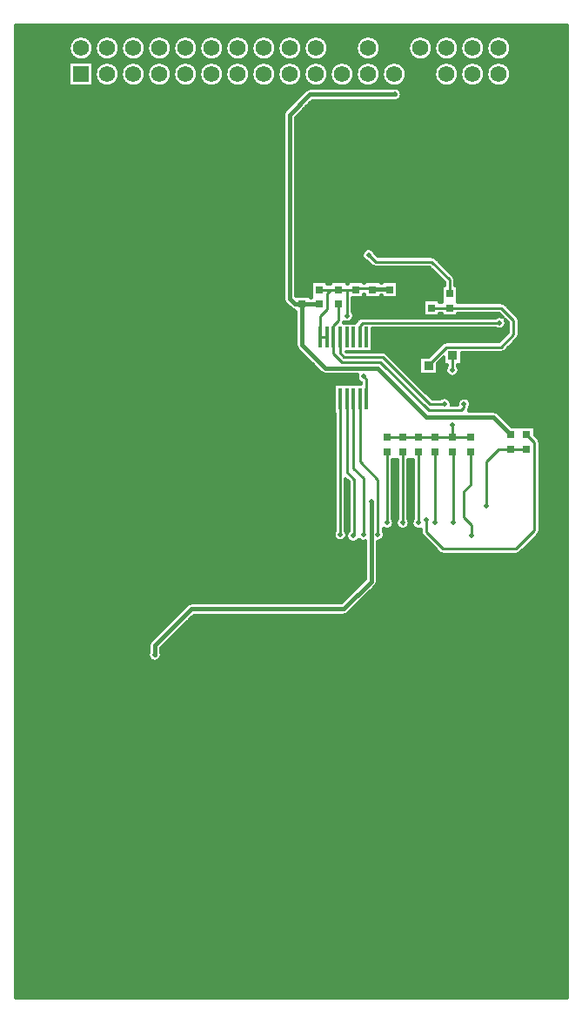
<source format=gbl>
G04 Layer_Physical_Order=2*
G04 Layer_Color=16711680*
%FSLAX25Y25*%
%MOIN*%
G70*
G01*
G75*
%ADD10C,0.01181*%
%ADD12C,0.01000*%
%ADD13C,0.01968*%
%ADD14C,0.01500*%
%ADD15C,0.11811*%
%ADD16C,0.06200*%
%ADD17R,0.06200X0.06200*%
%ADD18C,0.01968*%
%ADD19R,0.01181X0.07874*%
%ADD20R,0.01181X0.07874*%
%ADD21R,0.03000X0.03000*%
%ADD22R,0.03740X0.03543*%
%ADD23R,0.03740X0.03543*%
D10*
X-154384Y68000D02*
G03*
X-152425Y70500I-616J2500D01*
G01*
X-159967Y68000D02*
G03*
X-158009Y70500I-616J2500D01*
G01*
X-152425D02*
G03*
X-155616Y68000I-2575J0D01*
G01*
X-158009Y70500D02*
G03*
X-161199Y68000I-2575J0D01*
G01*
X-152425Y65500D02*
G03*
X-154384Y68000I-2575J0D01*
G01*
X-155616D02*
G03*
X-152425Y65500I616J-2500D01*
G01*
X-158009D02*
G03*
X-159967Y68000I-2575J0D01*
G01*
X-161199D02*
G03*
X-158009Y65500I616J-2500D01*
G01*
X-165551Y68000D02*
G03*
X-163592Y70500I-616J2500D01*
G01*
D02*
G03*
X-166783Y68000I-2575J0D01*
G01*
X-171134D02*
G03*
X-169175Y70500I-616J2500D01*
G01*
X-163592Y65500D02*
G03*
X-165551Y68000I-2575J0D01*
G01*
X-169175Y65500D02*
G03*
X-171134Y68000I-2575J0D01*
G01*
X-166783D02*
G03*
X-163592Y65500I616J-2500D01*
G01*
X-154384Y57500D02*
G03*
X-152425Y60000I-616J2500D01*
G01*
D02*
G03*
X-155616Y57500I-2575J0D01*
G01*
X-159967D02*
G03*
X-158009Y60000I-616J2500D01*
G01*
D02*
G03*
X-161199Y57500I-2575J0D01*
G01*
X-152425Y55000D02*
G03*
X-154384Y57500I-2575J0D01*
G01*
X-158009Y55000D02*
G03*
X-159967Y57500I-2575J0D01*
G01*
X-155616D02*
G03*
X-152425Y55000I616J-2500D01*
G01*
X-161199Y57500D02*
G03*
X-158009Y55000I616J-2500D01*
G01*
X-165551Y57500D02*
G03*
X-163592Y60000I-616J2500D01*
G01*
Y55000D02*
G03*
X-165551Y57500I-2575J0D01*
G01*
X-163592Y60000D02*
G03*
X-166783Y57500I-2575J0D01*
G01*
D02*
G03*
X-163592Y55000I616J-2500D01*
G01*
X-171134Y57500D02*
G03*
X-169175Y60000I-616J2500D01*
G01*
Y55000D02*
G03*
X-171134Y57500I-2575J0D01*
G01*
X-169175Y70500D02*
G03*
X-172366Y68000I-2575J0D01*
G01*
X-176717D02*
G03*
X-174759Y70500I-616J2500D01*
G01*
D02*
G03*
X-177950Y68000I-2575J0D01*
G01*
X-182301D02*
G03*
X-180342Y70500I-616J2500D01*
G01*
D02*
G03*
X-183533Y68000I-2575J0D01*
G01*
X-172366D02*
G03*
X-169175Y65500I616J-2500D01*
G01*
X-174759D02*
G03*
X-176717Y68000I-2575J0D01*
G01*
X-177950D02*
G03*
X-174759Y65500I616J-2500D01*
G01*
X-180342D02*
G03*
X-182301Y68000I-2575J0D01*
G01*
X-183533D02*
G03*
X-180342Y65500I616J-2500D01*
G01*
X-187884Y68000D02*
G03*
X-185925Y70500I-616J2500D01*
G01*
D02*
G03*
X-189116Y68000I-2575J0D01*
G01*
X-185925Y65500D02*
G03*
X-187884Y68000I-2575J0D01*
G01*
X-189116D02*
G03*
X-185925Y65500I616J-2500D01*
G01*
X-169175Y60000D02*
G03*
X-172366Y57500I-2575J0D01*
G01*
D02*
G03*
X-169175Y55000I616J-2500D01*
G01*
X-176717Y57500D02*
G03*
X-174759Y60000I-616J2500D01*
G01*
D02*
G03*
X-177950Y57500I-2575J0D01*
G01*
X-182301D02*
G03*
X-180342Y60000I-616J2500D01*
G01*
D02*
G03*
X-183533Y57500I-2575J0D01*
G01*
D02*
G03*
X-180342Y55000I616J-2500D01*
G01*
X-174759D02*
G03*
X-176717Y57500I-2575J0D01*
G01*
X-180342Y55000D02*
G03*
X-182301Y57500I-2575J0D01*
G01*
X-177950D02*
G03*
X-174759Y55000I616J-2500D01*
G01*
X-187884Y57500D02*
G03*
X-185925Y60000I-616J2500D01*
G01*
D02*
G03*
X-189116Y57500I-2575J0D01*
G01*
D02*
G03*
X-185925Y55000I616J-2500D01*
G01*
D02*
G03*
X-187884Y57500I-2575J0D01*
G01*
X-26884Y69000D02*
G03*
X-24925Y71500I-616J2500D01*
G01*
X-32467Y69000D02*
G03*
X-30509Y71500I-616J2500D01*
G01*
X-24925D02*
G03*
X-28116Y69000I-2575J0D01*
G01*
X-30509Y71500D02*
G03*
X-33700Y69000I-2575J0D01*
G01*
X-24925Y66500D02*
G03*
X-26884Y69000I-2575J0D01*
G01*
X-28116D02*
G03*
X-24925Y66500I616J-2500D01*
G01*
X-30509D02*
G03*
X-32467Y69000I-2575J0D01*
G01*
X-33700D02*
G03*
X-30509Y66500I616J-2500D01*
G01*
X-38051Y69000D02*
G03*
X-36092Y71500I-616J2500D01*
G01*
D02*
G03*
X-39283Y69000I-2575J0D01*
G01*
X-43634D02*
G03*
X-41675Y71500I-616J2500D01*
G01*
X-36092Y66500D02*
G03*
X-38051Y69000I-2575J0D01*
G01*
X-39283D02*
G03*
X-36092Y66500I616J-2500D01*
G01*
X-41675D02*
G03*
X-43634Y69000I-2575J0D01*
G01*
X-26884Y58500D02*
G03*
X-24925Y61000I-616J2500D01*
G01*
D02*
G03*
X-28116Y58500I-2575J0D01*
G01*
X-32467D02*
G03*
X-30509Y61000I-616J2500D01*
G01*
D02*
G03*
X-33700Y58500I-2575J0D01*
G01*
X-24925Y56000D02*
G03*
X-26884Y58500I-2575J0D01*
G01*
X-30509Y56000D02*
G03*
X-32467Y58500I-2575J0D01*
G01*
X-28116D02*
G03*
X-24925Y56000I616J-2500D01*
G01*
X-33700Y58500D02*
G03*
X-30509Y56000I616J-2500D01*
G01*
X-38051Y58500D02*
G03*
X-36092Y61000I-616J2500D01*
G01*
D02*
G03*
X-39283Y58500I-2575J0D01*
G01*
X-43634D02*
G03*
X-41675Y61000I-616J2500D01*
G01*
X-36092Y56000D02*
G03*
X-38051Y58500I-2575J0D01*
G01*
X-41675Y56000D02*
G03*
X-43634Y58500I-2575J0D01*
G01*
X-39283D02*
G03*
X-36092Y56000I616J-2500D01*
G01*
X-41675Y71500D02*
G03*
X-44866Y69000I-2575J0D01*
G01*
X-49217D02*
G03*
X-47258Y71500I-616J2500D01*
G01*
D02*
G03*
X-50450Y69000I-2575J0D01*
G01*
X-54801D02*
G03*
X-52842Y71500I-616J2500D01*
G01*
D02*
G03*
X-56033Y69000I-2575J0D01*
G01*
X-47258Y66500D02*
G03*
X-49217Y69000I-2575J0D01*
G01*
X-44866D02*
G03*
X-41675Y66500I616J-2500D01*
G01*
X-52842D02*
G03*
X-54801Y69000I-2575J0D01*
G01*
X-50450D02*
G03*
X-47258Y66500I616J-2500D01*
G01*
X-56033Y69000D02*
G03*
X-52842Y66500I616J-2500D01*
G01*
X-60384Y69000D02*
G03*
X-58425Y71500I-616J2500D01*
G01*
D02*
G03*
X-61616Y69000I-2575J0D01*
G01*
X-58425Y66500D02*
G03*
X-60384Y69000I-2575J0D01*
G01*
X-61616D02*
G03*
X-58425Y66500I616J-2500D01*
G01*
X-41675Y61000D02*
G03*
X-44866Y58500I-2575J0D01*
G01*
X-47258Y56000D02*
G03*
X-49217Y58500I-2575J0D01*
G01*
D02*
G03*
X-47258Y61000I-616J2500D01*
G01*
D02*
G03*
X-50450Y58500I-2575J0D01*
G01*
X-52842Y61000D02*
G03*
X-56033Y58500I-2575J0D01*
G01*
X-50450D02*
G03*
X-47258Y56000I616J-2500D01*
G01*
X-56033Y58500D02*
G03*
X-52842Y56000I616J-2500D01*
G01*
X-54801Y58500D02*
G03*
X-52842Y61000I-616J2500D01*
G01*
Y56000D02*
G03*
X-54801Y58500I-2575J0D01*
G01*
X-44866D02*
G03*
X-41675Y56000I616J-2500D01*
G01*
X-60384Y58500D02*
G03*
X-58425Y61000I-616J2500D01*
G01*
D02*
G03*
X-61616Y58500I-2575J0D01*
G01*
X-58425Y56000D02*
G03*
X-60384Y58500I-2575J0D01*
G01*
X-61616D02*
G03*
X-58425Y56000I616J-2500D01*
G01*
X-161655Y138655D02*
G03*
X-162341Y137000I1655J-1655D01*
G01*
X-161655Y138655D02*
G03*
X-162341Y137000I1655J-1655D01*
G01*
Y134573D02*
G03*
X-157425Y133500I2341J-1073D01*
G01*
D02*
G03*
X-157659Y134573I-2575J0D01*
G01*
X-146000Y153341D02*
G03*
X-147655Y152655I0J-2341D01*
G01*
X-146000Y153341D02*
G03*
X-147655Y152655I0J-2341D01*
G01*
X-107905Y266095D02*
G03*
X-106584Y265433I1655J1655D01*
G01*
X-105834Y251994D02*
G03*
X-105149Y250339I2341J0D01*
G01*
X-107905Y266095D02*
G03*
X-106584Y265433I1655J1655D01*
G01*
X-105834Y251994D02*
G03*
X-105149Y250339I2341J0D01*
G01*
X-110805Y269965D02*
G03*
X-110120Y268309I2341J0D01*
G01*
X-110805Y269965D02*
G03*
X-110120Y268309I2341J0D01*
G01*
X-96405Y241595D02*
G03*
X-94750Y240910I1655J1655D01*
G01*
X-96405Y241595D02*
G03*
X-94750Y240910I1655J1655D01*
G01*
X-173538Y355748D02*
G03*
X-173538Y355748I-4691J0D01*
G01*
X-163538D02*
G03*
X-163538Y355748I-4691J0D01*
G01*
X-153538D02*
G03*
X-153538Y355748I-4691J0D01*
G01*
X-143538D02*
G03*
X-143538Y355748I-4691J0D01*
G01*
X-133538D02*
G03*
X-133538Y355748I-4691J0D01*
G01*
X-123538D02*
G03*
X-123538Y355748I-4691J0D01*
G01*
X-183538Y365748D02*
G03*
X-183538Y365748I-4691J0D01*
G01*
X-173538D02*
G03*
X-173538Y365748I-4691J0D01*
G01*
X-163538D02*
G03*
X-163538Y365748I-4691J0D01*
G01*
X-153538D02*
G03*
X-153538Y365748I-4691J0D01*
G01*
X-143538D02*
G03*
X-143538Y365748I-4691J0D01*
G01*
X-133538D02*
G03*
X-133538Y365748I-4691J0D01*
G01*
X-123538D02*
G03*
X-123538Y365748I-4691J0D01*
G01*
X-110120Y341690D02*
G03*
X-110805Y340035I1655J-1655D01*
G01*
X-110120Y341690D02*
G03*
X-110805Y340035I1655J-1655D01*
G01*
X-100500Y350341D02*
G03*
X-102155Y349655I0J-2341D01*
G01*
X-100500Y350341D02*
G03*
X-102155Y349655I0J-2341D01*
G01*
X-113538Y355748D02*
G03*
X-113538Y355748I-4691J0D01*
G01*
Y365748D02*
G03*
X-113538Y365748I-4691J0D01*
G01*
X-103538Y355748D02*
G03*
X-103538Y355748I-4691J0D01*
G01*
Y365748D02*
G03*
X-103538Y365748I-4691J0D01*
G01*
X-93538Y355748D02*
G03*
X-93538Y355748I-4691J0D01*
G01*
Y365748D02*
G03*
X-93538Y365748I-4691J0D01*
G01*
X-87500Y148659D02*
G03*
X-85845Y149345I0J2341D01*
G01*
X-87500Y148659D02*
G03*
X-85845Y149345I0J2341D01*
G01*
X-91091Y181003D02*
G03*
X-86556Y178690I2090J-1503D01*
G01*
X-86444Y179810D02*
G03*
X-86910Y181003I-2556J-310D01*
G01*
X-85590Y181025D02*
G03*
X-86444Y179810I1591J-2025D01*
G01*
X-75345Y159845D02*
G03*
X-74660Y161500I-1655J1655D01*
G01*
X-75345Y159845D02*
G03*
X-74660Y161500I-1655J1655D01*
G01*
X-86556Y178690D02*
G03*
X-81801Y177660I2556J310D01*
G01*
X-81801D02*
G03*
X-79340Y177011I1801J1840D01*
G01*
X-74660Y176930D02*
G03*
X-71925Y179500I160J2570D01*
G01*
D02*
G03*
X-72409Y181003I-2575J0D01*
G01*
X-65546Y181490D02*
G03*
X-64390Y181505I552J2016D01*
G01*
X-65546Y181490D02*
G03*
X-64390Y181505I552J2016D01*
G01*
X-50978Y172522D02*
G03*
X-49500Y171909I1478J1478D01*
G01*
X-50981Y172524D02*
G03*
X-49500Y171909I1481J1476D01*
G01*
X-58091Y180500D02*
G03*
X-57476Y179019I2090J0D01*
G01*
X-58091Y180500D02*
G03*
X-57478Y179022I2090J0D01*
G01*
X-72409Y181845D02*
G03*
X-68425Y184000I1409J2155D01*
G01*
D02*
G03*
X-68910Y185503I-2575J0D01*
G01*
X-67084Y185518D02*
G03*
X-65546Y181490I2084J-1512D01*
G01*
X-64390Y181505D02*
G03*
X-62425Y184006I-610J2501D01*
G01*
D02*
G03*
X-62903Y185501I-2575J0D01*
G01*
X-61084Y185512D02*
G03*
X-58091Y181591I2084J-1512D01*
G01*
X-82409Y240910D02*
G03*
X-80964Y237613I2409J-910D01*
G01*
X-71193Y248978D02*
G03*
X-72672Y249590I-1478J-1478D01*
G01*
X-71191Y248976D02*
G03*
X-72672Y249590I-1481J-1476D01*
G01*
X-39771Y226840D02*
G03*
X-39410Y227997I-1729J1175D01*
G01*
X-46455Y229106D02*
G03*
X-46425Y229500I-2544J394D01*
G01*
X-28645Y226155D02*
G03*
X-30300Y226840I-1655J-1655D01*
G01*
X-39771D02*
G03*
X-39410Y227997I-1729J1175D01*
G01*
X-28645Y226155D02*
G03*
X-30300Y226840I-1655J-1655D01*
G01*
X-39410Y227997D02*
G03*
X-38925Y229500I-2090J1503D01*
G01*
X-21500Y171909D02*
G03*
X-20022Y172522I0J2090D01*
G01*
X-21500Y171909D02*
G03*
X-20019Y172524I0J2090D01*
G01*
X-13018Y179526D02*
G03*
X-12403Y181006I-1476J1481D01*
G01*
X-13015Y179528D02*
G03*
X-12403Y181006I-1478J1478D01*
G01*
Y214694D02*
G03*
X-13018Y216174I-2090J0D01*
G01*
X-12403Y214694D02*
G03*
X-13015Y216172I-2090J0D01*
G01*
X-46425Y229500D02*
G03*
X-50503Y231591I-2575J0D01*
G01*
X-48091Y244003D02*
G03*
X-43425Y242500I2090J-1503D01*
G01*
D02*
G03*
X-43909Y244003I-2575J0D01*
G01*
X-38925Y229500D02*
G03*
X-44045Y229106I-2575J0D01*
G01*
X-48365Y253362D02*
G03*
X-49844Y252750I0J-2090D01*
G01*
X-48365Y253362D02*
G03*
X-49846Y252747I0J-2090D01*
G01*
X-27228Y249181D02*
G03*
X-25750Y249793I0J2090D01*
G01*
X-27228Y249181D02*
G03*
X-25748Y249796I0J2090D01*
G01*
X-21024Y254519D02*
G03*
X-20410Y256000I-1476J1481D01*
G01*
X-29582Y258469D02*
G03*
X-25425Y260500I1582J2032D01*
G01*
X-21022Y254522D02*
G03*
X-20410Y256000I-1478J1478D01*
G01*
X-87590Y260650D02*
G03*
X-87474Y260986I-1910J850D01*
G01*
X-87590Y260650D02*
G03*
X-87474Y260986I-1910J850D01*
G01*
X-87474D02*
G03*
X-83678Y263253I1221J2267D01*
G01*
D02*
G03*
X-84162Y264756I-2575J0D01*
G01*
X-82884Y261073D02*
G03*
X-83210Y260650I1478J-1478D01*
G01*
X-82881Y261075D02*
G03*
X-83210Y260650I1476J-1481D01*
G01*
X-80441Y262650D02*
G03*
X-81922Y262035I0J-2090D01*
G01*
X-80441Y262650D02*
G03*
X-81919Y262037I0J-2090D01*
G01*
X-75459Y286915D02*
G03*
X-78415Y283959I-2541J-415D01*
G01*
X-76935Y282478D02*
G03*
X-75457Y281866I1478J1478D01*
G01*
X-76937Y282481D02*
G03*
X-75457Y281866I1481J1476D01*
G01*
X-83538Y355748D02*
G03*
X-83538Y355748I-4691J0D01*
G01*
X-73538D02*
G03*
X-73538Y355748I-4691J0D01*
G01*
Y365748D02*
G03*
X-73538Y365748I-4691J0D01*
G01*
X-65425Y348000D02*
G03*
X-69073Y350341I-2575J0D01*
G01*
Y345659D02*
G03*
X-65425Y348000I1073J2341D01*
G01*
X-63538Y355748D02*
G03*
X-63538Y355748I-4691J0D01*
G01*
X-53538Y365748D02*
G03*
X-53538Y365748I-4691J0D01*
G01*
X-52478Y285435D02*
G03*
X-53957Y286047I-1478J-1478D01*
G01*
X-52476Y285433D02*
G03*
X-53957Y286047I-1481J-1476D01*
G01*
X-44909Y277000D02*
G03*
X-45522Y278478I-2090J0D01*
G01*
X-44909Y277000D02*
G03*
X-45524Y278481I-2090J0D01*
G01*
X-25425Y260500D02*
G03*
X-25809Y261853I-2575J0D01*
G01*
X-26647Y262691D02*
G03*
X-29417Y262650I-1353J-2191D01*
G01*
X-20410Y261500D02*
G03*
X-21022Y262978I-2090J0D01*
G01*
X-20410Y261500D02*
G03*
X-21024Y262981I-2090J0D01*
G01*
X-25772Y267728D02*
G03*
X-27250Y268340I-1478J-1478D01*
G01*
X-25769Y267726D02*
G03*
X-27250Y268340I-1481J-1476D01*
G01*
X-43538Y355748D02*
G03*
X-43538Y355748I-4691J0D01*
G01*
X-33538D02*
G03*
X-33538Y355748I-4691J0D01*
G01*
Y365748D02*
G03*
X-33538Y365748I-4691J0D01*
G01*
X-43538D02*
G03*
X-43538Y365748I-4691J0D01*
G01*
X-23538Y355748D02*
G03*
X-23538Y355748I-4691J0D01*
G01*
X-23538Y365748D02*
G03*
X-23538Y365748I-4691J0D01*
G01*
X-153124Y72263D02*
X-148000D01*
X-153020Y72146D02*
Y73500D01*
X-154649Y73051D02*
X-148000D01*
X-152432Y70689D02*
X-148000D01*
X-152617Y71476D02*
X-148000D01*
X-155383Y73046D02*
Y73500D01*
X-156170Y72794D02*
Y73500D01*
X-156957Y72173D02*
Y73500D01*
X-153808Y72782D02*
Y73500D01*
X-154595Y73043D02*
Y73500D01*
X-152496Y69901D02*
X-148000D01*
X-152830Y69114D02*
X-148000D01*
X-153020Y67146D02*
Y68854D01*
X-156957Y67173D02*
Y68827D01*
X-158707Y72263D02*
X-156876D01*
X-158532Y72056D02*
Y73500D01*
X-160233Y73051D02*
X-155351D01*
X-158016Y70689D02*
X-157568D01*
X-158201Y71476D02*
X-157383D01*
X-160107Y73030D02*
Y73500D01*
X-159320Y72743D02*
Y73500D01*
X-160894Y73056D02*
Y73500D01*
X-165816Y73051D02*
X-160934D01*
X-158079Y69901D02*
X-157504D01*
X-158414Y69114D02*
X-157170D01*
X-158532Y67056D02*
Y68944D01*
X-153620Y68326D02*
X-148000D01*
X-153428Y67539D02*
X-148000D01*
X-152467Y65964D02*
X-148000D01*
X-152750Y66752D02*
X-148000D01*
X-153808Y67782D02*
Y68218D01*
X-156170Y67794D02*
Y68206D01*
X-152446Y65177D02*
X-148000D01*
X-152677Y64389D02*
X-148000D01*
X-153260Y63602D02*
X-148000D01*
X-153808Y62282D02*
Y63218D01*
X-156170Y62294D02*
Y63206D01*
X-154595Y62543D02*
Y62957D01*
X-155383Y62546D02*
Y62954D01*
X-159203Y68326D02*
X-156380D01*
X-159011Y67539D02*
X-156572D01*
X-158051Y65964D02*
X-157533D01*
X-158333Y66752D02*
X-157250D01*
X-159320Y67743D02*
Y68257D01*
X-158029Y65177D02*
X-157554D01*
X-158260Y64389D02*
X-157323D01*
X-158844Y63602D02*
X-156740D01*
X-159320Y62243D02*
Y63257D01*
X-161682Y62329D02*
Y63171D01*
X-160107Y62530D02*
Y62970D01*
X-160894Y62556D02*
Y62944D01*
X-161682Y72829D02*
Y73500D01*
X-162469Y72253D02*
Y73500D01*
X-164044Y71957D02*
Y73500D01*
X-163784Y71476D02*
X-162966D01*
X-164290Y72263D02*
X-162460D01*
X-166406Y73064D02*
Y73500D01*
X-167194Y72861D02*
Y73500D01*
X-167981Y72327D02*
Y73500D01*
X-164831Y72702D02*
Y73500D01*
X-165619Y73016D02*
Y73500D01*
X-163599Y70689D02*
X-163151D01*
X-163663Y69901D02*
X-163088D01*
X-162469Y67253D02*
Y68747D01*
X-163997Y69114D02*
X-162753D01*
X-164044Y66957D02*
Y69043D01*
X-169874Y72263D02*
X-168043D01*
X-169556Y71847D02*
Y73500D01*
X-171399Y73051D02*
X-166517D01*
X-169182Y70689D02*
X-168735D01*
X-169367Y71476D02*
X-168549D01*
X-171918Y73069D02*
Y73500D01*
X-172705Y72891D02*
Y73500D01*
X-170343Y72657D02*
Y73500D01*
X-171131Y72999D02*
Y73500D01*
X-169246Y69901D02*
X-168671D01*
X-169580Y69114D02*
X-168336D01*
X-169556Y66847D02*
Y69153D01*
X-161682Y67829D02*
Y68171D01*
X-164594Y67539D02*
X-162156D01*
X-164786Y68326D02*
X-161964D01*
X-163634Y65964D02*
X-163116D01*
X-163917Y66752D02*
X-162833D01*
X-164831Y67702D02*
Y68299D01*
X-167981Y67327D02*
Y68673D01*
X-163612Y65177D02*
X-163138D01*
X-163844Y64389D02*
X-162906D01*
X-164427Y63602D02*
X-162323D01*
X-164579Y62027D02*
X-162171D01*
X-164831Y62201D02*
Y63298D01*
X-167194Y62361D02*
Y63139D01*
X-165619Y62516D02*
Y62984D01*
X-166406Y62564D02*
Y62936D01*
X-170178Y67539D02*
X-167739D01*
X-169500Y66752D02*
X-168417D01*
X-170370Y68326D02*
X-167547D01*
X-169217Y65964D02*
X-168699D01*
X-170343Y67656D02*
Y68344D01*
X-169196Y65177D02*
X-168721D01*
X-169427Y64389D02*
X-168490D01*
X-170010Y63602D02*
X-167907D01*
X-170343Y62156D02*
Y63344D01*
X-172705Y62391D02*
Y63109D01*
X-171131Y62499D02*
Y63001D01*
X-171918Y62569D02*
Y62931D01*
X-152743Y61240D02*
X-148000D01*
X-152465Y60452D02*
X-148000D01*
X-153413Y62027D02*
X-148000D01*
X-152447Y59665D02*
X-148000D01*
X-153273Y58090D02*
X-148000D01*
X-153020Y61646D02*
Y63854D01*
X-152683Y58878D02*
X-148000D01*
X-149083Y49917D02*
Y73500D01*
X-149871Y49129D02*
Y73500D01*
X-150658Y48500D02*
Y73500D01*
X-148000Y51000D02*
Y73500D01*
X-148296Y50704D02*
Y73500D01*
X-151446Y48500D02*
Y73500D01*
X-152233Y48500D02*
Y73500D01*
X-153020Y56646D02*
Y58354D01*
X-156957Y61673D02*
Y63827D01*
X-158327Y61240D02*
X-157257D01*
X-158996Y62027D02*
X-156588D01*
X-158049Y60452D02*
X-157535D01*
X-158532Y61556D02*
Y63944D01*
X-158030Y59665D02*
X-157553D01*
X-157745Y48500D02*
Y73500D01*
X-158266Y58878D02*
X-157317D01*
X-156957Y56673D02*
Y58327D01*
X-158856Y58090D02*
X-156727D01*
X-158532Y56556D02*
Y58444D01*
X-159320Y57243D02*
Y57757D01*
X-152918Y56515D02*
X-148000D01*
X-152530Y55728D02*
X-148000D01*
X-153848Y57303D02*
X-148000D01*
X-152426Y54941D02*
X-148000D01*
X-152568Y54153D02*
X-148000D01*
X-153808Y57282D02*
Y57718D01*
X-156170Y57294D02*
Y57706D01*
X-153010Y53366D02*
X-148000D01*
X-153020Y48500D02*
Y53354D01*
X-153808Y48500D02*
Y52718D01*
X-150500Y48500D02*
X-148000Y51000D01*
X-154125Y52578D02*
X-148000D01*
X-156170Y48500D02*
Y52706D01*
X-154595Y48500D02*
Y52457D01*
X-155383Y48500D02*
Y52454D01*
X-158502Y56515D02*
X-157082D01*
X-158114Y55728D02*
X-157470D01*
X-159432Y57303D02*
X-156152D01*
X-158009Y54941D02*
X-157574D01*
X-158152Y54153D02*
X-157432D01*
X-158594Y53366D02*
X-156990D01*
X-156957Y48500D02*
Y53327D01*
X-159708Y52578D02*
X-155875D01*
X-158532Y48500D02*
Y53444D01*
X-159320Y48500D02*
Y52757D01*
X-160107Y48500D02*
Y52470D01*
X-162469Y61753D02*
Y63747D01*
X-163632Y60452D02*
X-163118D01*
X-163910Y61240D02*
X-162840D01*
X-163614Y59665D02*
X-163136D01*
X-163849Y58878D02*
X-162901D01*
X-164044Y61457D02*
Y64043D01*
X-167981Y61827D02*
Y63673D01*
X-162469Y56753D02*
Y58247D01*
X-163257Y48500D02*
Y73500D01*
X-161682Y57329D02*
Y57671D01*
X-164440Y58090D02*
X-162310D01*
X-164044Y56457D02*
Y58543D01*
X-164831Y57201D02*
Y57798D01*
X-169493Y61240D02*
X-168423D01*
X-169215Y60452D02*
X-168701D01*
X-170162Y62027D02*
X-167754D01*
X-169433Y58878D02*
X-168484D01*
X-169556Y61347D02*
Y64153D01*
X-169197Y59665D02*
X-168720D01*
X-167981Y56827D02*
Y58173D01*
X-168768Y48500D02*
Y73500D01*
X-170023Y58090D02*
X-167894D01*
X-169556Y56347D02*
Y58653D01*
X-170343Y57156D02*
Y57844D01*
X-164085Y56515D02*
X-162665D01*
X-165015Y57303D02*
X-161735D01*
X-163735Y54153D02*
X-163015D01*
X-164177Y53366D02*
X-162573D01*
X-163697Y55728D02*
X-163053D01*
X-163593Y54941D02*
X-163157D01*
X-162469Y48500D02*
Y53247D01*
X-161682Y48500D02*
Y52671D01*
X-164044Y48500D02*
Y53543D01*
X-160894Y48500D02*
Y52444D01*
X-165292Y52578D02*
X-161458D01*
X-164831Y48500D02*
Y52798D01*
X-167194Y48500D02*
Y52639D01*
X-165619Y48500D02*
Y52484D01*
X-166406Y48500D02*
Y52436D01*
X-169668Y56515D02*
X-168248D01*
X-169280Y55728D02*
X-168636D01*
X-170598Y57303D02*
X-167318D01*
X-169318Y54153D02*
X-168598D01*
X-169176Y54941D02*
X-168741D01*
X-169556Y48500D02*
Y53653D01*
X-167981Y48500D02*
Y53173D01*
X-169760Y53366D02*
X-168156D01*
X-170343Y48500D02*
Y52843D01*
X-170875Y52578D02*
X-167042D01*
X-172705Y48500D02*
Y52609D01*
X-171131Y48500D02*
Y52501D01*
X-171918Y48500D02*
Y52431D01*
X-173493Y72395D02*
Y73500D01*
X-174280Y70977D02*
Y73500D01*
X-176983Y73051D02*
X-172101D01*
X-174951Y71476D02*
X-174133D01*
X-175457Y72263D02*
X-173626D01*
X-176642Y72980D02*
Y73500D01*
X-175855Y72608D02*
Y73500D01*
X-177430Y73073D02*
Y73500D01*
X-174766Y70689D02*
X-174318D01*
X-175068Y71723D02*
Y73500D01*
X-174280Y65977D02*
Y70023D01*
X-174829Y69901D02*
X-174254D01*
X-175068Y66723D02*
Y69277D01*
X-178217Y72918D02*
Y73500D01*
X-179005Y72459D02*
Y73500D01*
X-191500D02*
X-148000D01*
X-181041Y72263D02*
X-179209D01*
X-182566Y73051D02*
X-177684D01*
X-181367Y72556D02*
Y73500D01*
X-180579Y71580D02*
Y73500D01*
X-182154Y72959D02*
Y73500D01*
X-179792Y71265D02*
Y73500D01*
X-180534Y71476D02*
X-179716D01*
X-180349Y70689D02*
X-179901D01*
X-179792Y66265D02*
Y69735D01*
X-180412Y69901D02*
X-179838D01*
X-180579Y66580D02*
Y69420D01*
X-175163Y69114D02*
X-173920D01*
X-173493Y67395D02*
Y68605D01*
X-175953Y68326D02*
X-173130D01*
X-175761Y67539D02*
X-173322D01*
X-175855Y67608D02*
Y68392D01*
X-175083Y66752D02*
X-174000D01*
X-174801Y65964D02*
X-174283D01*
X-174779Y65177D02*
X-174304D01*
X-175010Y64389D02*
X-174073D01*
X-175593Y63602D02*
X-173490D01*
X-175855Y62108D02*
Y63392D01*
X-176642Y62480D02*
Y63020D01*
X-177430Y62573D02*
Y62927D01*
X-180747Y69114D02*
X-179503D01*
X-179005Y67459D02*
Y68541D01*
X-181536Y68326D02*
X-178714D01*
X-181344Y67539D02*
X-178906D01*
X-180666Y66752D02*
X-179584D01*
X-181367Y67556D02*
Y68444D01*
X-180384Y65964D02*
X-179866D01*
X-180594Y64389D02*
X-179656D01*
X-181177Y63602D02*
X-179073D01*
X-178217Y62418D02*
Y63082D01*
X-191500Y62815D02*
X-148000D01*
X-180362Y65177D02*
X-179888D01*
X-182154Y62459D02*
Y63041D01*
X-182942Y73075D02*
Y73500D01*
X-183729Y72943D02*
Y73500D01*
X-184516Y72518D02*
Y73500D01*
X-186624Y72263D02*
X-184793D01*
X-188149Y73051D02*
X-183267D01*
X-186879Y72500D02*
Y73500D01*
X-186091Y71410D02*
Y73500D01*
X-187666Y72936D02*
Y73500D01*
X-185304Y71465D02*
Y73500D01*
X-186117Y71476D02*
X-185299D01*
X-185932Y70689D02*
X-185485D01*
X-185996Y69901D02*
X-185421D01*
X-191838Y73838D02*
X-191500D01*
X-193000Y75000D02*
X-191500Y73500D01*
X-193000Y75000D02*
X-191500Y74500D01*
X-188453Y73074D02*
Y73500D01*
X-191500Y73051D02*
X-188851D01*
X-192390Y74390D02*
Y74797D01*
X-192626Y74626D02*
X-191877D01*
X-191500Y73500D02*
Y74500D01*
X-191603Y73603D02*
Y74534D01*
X-189241Y72966D02*
Y73500D01*
X-190028Y72572D02*
Y73500D01*
X-191500Y72263D02*
X-190376D01*
X-190816Y71626D02*
Y73500D01*
X-191500Y71476D02*
X-190883D01*
X-191500Y69901D02*
X-191004D01*
X-191500Y70689D02*
X-191068D01*
X-186330Y69114D02*
X-185087D01*
X-184516Y67518D02*
Y68483D01*
X-187120Y68326D02*
X-184297D01*
X-186928Y67539D02*
X-184489D01*
X-185304Y66465D02*
Y69535D01*
X-186091Y66410D02*
Y69590D01*
X-186879Y67500D02*
Y68500D01*
X-185967Y65964D02*
X-185449D01*
X-186250Y66752D02*
X-185167D01*
X-186760Y63602D02*
X-184657D01*
X-182942Y62575D02*
Y62925D01*
X-183729Y62443D02*
Y63057D01*
X-185946Y65177D02*
X-185471D01*
X-186177Y64389D02*
X-185240D01*
X-187666Y62436D02*
Y63064D01*
X-191500Y68326D02*
X-189880D01*
X-190028Y67572D02*
Y68428D01*
X-191500Y67539D02*
X-190072D01*
X-190816Y66626D02*
Y69374D01*
X-191500Y69114D02*
X-190670D01*
X-191500Y65964D02*
X-191033D01*
X-191500Y66752D02*
X-190750D01*
X-188453Y62574D02*
Y62926D01*
X-189241Y62466D02*
Y63034D01*
X-191500Y64389D02*
X-190823D01*
X-191500Y65177D02*
X-191054D01*
X-190028Y62072D02*
Y63428D01*
X-191500Y63602D02*
X-190240D01*
X-173493Y61895D02*
Y63605D01*
X-175077Y61240D02*
X-174007D01*
X-175746Y62027D02*
X-173337D01*
X-175016Y58878D02*
X-174067D01*
X-175068Y61223D02*
Y64277D01*
X-174280Y60477D02*
Y65023D01*
X-174780Y59665D02*
X-174303D01*
X-174799Y60452D02*
X-174285D01*
X-173493Y56895D02*
Y58105D01*
X-174280Y55477D02*
Y59523D01*
X-175606Y58090D02*
X-173477D01*
X-175068Y56223D02*
Y58777D01*
X-175855Y57108D02*
Y57892D01*
X-179005Y61959D02*
Y63541D01*
X-180660Y61240D02*
X-179590D01*
X-181329Y62027D02*
X-178921D01*
X-179792Y60765D02*
Y64735D01*
X-180579Y61080D02*
Y64420D01*
X-180364Y59665D02*
X-179886D01*
X-180382Y60452D02*
X-179868D01*
X-179792Y55765D02*
Y59235D01*
X-180599Y58878D02*
X-179651D01*
X-179005Y56959D02*
Y58041D01*
X-181190Y58090D02*
X-179060D01*
X-180579Y56080D02*
Y58920D01*
X-175252Y56515D02*
X-173832D01*
X-176181Y57303D02*
X-172902D01*
X-174902Y54153D02*
X-174182D01*
X-175344Y53366D02*
X-173740D01*
X-174864Y55728D02*
X-174220D01*
X-174759Y54941D02*
X-174324D01*
X-174280Y48500D02*
Y54523D01*
X-173493Y48500D02*
Y53105D01*
X-175068Y48500D02*
Y53777D01*
X-175855Y48500D02*
Y52892D01*
X-176458Y52578D02*
X-172625D01*
X-178217Y48500D02*
Y52582D01*
X-176642Y48500D02*
Y52520D01*
X-177430Y48500D02*
Y52427D01*
X-180835Y56515D02*
X-179415D01*
X-181765Y57303D02*
X-178485D01*
X-180927Y53366D02*
X-179323D01*
X-182042Y52578D02*
X-178208D01*
X-180447Y55728D02*
X-179803D01*
X-180343Y54941D02*
X-179907D01*
X-180485Y54153D02*
X-179765D01*
X-191500Y51004D02*
X-148000D01*
X-191500Y50216D02*
X-148784D01*
X-191500Y51791D02*
X-148000D01*
X-191500Y48641D02*
X-150359D01*
X-191500Y49429D02*
X-149571D01*
X-179792Y48500D02*
Y54235D01*
X-179005Y48500D02*
Y53041D01*
X-191500Y48500D02*
X-150500D01*
X-181367Y62056D02*
Y63444D01*
X-184516Y62018D02*
Y63482D01*
X-185304Y60965D02*
Y64535D01*
X-186091Y60910D02*
Y64590D01*
X-186879Y62000D02*
Y63500D01*
X-185965Y60452D02*
X-185451D01*
X-186243Y61240D02*
X-185173D01*
X-186183Y58878D02*
X-185234D01*
X-186773Y58090D02*
X-184644D01*
X-181367Y57056D02*
Y57944D01*
X-184516Y57017D02*
Y57982D01*
X-185947Y59665D02*
X-185470D01*
X-186091Y55910D02*
Y59090D01*
X-185304Y55965D02*
Y59035D01*
X-186879Y57000D02*
Y58000D01*
X-186913Y62027D02*
X-184504D01*
X-191500D02*
X-190087D01*
X-190816Y61126D02*
Y64374D01*
X-191500Y61240D02*
X-190757D01*
X-191500Y59665D02*
X-191053D01*
X-191500Y60452D02*
X-191035D01*
X-190028Y57072D02*
Y57928D01*
X-191500Y58878D02*
X-190817D01*
X-191500Y48500D02*
Y73500D01*
X-190816Y56126D02*
Y58874D01*
X-191500Y58090D02*
X-190227D01*
X-187348Y57303D02*
X-184069D01*
X-186030Y55728D02*
X-185386D01*
X-185926Y54941D02*
X-185491D01*
X-186418Y56515D02*
X-184998D01*
X-186068Y54153D02*
X-185348D01*
X-186510Y53366D02*
X-184906D01*
X-181367Y48500D02*
Y52944D01*
X-180579Y48500D02*
Y53920D01*
X-183729Y48500D02*
Y52557D01*
X-182154Y48500D02*
Y52541D01*
X-182942Y48500D02*
Y52425D01*
X-185304Y48500D02*
Y54035D01*
X-186091Y48500D02*
Y54090D01*
X-184516Y48500D02*
Y52982D01*
X-186879Y48500D02*
Y53000D01*
X-191500Y57303D02*
X-189652D01*
X-191500Y55728D02*
X-190970D01*
X-191500Y56515D02*
X-190582D01*
X-191500Y54153D02*
X-190932D01*
X-191500Y54941D02*
X-191074D01*
X-187625Y52578D02*
X-183792D01*
X-187666Y48500D02*
Y52564D01*
X-188453Y48500D02*
Y52426D01*
X-189241Y48500D02*
Y52534D01*
X-190816Y48500D02*
Y53874D01*
X-191500Y53366D02*
X-190490D01*
X-190028Y48500D02*
Y52928D01*
X-191500Y52578D02*
X-189375D01*
X-25462Y73073D02*
Y77341D01*
X-23000Y77500D02*
X-18500Y73000D01*
X-26422Y73838D02*
X-19338D01*
X-25041Y72263D02*
X-18500D01*
X-25445Y73051D02*
X-18551D01*
X-27036Y74033D02*
Y77240D01*
X-26249Y73751D02*
Y77290D01*
X-27824Y74054D02*
Y77189D01*
X-28611Y73823D02*
Y77138D01*
X-29399Y73239D02*
Y77087D01*
X-24925Y71476D02*
X-18500D01*
X-25056Y70689D02*
X-18500D01*
X-25462Y68073D02*
Y69927D01*
X-25482Y69901D02*
X-18500D01*
X-30939Y76988D02*
X-22488D01*
X-32005Y73838D02*
X-28578D01*
X-43144Y76200D02*
X-21700D01*
X-30624Y72263D02*
X-29959D01*
X-31028Y73051D02*
X-29555D01*
X-31761Y73709D02*
Y76935D01*
X-30973Y72976D02*
Y76986D01*
X-32548Y74019D02*
Y76884D01*
X-33336Y74062D02*
Y76833D01*
X-30509Y71476D02*
X-30075D01*
X-30640Y70689D02*
X-29944D01*
X-30973Y67976D02*
Y70024D01*
X-25685Y68326D02*
X-18500D01*
X-25144Y67539D02*
X-18500D01*
X-26533Y69114D02*
X-18500D01*
X-24938Y66752D02*
X-18500D01*
X-28611Y68823D02*
Y69177D01*
X-26249Y68751D02*
Y69249D01*
X-29399Y68239D02*
Y69761D01*
X-24982Y65964D02*
X-18500D01*
X-25291Y65177D02*
X-18500D01*
X-26025Y64389D02*
X-18500D01*
X-26249Y63250D02*
Y64249D01*
X-28611Y63323D02*
Y64177D01*
X-27036Y63533D02*
Y63967D01*
X-27824Y63554D02*
Y63946D01*
X-31065Y69901D02*
X-29518D01*
X-31269Y68326D02*
X-29315D01*
X-32116Y69114D02*
X-28467D01*
X-30521Y66752D02*
X-30062D01*
X-30727Y67539D02*
X-29856D01*
X-31761Y68709D02*
Y69291D01*
X-30565Y65964D02*
X-30018D01*
X-30875Y65177D02*
X-29709D01*
X-31609Y64389D02*
X-28975D01*
X-31761Y63209D02*
Y64291D01*
X-32548Y63519D02*
Y63981D01*
X-34123Y73856D02*
Y76782D01*
X-34910Y73314D02*
Y76732D01*
X-36485Y72868D02*
Y76630D01*
X-36611Y73051D02*
X-35139D01*
X-37589Y73838D02*
X-34161D01*
X-38060Y74002D02*
Y76528D01*
X-37273Y73665D02*
Y76579D01*
X-38847Y74068D02*
Y76478D01*
X-39635Y73886D02*
Y76427D01*
X-40422Y73384D02*
Y76376D01*
X-36208Y72263D02*
X-35542D01*
X-36092Y71476D02*
X-35658D01*
X-36223Y70689D02*
X-35527D01*
X-36648Y69901D02*
X-35102D01*
X-36485Y67868D02*
Y70132D01*
X-41997Y72746D02*
Y76274D01*
X-41210Y71904D02*
Y76325D01*
X-43172Y73838D02*
X-39745D01*
X-41791Y72263D02*
X-41126D01*
X-42195Y73051D02*
X-40722D01*
X-43572Y73984D02*
Y76173D01*
X-42784Y73617D02*
Y76224D01*
X-44359Y74072D02*
Y76122D01*
X-45147Y73914D02*
Y76071D01*
X-41675Y71476D02*
X-41241D01*
X-41210Y66904D02*
Y71096D01*
X-41806Y70689D02*
X-41110D01*
X-41997Y67746D02*
Y70254D01*
X-36852Y68326D02*
X-34898D01*
X-34910Y68314D02*
Y69686D01*
X-37699Y69114D02*
X-34051D01*
X-36104Y66752D02*
X-35646D01*
X-36311Y67539D02*
X-35439D01*
X-37273Y68665D02*
Y69335D01*
X-40422Y68384D02*
Y69616D01*
X-36148Y65964D02*
X-35602D01*
X-36458Y65177D02*
X-35292D01*
X-37192Y64389D02*
X-34558D01*
X-33336Y63562D02*
Y63938D01*
X-34123Y63356D02*
Y64144D01*
X-39635Y63386D02*
Y64114D01*
X-38060Y63502D02*
Y63998D01*
X-38847Y63568D02*
Y63932D01*
X-42232Y69901D02*
X-40685D01*
X-42435Y68326D02*
X-40482D01*
X-43283Y69114D02*
X-39634D01*
X-41894Y67539D02*
X-41023D01*
X-42784Y68617D02*
Y69383D01*
X-41688Y66752D02*
X-41229D01*
X-41732Y65964D02*
X-41185D01*
X-42041Y65177D02*
X-40876D01*
X-42775Y64389D02*
X-40141D01*
X-45147Y63414D02*
Y64086D01*
X-43572Y63484D02*
Y64016D01*
X-44359Y63573D02*
Y63928D01*
X-25139Y62027D02*
X-18500D01*
X-24936Y61240D02*
X-18500D01*
X-25673Y62815D02*
X-18500D01*
X-24984Y60452D02*
X-18500D01*
X-25298Y59665D02*
X-18500D01*
X-25462Y62573D02*
Y64927D01*
Y57573D02*
Y59427D01*
X-20737Y50000D02*
Y75237D01*
X-19950Y50000D02*
Y74450D01*
X-21525Y50000D02*
Y76025D01*
X-18500Y50000D02*
Y73000D01*
X-19162Y50000D02*
Y73662D01*
X-23099Y50000D02*
Y77494D01*
X-23887Y50000D02*
Y77443D01*
X-22312Y50000D02*
Y76812D01*
X-24674Y50000D02*
Y77392D01*
X-29399Y62739D02*
Y64761D01*
X-30722Y62027D02*
X-29861D01*
X-31257Y62815D02*
X-29327D01*
X-30973Y62476D02*
Y65024D01*
X-30520Y61240D02*
X-30064D01*
X-30186Y50000D02*
Y77036D01*
X-30567Y60452D02*
X-30016D01*
X-29399Y57739D02*
Y59261D01*
X-30882Y59665D02*
X-29702D01*
X-30973Y57476D02*
Y59524D01*
X-26042Y58878D02*
X-18500D01*
X-25997Y58090D02*
X-18500D01*
X-24977Y56515D02*
X-18500D01*
X-25279Y57303D02*
X-18500D01*
X-26249Y58250D02*
Y58750D01*
X-28611Y58323D02*
Y58677D01*
X-24940Y55728D02*
X-18500D01*
X-25153Y54941D02*
X-18500D01*
X-25462Y50000D02*
Y54427D01*
X-25706Y54153D02*
X-18500D01*
X-26249Y50000D02*
Y53750D01*
X-28611Y50000D02*
Y53677D01*
X-27036Y50000D02*
Y53467D01*
X-27824Y50000D02*
Y53446D01*
X-31580Y58090D02*
X-29004D01*
X-30863Y57303D02*
X-29721D01*
X-31626Y58878D02*
X-28958D01*
X-30523Y55728D02*
X-30060D01*
X-30561Y56515D02*
X-30023D01*
X-31761Y58209D02*
Y58791D01*
X-30737Y54941D02*
X-29847D01*
X-29399Y50000D02*
Y54261D01*
X-31289Y54153D02*
X-29294D01*
X-30973Y50000D02*
Y54524D01*
X-31761Y50000D02*
Y53791D01*
X-32548Y50000D02*
Y53481D01*
X-34910Y62814D02*
Y64686D01*
X-36306Y62027D02*
X-35444D01*
X-36840Y62815D02*
X-34910D01*
X-36103Y61240D02*
X-35647D01*
X-36151Y60452D02*
X-35599D01*
X-37273Y63165D02*
Y64335D01*
X-36485Y62368D02*
Y65132D01*
X-40422Y62884D02*
Y64616D01*
X-36465Y59665D02*
X-35285D01*
X-35698Y50000D02*
Y76681D01*
X-34910Y57814D02*
Y59186D01*
X-37209Y58878D02*
X-34541D01*
X-36485Y57368D02*
Y59632D01*
X-37273Y58165D02*
Y58835D01*
X-40422Y57884D02*
Y59116D01*
X-41889Y62027D02*
X-41028D01*
X-41210Y61404D02*
Y66096D01*
X-42423Y62815D02*
X-40493D01*
X-41686Y61240D02*
X-41230D01*
X-41997Y62246D02*
Y65254D01*
X-42784Y63117D02*
Y64383D01*
X-41210Y56404D02*
Y60596D01*
X-41734Y60452D02*
X-41183D01*
X-42048Y59665D02*
X-40868D01*
X-42792Y58878D02*
X-40124D01*
X-41997Y57246D02*
Y59754D01*
X-42784Y58117D02*
Y58883D01*
X-36446Y57303D02*
X-35304D01*
X-37163Y58090D02*
X-34587D01*
X-36320Y54941D02*
X-35430D01*
X-36873Y54153D02*
X-34877D01*
X-36144Y56515D02*
X-35606D01*
X-36106Y55728D02*
X-35644D01*
X-36485Y50000D02*
Y54632D01*
X-34910Y50000D02*
Y54186D01*
X-37273Y50000D02*
Y53835D01*
X-33336Y50000D02*
Y53438D01*
X-34123Y50000D02*
Y53644D01*
X-39635Y50000D02*
Y53614D01*
X-38060Y50000D02*
Y53498D01*
X-38847Y50000D02*
Y53432D01*
X-42029Y57303D02*
X-40888D01*
X-41727Y56515D02*
X-41189D01*
X-42746Y58090D02*
X-40170D01*
X-41903Y54941D02*
X-41013D01*
X-41690Y55728D02*
X-41227D01*
X-41210Y50000D02*
Y55596D01*
X-41997Y50000D02*
Y54754D01*
X-40422Y50000D02*
Y54116D01*
X-42456Y54153D02*
X-40461D01*
X-42784Y50000D02*
Y53883D01*
X-43572Y50000D02*
Y53516D01*
X-44359Y50000D02*
Y53427D01*
X-45934Y73448D02*
Y76020D01*
X-47778Y73051D02*
X-46305D01*
X-48755Y73838D02*
X-45328D01*
X-47374Y72263D02*
X-46709D01*
X-47509Y72607D02*
Y75919D01*
X-46721Y72222D02*
Y75970D01*
X-48296Y73566D02*
Y75868D01*
X-49084Y73963D02*
Y75817D01*
X-46721Y67222D02*
Y70778D01*
X-47259Y71476D02*
X-46825D01*
X-47390Y70689D02*
X-46694D01*
X-47815Y69901D02*
X-46268D01*
X-47509Y67607D02*
Y70393D01*
X-49871Y74075D02*
Y75766D01*
X-50658Y73939D02*
Y75716D01*
X-69500Y74500D02*
X-23000Y77500D01*
X-55348Y75413D02*
X-20913D01*
X-67553Y74626D02*
X-20126D01*
X-51446Y73507D02*
Y75665D01*
X-52233Y72433D02*
Y75614D01*
X-53021Y72443D02*
Y75563D01*
X-53361Y73051D02*
X-51889D01*
X-54339Y73838D02*
X-50911D01*
X-52958Y72263D02*
X-52292D01*
X-52233Y67433D02*
Y70567D01*
X-52973Y70689D02*
X-52277D01*
X-52842Y71476D02*
X-52408D01*
X-53021Y67443D02*
Y70557D01*
X-45934Y68448D02*
Y69552D01*
X-48018Y68326D02*
X-46065D01*
X-48866Y69114D02*
X-45217D01*
X-47477Y67539D02*
X-46606D01*
X-48296Y68566D02*
Y69434D01*
X-47271Y66752D02*
X-46812D01*
X-47315Y65964D02*
X-46768D01*
X-47624Y65177D02*
X-46459D01*
X-45934Y62948D02*
Y64552D01*
X-48359Y64389D02*
X-45725D01*
X-48296Y63066D02*
Y64434D01*
X-49084Y63463D02*
Y64037D01*
X-49871Y63574D02*
Y63925D01*
X-53398Y69901D02*
X-51852D01*
X-51446Y68507D02*
Y69493D01*
X-54449Y69114D02*
X-50801D01*
X-53602Y68326D02*
X-51648D01*
X-53061Y67539D02*
X-52189D01*
X-52854Y66752D02*
X-52396D01*
X-51446Y63007D02*
Y64493D01*
X-53942Y64389D02*
X-51308D01*
X-50658Y63439D02*
Y64061D01*
X-69500Y63602D02*
X-18500D01*
X-52898Y65964D02*
X-52352D01*
X-53208Y65177D02*
X-52042D01*
X-53590Y62815D02*
X-51660D01*
X-54595Y73940D02*
Y75462D01*
X-53808Y73510D02*
Y75512D01*
X-55383Y74075D02*
Y75411D01*
X-56170Y73962D02*
Y75360D01*
X-56958Y73563D02*
Y75309D01*
X-57745Y72599D02*
Y75258D01*
X-58532Y72235D02*
Y75208D01*
X-59320Y73451D02*
Y75157D01*
X-58541Y72263D02*
X-57876D01*
X-58945Y73051D02*
X-57472D01*
X-58982Y69901D02*
X-57435D01*
X-58425Y71476D02*
X-57991D01*
X-58532Y67235D02*
Y70765D01*
X-57745Y67599D02*
Y70401D01*
X-58556Y70689D02*
X-57860D01*
X-60895Y74073D02*
Y75055D01*
X-60107Y73915D02*
Y75106D01*
X-61682Y73983D02*
Y75004D01*
X-59922Y73838D02*
X-56495D01*
X-62469Y73614D02*
Y74954D01*
X-63257Y72739D02*
Y74903D01*
X-69500Y73838D02*
X-62078D01*
X-69500Y72263D02*
X-63459D01*
X-69500Y73051D02*
X-63055D01*
X-69500Y70689D02*
X-63444D01*
X-69500Y71476D02*
X-63575D01*
X-63257Y67739D02*
Y70261D01*
X-69500Y69901D02*
X-63018D01*
X-56958Y68563D02*
Y69437D01*
X-53808Y68510D02*
Y69490D01*
X-60033Y69114D02*
X-56384D01*
X-59185Y68326D02*
X-57232D01*
X-58644Y67539D02*
X-57772D01*
X-59320Y68451D02*
Y69549D01*
X-58438Y66752D02*
X-57979D01*
X-58482Y65964D02*
X-57935D01*
X-54595Y63440D02*
Y64060D01*
X-53808Y63010D02*
Y64490D01*
X-55383Y63575D02*
Y63925D01*
X-56170Y63462D02*
Y64038D01*
X-58791Y65177D02*
X-57626D01*
X-59320Y62951D02*
Y64549D01*
X-56958Y63063D02*
Y64437D01*
X-59525Y64389D02*
X-56891D01*
X-69500Y69114D02*
X-61967D01*
X-62469Y68614D02*
Y69386D01*
X-69500Y68326D02*
X-62815D01*
X-69500Y66752D02*
X-63563D01*
X-69500Y67539D02*
X-63356D01*
X-60107Y63415D02*
Y64085D01*
X-60895Y63573D02*
Y63927D01*
X-61682Y63483D02*
Y64017D01*
X-69500Y65177D02*
X-63209D01*
X-69500Y65964D02*
X-63518D01*
X-62469Y63114D02*
Y64386D01*
X-69500Y64389D02*
X-62475D01*
X-47472Y62027D02*
X-46611D01*
X-46721Y61722D02*
Y65778D01*
X-48007Y62815D02*
X-46077D01*
X-47632Y59665D02*
X-46452D01*
X-47509Y62107D02*
Y65393D01*
X-47270Y61240D02*
X-46814D01*
X-47317Y60452D02*
X-46766D01*
X-45934Y57948D02*
Y59052D01*
X-46721Y56722D02*
Y60278D01*
X-48376Y58878D02*
X-45708D01*
X-47509Y57107D02*
Y59893D01*
X-48296Y58066D02*
Y58934D01*
X-53056Y62027D02*
X-52194D01*
X-53215Y59665D02*
X-52035D01*
X-53959Y58878D02*
X-51291D01*
X-52233Y61933D02*
Y65567D01*
X-52853Y61240D02*
X-52397D01*
X-53021Y61943D02*
Y65557D01*
X-52901Y60452D02*
X-52349D01*
X-51446Y58007D02*
Y58993D01*
X-52233Y56933D02*
Y60067D01*
X-53021Y56943D02*
Y60057D01*
X-53808Y58010D02*
Y58990D01*
X-47613Y57303D02*
X-46471D01*
X-48330Y58090D02*
X-45754D01*
X-47487Y54941D02*
X-46597D01*
X-48039Y54153D02*
X-46044D01*
X-47311Y56515D02*
X-46773D01*
X-47273Y55728D02*
X-46810D01*
X-46721Y50000D02*
Y55278D01*
X-47509Y50000D02*
Y54893D01*
X-45147Y50000D02*
Y53586D01*
X-45934Y50000D02*
Y54052D01*
X-48296Y50000D02*
Y53934D01*
X-50658Y50000D02*
Y53561D01*
X-49084Y50000D02*
Y53537D01*
X-49871Y50000D02*
Y53426D01*
X-53196Y57303D02*
X-52054D01*
X-53913Y58090D02*
X-51337D01*
X-53623Y54153D02*
X-51627D01*
X-69500Y53366D02*
X-18500D01*
X-52894Y56515D02*
X-52356D01*
X-52856Y55728D02*
X-52394D01*
X-53070Y54941D02*
X-52180D01*
X-68291Y51791D02*
X-18500D01*
X-67504Y51004D02*
X-18500D01*
X-69078Y52578D02*
X-18500D01*
X-64500Y50000D02*
X-18500D01*
X-66716Y50216D02*
X-18500D01*
X-52233Y50000D02*
Y55067D01*
X-53021Y50000D02*
Y55057D01*
X-51446Y50000D02*
Y53993D01*
X-53808Y50000D02*
Y53990D01*
X-57745Y62099D02*
Y65401D01*
X-59173Y62815D02*
X-57243D01*
X-58639Y62027D02*
X-57778D01*
X-58532Y61735D02*
Y65765D01*
X-58436Y61240D02*
X-57980D01*
X-58484Y60452D02*
X-57933D01*
X-57745Y57099D02*
Y59901D01*
X-56958Y58063D02*
Y58937D01*
X-58798Y59665D02*
X-57618D01*
X-58532Y56735D02*
Y60265D01*
X-59320Y57951D02*
Y59049D01*
X-62469Y58114D02*
Y58886D01*
X-69500Y62815D02*
X-62827D01*
X-69500Y58878D02*
X-62458D01*
X-69500Y59665D02*
X-63202D01*
X-63257Y62239D02*
Y65260D01*
X-69500Y62027D02*
X-63361D01*
X-69500Y60452D02*
X-63516D01*
X-69500Y61240D02*
X-63564D01*
X-64044Y50000D02*
Y74852D01*
X-64832Y49668D02*
Y74801D01*
X-65619Y49119D02*
Y74750D01*
X-63257Y57240D02*
Y59760D01*
X-66406Y49906D02*
Y74700D01*
X-67194Y50694D02*
Y74649D01*
X-67981Y51481D02*
Y74598D01*
X-68769Y52269D02*
Y74547D01*
X-69500Y53000D02*
Y74500D01*
X-59496Y58090D02*
X-56920D01*
X-59542Y58878D02*
X-56874D01*
X-59206Y54153D02*
X-57211D01*
X-58779Y57303D02*
X-57638D01*
X-58477Y56515D02*
X-57939D01*
X-58440Y55728D02*
X-57977D01*
X-58653Y54941D02*
X-57763D01*
X-54595Y50000D02*
Y53560D01*
X-56958Y50000D02*
Y53937D01*
X-55383Y50000D02*
Y53425D01*
X-56170Y50000D02*
Y53538D01*
X-57745Y50000D02*
Y54901D01*
X-58532Y50000D02*
Y55265D01*
X-59320Y50000D02*
Y54049D01*
X-60107Y50000D02*
Y53585D01*
X-69500Y58090D02*
X-62503D01*
X-69500Y54153D02*
X-62794D01*
X-69500Y56515D02*
X-63523D01*
X-69500Y57303D02*
X-63221D01*
X-69500Y54941D02*
X-63347D01*
X-69500Y55728D02*
X-63560D01*
X-62469Y50000D02*
Y53886D01*
X-60895Y50000D02*
Y53427D01*
X-61682Y50000D02*
Y53517D01*
X-63257Y50000D02*
Y54760D01*
X-69500Y53000D02*
X-65500Y49000D01*
X-64500Y50000D01*
X-65929Y49429D02*
X-65071D01*
X-213409Y132106D02*
X-162165D01*
X-213409Y131318D02*
X-161368D01*
X-213409Y133681D02*
X-162568D01*
X-213409Y132893D02*
X-162502D01*
X-213409Y134468D02*
X-162386D01*
X-160107Y2090D02*
Y130927D01*
X-159320Y2090D02*
Y131017D01*
X-162469Y2090D02*
Y132770D01*
X-160894Y2090D02*
Y131086D01*
X-161682Y2090D02*
Y131550D01*
X-213409Y136043D02*
X-162341D01*
X-213409Y135255D02*
X-162341D01*
X-213409Y136830D02*
X-162341D01*
X-213409Y137618D02*
X-162258D01*
X-213409Y138405D02*
X-161872D01*
X-162341Y134573D02*
Y137000D01*
X-213409Y139192D02*
X-161118D01*
X-213409Y139980D02*
X-160330D01*
X-213409Y140767D02*
X-159543D01*
X-158532Y2090D02*
Y131385D01*
X-157745Y2090D02*
Y132258D01*
X-157659Y134573D02*
Y136030D01*
X-154595Y2090D02*
Y139095D01*
X-153808Y2090D02*
Y139882D01*
X-153020Y2090D02*
Y140670D01*
X-156957Y2090D02*
Y136733D01*
X-156170Y2090D02*
Y137520D01*
X-155383Y2090D02*
Y138307D01*
X-213409Y141555D02*
X-158755D01*
X-161655Y138655D02*
X-147655Y152655D01*
X-213409Y142342D02*
X-157968D01*
X-213409Y143129D02*
X-157181D01*
X-213409Y143917D02*
X-156393D01*
X-150658Y2090D02*
Y143032D01*
X-149871Y2090D02*
Y143819D01*
X-149083Y2090D02*
Y144607D01*
X-152233Y2090D02*
Y141457D01*
X-151446Y2090D02*
Y142244D01*
X-157659Y136030D02*
X-145030Y148659D01*
X-213409Y148641D02*
X-151669D01*
X-213409Y149429D02*
X-150881D01*
X-213409Y150216D02*
X-150094D01*
X-213409Y151003D02*
X-149307D01*
X-213409Y151791D02*
X-148519D01*
X-213409Y144704D02*
X-155606D01*
X-213409Y145492D02*
X-154818D01*
X-213409Y146279D02*
X-154031D01*
X-213409Y147066D02*
X-153244D01*
X-213409Y147854D02*
X-152456D01*
X-213409Y267539D02*
X-109349D01*
X-213409Y266751D02*
X-108561D01*
X-213409Y269901D02*
X-110804D01*
X-213409Y268326D02*
X-110136D01*
X-213409Y269113D02*
X-110645D01*
X-213409Y152578D02*
X-147732D01*
X-213409Y252578D02*
X-105834D01*
X-213409Y253365D02*
X-105834D01*
X-213409Y265964D02*
X-107763D01*
X-213409Y254153D02*
X-105834D01*
X-213409Y265176D02*
X-106584D01*
X-213409Y251003D02*
X-105614D01*
X-213409Y250216D02*
X-105026D01*
X-213409Y255728D02*
X-105834D01*
X-213409Y251791D02*
X-105825D01*
X-213409Y254940D02*
X-105834D01*
X-213409Y247066D02*
X-101876D01*
X-213409Y245491D02*
X-100301D01*
X-213409Y246279D02*
X-101089D01*
X-213409Y249428D02*
X-104238D01*
X-213409Y247854D02*
X-102664D01*
X-213409Y248641D02*
X-103451D01*
X-213409Y262027D02*
X-105834D01*
X-213409Y261239D02*
X-105834D01*
X-213409Y264389D02*
X-105834D01*
X-213409Y262814D02*
X-105834D01*
X-213409Y263602D02*
X-105834D01*
X-213409Y258090D02*
X-105834D01*
X-213409Y256515D02*
X-105834D01*
X-213409Y257302D02*
X-105834D01*
X-213409Y260452D02*
X-105834D01*
X-213409Y258877D02*
X-105834D01*
X-213409Y259665D02*
X-105834D01*
X-145934Y2090D02*
Y147756D01*
X-145146Y2090D02*
Y148544D01*
X-148296Y2090D02*
Y145394D01*
X-147509Y2090D02*
Y146181D01*
X-146721Y2090D02*
Y146969D01*
X-141997Y2090D02*
Y148659D01*
X-141209Y2090D02*
Y148659D01*
X-144359Y2090D02*
Y148659D01*
X-142784Y2090D02*
Y148659D01*
X-143572Y2090D02*
Y148659D01*
X-138060Y2090D02*
Y148659D01*
X-137272Y2090D02*
Y148659D01*
X-140422Y2090D02*
Y148659D01*
X-138847Y2090D02*
Y148659D01*
X-139635Y2090D02*
Y148659D01*
X-134123Y2090D02*
Y148659D01*
X-132548Y2090D02*
Y148659D01*
X-133335Y2090D02*
Y148659D01*
X-136485Y2090D02*
Y148659D01*
X-134910Y2090D02*
Y148659D01*
X-135698Y2090D02*
Y148659D01*
X-120737Y2090D02*
Y148659D01*
X-119950Y2090D02*
Y148659D01*
X-123099Y2090D02*
Y148659D01*
X-121524Y2090D02*
Y148659D01*
X-122312Y2090D02*
Y148659D01*
X-116800Y2090D02*
Y148659D01*
X-101839Y2090D02*
Y148659D01*
X-116013Y2090D02*
Y148659D01*
X-119162Y2090D02*
Y148659D01*
X-117587Y2090D02*
Y148659D01*
X-118375Y2090D02*
Y148659D01*
X-129398Y2090D02*
Y148659D01*
X-128611Y2090D02*
Y148659D01*
X-131761Y2090D02*
Y148659D01*
X-130186Y2090D02*
Y148659D01*
X-130973Y2090D02*
Y148659D01*
X-125461Y2090D02*
Y148659D01*
X-123887Y2090D02*
Y148659D01*
X-124674Y2090D02*
Y148659D01*
X-127824Y2090D02*
Y148659D01*
X-126249Y2090D02*
Y148659D01*
X-127036Y2090D02*
Y148659D01*
X-112863Y2090D02*
Y148659D01*
X-112076Y2090D02*
Y148659D01*
X-115225Y2090D02*
Y148659D01*
X-113650Y2090D02*
Y148659D01*
X-114438Y2090D02*
Y148659D01*
X-108926Y2090D02*
Y148659D01*
X-108139Y2090D02*
Y148659D01*
X-111288Y2090D02*
Y148659D01*
X-109713Y2090D02*
Y148659D01*
X-110501Y2090D02*
Y148659D01*
Y153341D02*
Y268811D01*
X-109713Y153341D02*
Y267903D01*
X-110120Y268309D02*
X-107905Y266095D01*
X-108926Y153341D02*
Y267116D01*
X-107351Y2090D02*
Y148659D01*
X-108139Y153341D02*
Y266329D01*
X-107351Y153341D02*
Y265685D01*
X-106584Y264660D02*
Y265433D01*
X-104202Y2090D02*
Y148659D01*
X-103414Y2090D02*
Y148659D01*
X-106564Y2090D02*
Y148659D01*
X-104989Y2090D02*
Y148659D01*
X-105776Y2090D02*
Y148659D01*
X-102627Y2090D02*
Y148659D01*
X-100265Y2090D02*
Y148659D01*
X-101052Y2090D02*
Y148659D01*
X-101839Y153341D02*
Y247029D01*
X-100265Y153341D02*
Y245455D01*
X-101052Y153341D02*
Y246242D01*
X-106564Y153341D02*
Y264660D01*
X-106584D02*
X-105834D01*
X-104202Y153341D02*
Y249392D01*
X-102627Y153341D02*
Y247817D01*
X-103414Y153341D02*
Y248604D01*
X-105834Y251994D02*
Y264660D01*
X-104989Y153341D02*
Y250179D01*
X-105776Y153341D02*
Y251477D01*
X-202627Y2090D02*
Y374410D01*
X-201839Y2090D02*
Y374410D01*
X-204989Y2090D02*
Y374410D01*
X-203414Y2090D02*
Y374410D01*
X-204201Y2090D02*
Y374410D01*
X-198690Y2090D02*
Y374410D01*
X-197902Y2090D02*
Y374410D01*
X-201052Y2090D02*
Y374410D01*
X-199477Y2090D02*
Y374410D01*
X-200264Y2090D02*
Y374410D01*
X-211288Y2090D02*
Y374410D01*
X-210501Y2090D02*
Y374410D01*
X-213409Y2090D02*
Y374410D01*
X-212075Y2090D02*
Y374410D01*
X-212863Y2090D02*
Y374410D01*
X-207351Y2090D02*
Y374410D01*
X-205776Y2090D02*
Y374410D01*
X-206564Y2090D02*
Y374410D01*
X-209713Y2090D02*
Y374410D01*
X-208138Y2090D02*
Y374410D01*
X-208926Y2090D02*
Y374410D01*
X-190028Y2090D02*
Y351058D01*
X-189241Y2090D02*
Y351058D01*
X-192390Y2090D02*
Y351058D01*
X-190816Y2090D02*
Y351058D01*
X-191603Y2090D02*
Y351058D01*
X-170343Y2090D02*
Y351561D01*
X-168768Y2090D02*
Y351089D01*
X-169556Y2090D02*
Y351249D01*
X-188453Y2090D02*
Y351058D01*
X-187666Y2090D02*
Y351058D01*
X-171131Y2090D02*
Y352063D01*
X-194753Y2090D02*
Y374410D01*
X-193965Y2090D02*
Y374410D01*
X-197115Y2090D02*
Y374410D01*
X-195540Y2090D02*
Y374410D01*
X-196327Y2090D02*
Y374410D01*
X-172705Y2090D02*
Y354349D01*
X-164831Y2090D02*
Y352514D01*
X-171918Y2090D02*
Y352852D01*
X-193178Y2090D02*
Y374410D01*
X-174280Y2090D02*
Y353216D01*
X-173493Y2090D02*
Y374410D01*
X-184516Y2090D02*
Y351058D01*
X-183729Y2090D02*
Y351058D01*
X-186879Y2090D02*
Y351058D01*
X-185304Y2090D02*
Y351058D01*
X-186091Y2090D02*
Y351058D01*
X-167981Y2090D02*
Y351064D01*
X-167194Y2090D02*
Y351173D01*
X-179005Y2090D02*
Y351122D01*
X-178217Y2090D02*
Y351058D01*
X-177430Y2090D02*
Y351126D01*
X-180579Y2090D02*
Y351689D01*
X-179792Y2090D02*
Y351326D01*
X-182942Y2090D02*
Y374410D01*
X-181367Y2090D02*
Y352262D01*
X-182154Y2090D02*
Y353181D01*
X-166406Y2090D02*
Y351426D01*
X-165619Y2090D02*
Y351850D01*
X-164044Y2090D02*
Y353628D01*
X-176642Y2090D02*
Y351334D01*
X-175855Y2090D02*
Y351702D01*
X-175068Y2090D02*
Y352282D01*
X-213409Y276200D02*
X-110805D01*
X-213409Y275413D02*
X-110805D01*
X-213409Y278562D02*
X-110805D01*
X-213409Y276987D02*
X-110805D01*
X-213409Y277775D02*
X-110805D01*
X-213409Y272263D02*
X-110805D01*
X-213409Y270688D02*
X-110805D01*
X-213409Y271476D02*
X-110805D01*
X-213409Y274625D02*
X-110805D01*
X-213409Y273050D02*
X-110805D01*
X-213409Y273838D02*
X-110805D01*
X-213409Y280137D02*
X-110805D01*
X-213409Y279350D02*
X-110805D01*
X-213409Y282499D02*
X-110805D01*
X-213409Y280924D02*
X-110805D01*
X-213409Y281712D02*
X-110805D01*
X-163257Y2090D02*
Y374410D01*
X-161682Y138628D02*
Y352574D01*
X-162469Y134230D02*
Y353744D01*
X-213409Y284861D02*
X-110805D01*
X-213409Y283287D02*
X-110805D01*
X-213409Y284074D02*
X-110805D01*
X-160107Y140203D02*
Y351450D01*
X-159320Y140990D02*
Y351186D01*
X-158532Y141778D02*
Y351067D01*
X-157745Y142565D02*
Y351082D01*
X-156957Y143353D02*
Y351233D01*
X-149871Y150439D02*
Y351354D01*
X-149083Y151227D02*
Y351136D01*
X-148296Y152014D02*
Y351058D01*
X-147509Y152789D02*
Y351113D01*
X-146721Y153227D02*
Y351306D01*
X-160894Y139416D02*
Y351889D01*
X-156170Y144140D02*
Y351533D01*
X-155383Y144927D02*
Y352019D01*
X-154595Y145715D02*
Y352781D01*
X-153808Y146502D02*
Y354180D01*
X-153020Y147290D02*
Y374410D01*
X-151446Y148864D02*
Y352335D01*
X-152233Y148077D02*
Y353306D01*
X-150658Y149652D02*
Y351736D01*
X-145934Y153341D02*
Y351657D01*
X-145146Y153341D02*
Y352212D01*
X-138060Y153341D02*
Y351061D01*
X-137272Y153341D02*
Y351156D01*
X-140422Y153341D02*
Y351602D01*
X-138847Y153341D02*
Y351098D01*
X-139635Y153341D02*
Y351273D01*
X-129398Y153341D02*
Y351206D01*
X-128611Y153341D02*
Y351073D01*
X-127824Y153341D02*
Y351075D01*
X-136485Y153341D02*
Y351394D01*
X-130186Y153341D02*
Y351485D01*
X-135698Y153341D02*
Y351799D01*
X-141997Y153341D02*
Y352955D01*
X-141209Y153341D02*
Y352127D01*
X-144359Y153341D02*
Y353097D01*
X-142784Y153341D02*
Y354632D01*
X-143572Y153341D02*
Y355186D01*
X-132548Y153341D02*
Y353920D01*
X-130973Y153341D02*
Y351944D01*
X-131761Y153341D02*
Y352662D01*
X-134910Y153341D02*
Y352433D01*
X-134123Y153341D02*
Y353480D01*
X-133335Y153341D02*
Y374410D01*
X-120737Y153341D02*
Y351785D01*
X-119950Y153341D02*
Y351385D01*
X-127036Y153341D02*
Y351212D01*
X-126249Y153341D02*
Y351496D01*
X-125461Y153341D02*
Y351960D01*
X-119162Y153341D02*
Y351151D01*
X-118375Y153341D02*
Y351060D01*
X-117587Y153341D02*
Y351101D01*
X-116800Y153341D02*
Y351280D01*
X-110805Y269965D02*
Y340035D01*
X-116013Y153341D02*
Y351614D01*
X-122312Y153341D02*
Y353440D01*
X-121524Y153341D02*
Y352411D01*
X-124674Y153341D02*
Y352687D01*
X-123887Y153341D02*
Y353973D01*
X-123099Y153341D02*
Y374410D01*
X-112863Y153341D02*
Y355026D01*
X-111288Y153341D02*
Y352193D01*
X-112076Y153341D02*
Y353065D01*
X-115225Y153341D02*
Y352145D01*
X-114438Y153341D02*
Y352985D01*
X-113650Y153341D02*
Y354727D01*
X-106124Y274625D02*
X-100087D01*
X-106124Y271476D02*
X-100087D01*
X-106124Y272263D02*
X-100087D01*
X-100403Y270091D02*
Y270841D01*
Y270688D02*
X-100087D01*
X-106030Y270841D02*
X-100403D01*
X-106124Y275413D02*
X-100087D01*
X-106124Y273050D02*
X-100087D01*
X-106124Y273838D02*
X-100087D01*
X-105776Y270841D02*
Y339414D01*
X-104989Y270841D02*
Y340201D01*
X-106124Y270934D02*
Y339066D01*
Y276200D02*
X-100087D01*
X-104202Y270841D02*
Y340988D01*
X-102627Y270841D02*
Y342563D01*
X-100087Y270160D02*
Y276341D01*
X-100265Y270091D02*
Y344925D01*
X-103414Y270841D02*
Y341776D01*
X-101839Y270841D02*
Y343351D01*
X-101052Y270841D02*
Y344138D01*
X-213409Y23445D02*
X-2090D01*
X-213409Y22657D02*
X-2090D01*
X-213409Y25807D02*
X-2090D01*
X-213409Y24232D02*
X-2090D01*
X-213409Y25019D02*
X-2090D01*
X-213409Y19508D02*
X-2090D01*
X-213409Y18720D02*
X-2090D01*
X-213409Y21870D02*
X-2090D01*
X-213409Y20295D02*
X-2090D01*
X-213409Y21082D02*
X-2090D01*
X-213409Y32106D02*
X-2090D01*
X-213409Y31319D02*
X-2090D01*
X-213409Y34468D02*
X-2090D01*
X-213409Y32893D02*
X-2090D01*
X-213409Y33681D02*
X-2090D01*
X-213409Y28169D02*
X-2090D01*
X-213409Y26594D02*
X-2090D01*
X-213409Y27382D02*
X-2090D01*
X-213409Y30531D02*
X-2090D01*
X-213409Y28956D02*
X-2090D01*
X-213409Y29744D02*
X-2090D01*
X-213409Y6909D02*
X-2090D01*
X-213409Y6122D02*
X-2090D01*
X-213409Y9271D02*
X-2090D01*
X-213409Y7697D02*
X-2090D01*
X-213409Y8484D02*
X-2090D01*
X-213409Y2972D02*
X-2090D01*
X-213409Y2090D02*
X-2090D01*
X-213409Y2185D02*
X-2090D01*
X-213409Y5334D02*
X-2090D01*
X-213409Y3760D02*
X-2090D01*
X-213409Y4547D02*
X-2090D01*
X-213409Y15571D02*
X-2090D01*
X-213409Y14783D02*
X-2090D01*
X-213409Y17933D02*
X-2090D01*
X-213409Y16358D02*
X-2090D01*
X-213409Y17145D02*
X-2090D01*
X-213409Y11634D02*
X-2090D01*
X-213409Y10059D02*
X-2090D01*
X-213409Y10846D02*
X-2090D01*
X-213409Y13996D02*
X-2090D01*
X-213409Y12421D02*
X-2090D01*
X-213409Y13208D02*
X-2090D01*
X-213409Y57303D02*
X-2090D01*
X-213409Y56515D02*
X-2090D01*
X-213409Y59665D02*
X-2090D01*
X-213409Y58090D02*
X-2090D01*
X-213409Y58878D02*
X-2090D01*
X-213409Y53366D02*
X-2090D01*
X-213409Y52578D02*
X-2090D01*
X-213409Y55728D02*
X-2090D01*
X-213409Y54153D02*
X-2090D01*
X-213409Y54941D02*
X-2090D01*
X-213409Y65964D02*
X-2090D01*
X-213409Y65177D02*
X-2090D01*
X-213409Y68326D02*
X-2090D01*
X-213409Y66752D02*
X-2090D01*
X-213409Y67539D02*
X-2090D01*
X-213409Y62027D02*
X-2090D01*
X-213409Y60452D02*
X-2090D01*
X-213409Y61240D02*
X-2090D01*
X-213409Y64389D02*
X-2090D01*
X-213409Y62815D02*
X-2090D01*
X-213409Y63602D02*
X-2090D01*
X-213409Y40767D02*
X-2090D01*
X-213409Y39980D02*
X-2090D01*
X-213409Y43130D02*
X-2090D01*
X-213409Y41555D02*
X-2090D01*
X-213409Y42342D02*
X-2090D01*
X-213409Y36830D02*
X-2090D01*
X-213409Y35256D02*
X-2090D01*
X-213409Y36043D02*
X-2090D01*
X-213409Y39193D02*
X-2090D01*
X-213409Y37618D02*
X-2090D01*
X-213409Y38405D02*
X-2090D01*
X-213409Y49429D02*
X-2090D01*
X-213409Y48641D02*
X-2090D01*
X-213409Y51791D02*
X-2090D01*
X-213409Y50216D02*
X-2090D01*
X-213409Y51004D02*
X-2090D01*
X-213409Y45492D02*
X-2090D01*
X-213409Y43917D02*
X-2090D01*
X-213409Y44704D02*
X-2090D01*
X-213409Y47854D02*
X-2090D01*
X-213409Y46279D02*
X-2090D01*
X-213409Y47067D02*
X-2090D01*
X-213409Y91161D02*
X-2090D01*
X-213409Y90374D02*
X-2090D01*
X-213409Y93523D02*
X-2090D01*
X-213409Y91948D02*
X-2090D01*
X-213409Y92736D02*
X-2090D01*
X-213409Y87224D02*
X-2090D01*
X-213409Y86437D02*
X-2090D01*
X-213409Y89586D02*
X-2090D01*
X-213409Y88011D02*
X-2090D01*
X-213409Y88799D02*
X-2090D01*
X-213409Y99822D02*
X-2090D01*
X-213409Y99035D02*
X-2090D01*
X-213409Y102185D02*
X-2090D01*
X-213409Y100610D02*
X-2090D01*
X-213409Y101397D02*
X-2090D01*
X-213409Y95885D02*
X-2090D01*
X-213409Y94311D02*
X-2090D01*
X-213409Y95098D02*
X-2090D01*
X-213409Y98248D02*
X-2090D01*
X-213409Y96673D02*
X-2090D01*
X-213409Y97460D02*
X-2090D01*
X-213409Y74626D02*
X-2090D01*
X-213409Y73838D02*
X-2090D01*
X-213409Y76988D02*
X-2090D01*
X-213409Y75413D02*
X-2090D01*
X-213409Y76200D02*
X-2090D01*
X-213409Y70689D02*
X-2090D01*
X-213409Y69114D02*
X-2090D01*
X-213409Y69901D02*
X-2090D01*
X-213409Y73051D02*
X-2090D01*
X-213409Y71476D02*
X-2090D01*
X-213409Y72263D02*
X-2090D01*
X-213409Y83287D02*
X-2090D01*
X-213409Y82500D02*
X-2090D01*
X-213409Y85649D02*
X-2090D01*
X-213409Y84074D02*
X-2090D01*
X-213409Y84862D02*
X-2090D01*
X-213409Y79350D02*
X-2090D01*
X-213409Y77775D02*
X-2090D01*
X-213409Y78563D02*
X-2090D01*
X-213409Y81712D02*
X-2090D01*
X-213409Y80137D02*
X-2090D01*
X-213409Y80925D02*
X-2090D01*
X-213409Y125019D02*
X-2090D01*
X-213409Y124232D02*
X-2090D01*
X-213409Y127381D02*
X-2090D01*
X-213409Y125807D02*
X-2090D01*
X-213409Y126594D02*
X-2090D01*
X-213409Y121082D02*
X-2090D01*
X-213409Y120295D02*
X-2090D01*
X-213409Y123444D02*
X-2090D01*
X-213409Y121870D02*
X-2090D01*
X-213409Y122657D02*
X-2090D01*
X-213409Y128956D02*
X-2090D01*
X-213409Y128169D02*
X-2090D01*
X-158632Y131318D02*
X-2090D01*
X-213409Y129744D02*
X-2090D01*
X-213409Y130531D02*
X-2090D01*
X-157431Y133681D02*
X-2090D01*
X-157835Y132106D02*
X-2090D01*
X-157498Y132893D02*
X-2090D01*
X-157647Y136043D02*
X-2090D01*
X-157614Y134468D02*
X-2090D01*
X-157659Y135255D02*
X-2090D01*
X-213409Y108484D02*
X-2090D01*
X-213409Y107696D02*
X-2090D01*
X-213409Y110846D02*
X-2090D01*
X-213409Y109271D02*
X-2090D01*
X-213409Y110059D02*
X-2090D01*
X-213409Y104547D02*
X-2090D01*
X-213409Y102972D02*
X-2090D01*
X-213409Y103759D02*
X-2090D01*
X-213409Y106909D02*
X-2090D01*
X-213409Y105334D02*
X-2090D01*
X-213409Y106122D02*
X-2090D01*
X-213409Y117145D02*
X-2090D01*
X-213409Y116358D02*
X-2090D01*
X-213409Y119507D02*
X-2090D01*
X-213409Y117933D02*
X-2090D01*
X-213409Y118720D02*
X-2090D01*
X-213409Y113208D02*
X-2090D01*
X-213409Y111633D02*
X-2090D01*
X-213409Y112421D02*
X-2090D01*
X-213409Y115570D02*
X-2090D01*
X-213409Y113996D02*
X-2090D01*
X-213409Y114783D02*
X-2090D01*
X-213409Y157303D02*
X-84507D01*
X-213409Y158090D02*
X-83720D01*
X-213409Y177775D02*
X-90912D01*
X-213409Y158877D02*
X-82933D01*
X-213409Y176988D02*
X-89563D01*
X-213409Y153366D02*
X-88444D01*
X-213409Y154153D02*
X-87657D01*
X-213409Y154940D02*
X-86870D01*
X-213409Y155728D02*
X-86082D01*
X-213409Y156515D02*
X-85295D01*
X-213409Y184074D02*
X-91091D01*
X-213409Y183287D02*
X-91091D01*
X-213409Y186436D02*
X-91091D01*
X-213409Y184862D02*
X-91091D01*
X-213409Y185649D02*
X-91091D01*
X-213409Y179350D02*
X-91570D01*
X-213409Y178562D02*
X-91398D01*
X-213409Y180137D02*
X-91495D01*
X-213409Y180925D02*
X-91145D01*
X-213409Y181712D02*
X-91091D01*
X-213409Y182499D02*
X-91091D01*
X-213409Y165177D02*
X-79340D01*
X-213409Y164389D02*
X-79340D01*
X-213409Y167539D02*
X-79340D01*
X-213409Y165964D02*
X-79340D01*
X-213409Y166751D02*
X-79340D01*
X-213409Y159665D02*
X-82145D01*
X-213409Y160452D02*
X-81358D01*
X-213409Y161240D02*
X-80570D01*
X-213409Y162027D02*
X-79783D01*
X-213409Y162814D02*
X-79340D01*
X-213409Y163602D02*
X-79340D01*
X-213409Y173838D02*
X-79340D01*
X-213409Y173051D02*
X-79340D01*
X-213409Y176200D02*
X-79340D01*
X-213409Y174625D02*
X-79340D01*
X-213409Y175413D02*
X-79340D01*
X-213409Y169901D02*
X-79340D01*
X-213409Y168326D02*
X-79340D01*
X-213409Y169114D02*
X-79340D01*
X-213409Y172263D02*
X-79340D01*
X-213409Y170688D02*
X-79340D01*
X-213409Y171476D02*
X-79340D01*
X-213409Y209271D02*
X-91091D01*
X-213409Y208484D02*
X-91091D01*
X-213409Y228956D02*
X-91181D01*
X-213409Y210058D02*
X-91091D01*
X-213409Y210846D02*
X-91091D01*
X-213409Y205334D02*
X-91091D01*
X-213409Y204547D02*
X-91091D01*
X-213409Y207696D02*
X-91091D01*
X-213409Y206121D02*
X-91091D01*
X-213409Y206909D02*
X-91091D01*
X-213409Y235255D02*
X-91181D01*
X-213409Y234468D02*
X-91181D01*
X-213409Y242342D02*
X-97152D01*
X-213409Y236043D02*
X-91181D01*
X-213409Y236830D02*
X-91181D01*
X-213409Y231318D02*
X-91181D01*
X-213409Y229743D02*
X-91181D01*
X-213409Y230531D02*
X-91181D01*
X-213409Y233680D02*
X-91181D01*
X-213409Y232106D02*
X-91181D01*
X-213409Y232893D02*
X-91181D01*
X-213409Y192736D02*
X-91091D01*
X-213409Y191948D02*
X-91091D01*
X-213409Y195098D02*
X-91091D01*
X-213409Y193523D02*
X-91091D01*
X-213409Y194310D02*
X-91091D01*
X-213409Y188799D02*
X-91091D01*
X-213409Y187224D02*
X-91091D01*
X-213409Y188011D02*
X-91091D01*
X-213409Y191161D02*
X-91091D01*
X-213409Y189586D02*
X-91091D01*
X-213409Y190373D02*
X-91091D01*
X-213409Y201397D02*
X-91091D01*
X-213409Y200610D02*
X-91091D01*
X-213409Y203759D02*
X-91091D01*
X-213409Y202184D02*
X-91091D01*
X-213409Y202972D02*
X-91091D01*
X-213409Y197460D02*
X-91091D01*
X-213409Y195885D02*
X-91091D01*
X-213409Y196673D02*
X-91091D01*
X-213409Y199822D02*
X-91091D01*
X-213409Y198247D02*
X-91091D01*
X-213409Y199035D02*
X-91091D01*
X-99477Y2090D02*
Y148659D01*
X-98690Y2090D02*
Y148659D01*
X-213409Y216358D02*
X-91091D01*
X-213409Y212421D02*
X-91091D01*
X-213409Y213208D02*
X-91091D01*
X-95540Y2090D02*
Y148659D01*
X-94753Y2090D02*
Y148659D01*
X-97902Y2090D02*
Y148659D01*
X-96328Y2090D02*
Y148659D01*
X-97115Y2090D02*
Y148659D01*
X-99477Y153341D02*
Y244667D01*
X-213409Y217145D02*
X-91091D01*
X-213409Y219507D02*
X-91091D01*
X-213409Y217932D02*
X-91091D01*
X-213409Y218720D02*
X-91091D01*
X-96328Y153341D02*
Y241521D01*
X-94753Y153341D02*
Y240910D01*
X-95540Y153341D02*
Y241047D01*
X-98690Y153341D02*
Y243880D01*
X-97115Y153341D02*
Y242305D01*
X-97902Y153341D02*
Y243092D01*
X-156072Y137618D02*
X-2090D01*
X-156860Y136830D02*
X-2090D01*
X-153710Y139980D02*
X-2090D01*
X-155285Y138405D02*
X-2090D01*
X-154498Y139192D02*
X-2090D01*
X-151348Y142342D02*
X-2090D01*
X-152923Y140767D02*
X-2090D01*
X-152135Y141555D02*
X-2090D01*
X-148986Y144704D02*
X-2090D01*
X-150561Y143129D02*
X-2090D01*
X-149773Y143917D02*
X-2090D01*
X-213409Y211633D02*
X-91091D01*
X-148198Y145492D02*
X-2090D01*
X-213409Y215570D02*
X-91091D01*
X-213409Y213995D02*
X-91091D01*
X-213409Y214783D02*
X-91091D01*
X-145836Y147854D02*
X-2090D01*
X-147411Y146279D02*
X-2090D01*
X-146624Y147066D02*
X-2090D01*
X-146000Y153341D02*
X-88469D01*
X-145049Y148641D02*
X-2090D01*
X-145030Y148659D02*
X-87500D01*
X-213409Y225806D02*
X-91091D01*
X-213409Y225019D02*
X-91091D01*
X-213409Y228169D02*
X-91181D01*
X-213409Y226594D02*
X-91181D01*
X-213409Y227381D02*
X-91181D01*
X-213409Y241554D02*
X-96363D01*
X-213409Y244704D02*
X-99514D01*
X-213409Y243129D02*
X-97939D01*
X-213409Y243917D02*
X-98727D01*
X-100403Y270091D02*
X-100080D01*
X-105149Y250339D02*
X-96405Y241595D01*
X-100080Y270160D02*
Y270890D01*
X-100087Y276341D02*
X-93906D01*
X-99477D02*
Y345659D01*
X-96328Y276341D02*
Y345659D01*
X-94753Y276341D02*
Y345659D01*
X-95540Y276341D02*
Y345659D01*
X-98690Y276341D02*
Y345659D01*
X-97115Y276341D02*
Y345659D01*
X-97902Y276341D02*
Y345659D01*
X-213409Y238405D02*
X-82021D01*
X-213409Y237617D02*
X-80976D01*
X-213409Y239980D02*
X-82575D01*
X-213409Y239192D02*
X-82445D01*
X-213409Y240767D02*
X-82458D01*
X-213409Y221869D02*
X-91091D01*
X-213409Y220295D02*
X-91091D01*
X-213409Y221082D02*
X-91091D01*
X-213409Y224232D02*
X-91091D01*
X-213409Y222657D02*
X-91091D01*
X-213409Y223444D02*
X-91091D01*
X-106124Y282499D02*
X-76956D01*
X-106124Y281712D02*
X-54668D01*
X-106124Y284861D02*
X-79986D01*
X-106124Y283287D02*
X-77743D01*
X-106124Y284074D02*
X-78863D01*
X-106124Y278562D02*
X-51519D01*
X-106124Y276987D02*
X-49944D01*
X-106124Y277775D02*
X-50731D01*
X-106124Y280924D02*
X-53881D01*
X-106124Y279350D02*
X-52306D01*
X-106124Y280137D02*
X-53093D01*
X-213409Y352578D02*
X-192919D01*
X-213409Y351790D02*
X-192919D01*
X-213409Y355727D02*
X-192919D01*
X-213409Y353365D02*
X-192919D01*
X-213409Y354153D02*
X-192919D01*
Y351058D02*
X-183538D01*
Y353365D02*
X-182269D01*
X-213409Y354940D02*
X-192919D01*
X-183538Y354153D02*
X-182639D01*
X-183538Y354940D02*
X-182849D01*
X-213409Y356515D02*
X-192919D01*
Y351058D02*
Y360439D01*
X-213409Y358877D02*
X-192919D01*
X-213409Y357302D02*
X-192919D01*
X-213409Y358090D02*
X-192919D01*
X-183538Y351058D02*
Y360439D01*
Y355727D02*
X-182919D01*
X-183538Y356515D02*
X-182856D01*
X-183538Y357302D02*
X-182654D01*
X-183538Y358090D02*
X-182293D01*
X-183538Y358877D02*
X-181723D01*
X-183538Y351790D02*
X-180746D01*
X-175711D02*
X-170746D01*
X-183538Y352578D02*
X-181685D01*
X-174771D02*
X-171685D01*
X-174188Y353365D02*
X-172269D01*
X-164188D02*
X-162269D01*
X-165711Y351790D02*
X-160746D01*
X-164771Y352578D02*
X-161685D01*
X-173608Y354940D02*
X-172849D01*
X-163818Y354153D02*
X-162639D01*
X-173818D02*
X-172639D01*
X-173601Y356515D02*
X-172856D01*
X-173803Y357302D02*
X-172654D01*
X-174164Y358090D02*
X-172293D01*
X-174734Y358877D02*
X-171723D01*
X-173538Y355727D02*
X-172919D01*
X-163803Y357302D02*
X-162654D01*
X-164831Y358982D02*
Y362513D01*
X-164164Y358090D02*
X-162293D01*
X-164734Y358877D02*
X-161723D01*
X-213409Y359664D02*
X-192919D01*
Y360439D02*
X-183538D01*
X-213409Y361239D02*
X-189521D01*
X-188453Y360439D02*
Y361063D01*
X-189241Y360439D02*
Y361168D01*
X-183538Y359664D02*
X-180810D01*
X-179792Y360170D02*
Y361326D01*
X-187666Y360439D02*
Y361091D01*
X-186935Y361239D02*
X-179521D01*
X-186879Y360439D02*
Y361256D01*
X-191603Y360439D02*
Y362490D01*
X-190816Y360439D02*
Y361836D01*
X-213409Y362814D02*
X-191888D01*
X-190028Y360439D02*
Y361417D01*
X-213409Y362027D02*
X-191084D01*
X-185304Y360439D02*
Y362081D01*
X-180579Y359807D02*
Y361689D01*
X-181367Y359234D02*
Y362262D01*
X-186091Y360439D02*
Y361573D01*
X-185373Y362027D02*
X-181084D01*
X-184569Y362814D02*
X-181888D01*
X-177430Y360370D02*
Y361126D01*
X-175647Y359664D02*
X-170810D01*
X-179005Y360374D02*
Y361122D01*
X-178217Y360439D02*
Y361057D01*
X-176935Y361239D02*
X-169521D01*
X-169556Y360247D02*
Y361249D01*
X-165647Y359664D02*
X-160810D01*
X-167194Y360323D02*
Y361173D01*
X-168768Y360407D02*
Y361089D01*
X-167981Y360432D02*
Y361064D01*
X-166935Y361239D02*
X-159521D01*
X-175855Y359794D02*
Y361702D01*
X-175068Y359214D02*
Y362282D01*
X-176642Y360162D02*
Y361334D01*
X-175373Y362027D02*
X-171084D01*
X-174569Y362814D02*
X-171888D01*
X-171131Y359433D02*
Y362063D01*
X-170343Y359935D02*
Y361561D01*
X-165619Y359646D02*
Y361850D01*
X-166406Y360070D02*
Y361426D01*
X-165373Y362027D02*
X-161084D01*
X-164569Y362814D02*
X-161888D01*
X-154771Y352578D02*
X-151685D01*
X-155711Y351790D02*
X-150746D01*
X-163538Y355727D02*
X-162919D01*
X-154188Y353365D02*
X-152269D01*
X-163608Y354940D02*
X-162849D01*
X-153608D02*
X-152849D01*
X-153817Y354153D02*
X-152639D01*
X-153538Y355727D02*
X-152919D01*
X-143608Y354940D02*
X-142849D01*
X-143538Y355727D02*
X-142919D01*
X-163601Y356515D02*
X-162856D01*
X-161682Y358922D02*
Y362574D01*
X-154734Y358877D02*
X-151723D01*
X-154595Y358715D02*
Y362781D01*
X-153601Y356515D02*
X-152856D01*
X-143601D02*
X-142856D01*
X-153803Y357302D02*
X-152654D01*
X-143803D02*
X-142654D01*
X-154164Y358090D02*
X-152293D01*
X-145711Y351790D02*
X-140746D01*
X-135711D02*
X-130746D01*
X-143817Y354153D02*
X-142639D01*
X-144771Y352578D02*
X-141685D01*
X-144188Y353365D02*
X-142269D01*
X-133818Y354153D02*
X-132639D01*
X-134771Y352578D02*
X-131685D01*
X-134188Y353365D02*
X-132269D01*
X-133538Y355727D02*
X-132919D01*
X-133608Y354940D02*
X-132849D01*
X-123538Y355727D02*
X-122919D01*
X-144164Y358090D02*
X-142293D01*
X-144734Y358877D02*
X-141723D01*
X-134734D02*
X-131723D01*
X-134910Y359063D02*
Y362433D01*
X-133601Y356515D02*
X-132856D01*
X-133803Y357302D02*
X-132654D01*
X-134164Y358090D02*
X-132293D01*
X-131761Y358834D02*
Y362662D01*
X-124674Y358809D02*
Y362687D01*
X-159320Y360310D02*
Y361186D01*
X-156957Y360263D02*
Y361233D01*
X-158532Y360429D02*
Y361067D01*
X-157745Y360414D02*
Y361083D01*
X-156935Y361239D02*
X-149521D01*
X-155647Y359664D02*
X-150810D01*
X-146721Y360190D02*
Y361306D01*
X-149083Y360360D02*
Y361136D01*
X-148296Y360438D02*
Y361058D01*
X-147509Y360383D02*
Y361113D01*
X-160894Y359607D02*
Y361889D01*
X-155383Y359477D02*
Y362019D01*
X-160107Y360046D02*
Y361450D01*
X-156170Y359963D02*
Y361533D01*
X-155373Y362027D02*
X-151084D01*
X-151446Y359161D02*
Y362335D01*
X-150658Y359760D02*
Y361736D01*
X-145146Y359284D02*
Y362212D01*
X-149871Y360142D02*
Y361354D01*
X-145934Y359839D02*
Y361657D01*
X-144569Y362814D02*
X-141888D01*
X-145647Y359664D02*
X-140810D01*
X-137272Y360340D02*
Y361156D01*
X-146935Y361239D02*
X-139521D01*
X-138060Y360436D02*
Y361061D01*
X-138847Y360398D02*
Y361099D01*
X-135647Y359664D02*
X-130810D01*
X-129398Y360290D02*
Y361206D01*
X-127036Y360284D02*
Y361211D01*
X-136935Y361239D02*
X-129521D01*
X-128611Y360423D02*
Y361073D01*
X-127824Y360421D02*
Y361075D01*
X-141209Y359369D02*
Y362127D01*
X-140422Y359894D02*
Y361602D01*
X-145373Y362027D02*
X-141084D01*
X-139635Y360223D02*
Y361273D01*
X-136485Y360103D02*
Y361393D01*
X-135698Y359697D02*
Y361799D01*
X-130973Y359552D02*
Y361945D01*
X-125461Y359536D02*
Y361961D01*
X-135373Y362027D02*
X-131084D01*
X-130186Y360011D02*
Y361485D01*
X-126249Y360000D02*
Y361496D01*
X-192390Y360439D02*
Y363585D01*
X-184516Y360439D02*
Y362880D01*
X-213409Y365176D02*
X-192884D01*
X-213409Y363601D02*
X-192399D01*
X-213409Y364389D02*
X-192718D01*
X-182154Y358315D02*
Y363181D01*
X-174280Y358280D02*
Y363216D01*
X-183729Y360439D02*
Y364422D01*
X-184058Y363601D02*
X-182399D01*
X-183739Y364389D02*
X-182718D01*
X-213409Y365964D02*
X-192914D01*
X-213409Y366751D02*
X-192810D01*
X-213409Y367538D02*
X-192564D01*
X-192390Y367911D02*
Y374410D01*
X-183543Y365964D02*
X-182914D01*
X-183573Y365176D02*
X-182884D01*
X-183646Y366751D02*
X-182810D01*
X-183729Y367074D02*
Y374410D01*
X-183893Y367538D02*
X-182564D01*
X-174280Y368281D02*
Y374410D01*
X-172705Y357147D02*
Y364349D01*
X-171918Y358644D02*
Y362852D01*
X-173573Y365176D02*
X-172884D01*
X-174058Y363601D02*
X-172399D01*
X-173739Y364389D02*
X-172718D01*
X-164044Y357868D02*
Y363629D01*
X-164058Y363601D02*
X-162399D01*
X-162469Y357752D02*
Y363744D01*
X-163543Y365964D02*
X-162914D01*
X-163739Y364389D02*
X-162718D01*
X-163573Y365176D02*
X-162884D01*
X-173543Y365964D02*
X-172914D01*
X-173646Y366751D02*
X-172810D01*
X-173893Y367538D02*
X-172564D01*
X-172705Y367147D02*
Y374410D01*
X-163646Y366751D02*
X-162810D01*
X-164044Y367868D02*
Y374410D01*
X-163893Y367538D02*
X-162564D01*
X-162469Y367752D02*
Y374410D01*
X-213409Y368326D02*
X-192147D01*
X-191603Y369006D02*
Y374410D01*
X-213409Y369113D02*
X-191496D01*
X-213409Y369901D02*
X-190410D01*
X-189241Y370328D02*
Y374410D01*
X-184310Y368326D02*
X-182147D01*
X-184961Y369113D02*
X-181496D01*
X-188453Y370433D02*
Y374410D01*
X-186047Y369901D02*
X-180410D01*
X-187666Y370405D02*
Y374410D01*
X-190816Y369660D02*
Y374410D01*
X-185304Y369415D02*
Y374410D01*
X-190028Y370079D02*
Y374410D01*
X-186091Y369923D02*
Y374410D01*
X-186879Y370240D02*
Y374410D01*
X-184516Y368616D02*
Y374410D01*
X-181367Y369234D02*
Y374410D01*
X-182154Y368315D02*
Y374410D01*
X-180579Y369807D02*
Y374410D01*
X-179005Y370374D02*
Y374410D01*
X-179792Y370170D02*
Y374410D01*
X-174961Y369113D02*
X-171496D01*
X-176047Y369901D02*
X-170410D01*
X-178217Y370439D02*
Y374410D01*
X-176642Y370162D02*
Y374410D01*
X-177430Y370370D02*
Y374410D01*
X-174310Y368326D02*
X-172147D01*
X-164310D02*
X-162147D01*
X-171918Y368644D02*
Y374410D01*
X-171131Y369433D02*
Y374410D01*
X-164961Y369113D02*
X-161496D01*
X-166047Y369901D02*
X-160409D01*
X-175855Y369794D02*
Y374410D01*
X-175068Y369214D02*
Y374410D01*
X-170343Y369935D02*
Y374410D01*
X-168768Y370407D02*
Y374410D01*
X-169556Y370247D02*
Y374410D01*
X-165619Y369646D02*
Y374410D01*
X-161682Y368922D02*
Y374410D01*
X-164831Y368983D02*
Y374410D01*
X-167981Y370432D02*
Y374410D01*
X-166406Y370070D02*
Y374410D01*
X-167194Y370323D02*
Y374410D01*
X-153808Y357316D02*
Y364180D01*
X-154569Y362814D02*
X-151888D01*
X-153573Y365176D02*
X-152884D01*
X-154058Y363601D02*
X-152399D01*
X-153739Y364389D02*
X-152718D01*
X-152233Y358190D02*
Y363306D01*
X-143572Y356310D02*
Y365186D01*
X-144359Y358399D02*
Y363097D01*
X-143573Y365176D02*
X-142884D01*
X-143543Y365964D02*
X-142914D01*
X-153543D02*
X-152914D01*
X-153646Y366751D02*
X-152810D01*
X-153808Y367317D02*
Y374410D01*
X-153893Y367538D02*
X-152564D01*
X-154310Y368326D02*
X-152147D01*
X-143572Y366310D02*
Y374410D01*
X-143646Y366751D02*
X-142810D01*
X-152233Y368190D02*
Y374410D01*
X-142784Y366864D02*
Y374410D01*
X-144359Y368399D02*
Y374410D01*
X-142784Y356864D02*
Y364632D01*
X-141997Y358541D02*
Y362955D01*
X-143739Y364389D02*
X-142718D01*
X-134569Y362814D02*
X-131888D01*
X-144058Y363601D02*
X-142399D01*
X-134123Y358016D02*
Y363480D01*
X-132548Y357576D02*
Y363920D01*
X-123887Y357523D02*
Y363973D01*
X-133573Y365176D02*
X-132884D01*
X-134058Y363601D02*
X-132399D01*
X-133739Y364389D02*
X-132718D01*
X-143893Y367538D02*
X-142564D01*
X-144310Y368326D02*
X-142147D01*
X-134310D02*
X-132147D01*
X-134123Y368016D02*
Y374410D01*
X-133543Y365964D02*
X-132914D01*
X-133646Y366751D02*
X-132810D01*
X-133893Y367538D02*
X-132564D01*
X-123887Y367523D02*
Y374410D01*
X-132548Y367576D02*
Y374410D01*
X-160894Y369607D02*
Y374410D01*
X-160107Y370046D02*
Y374410D01*
X-159320Y370310D02*
Y374410D01*
X-156957Y370263D02*
Y374410D01*
X-157745Y370414D02*
Y374410D01*
X-154595Y368715D02*
Y374410D01*
X-144961Y369113D02*
X-141496D01*
X-154961D02*
X-151496D01*
X-156170Y369963D02*
Y374410D01*
X-156047Y369901D02*
X-150409D01*
X-155383Y369477D02*
Y374410D01*
X-151446Y369161D02*
Y374410D01*
X-150658Y369760D02*
Y374410D01*
X-158532Y370429D02*
Y374410D01*
X-149083Y370360D02*
Y374410D01*
X-149871Y370142D02*
Y374410D01*
X-145934Y369839D02*
Y374410D01*
X-141997Y368541D02*
Y374410D01*
X-145146Y369284D02*
Y374410D01*
X-148296Y370438D02*
Y374410D01*
X-146721Y370190D02*
Y374410D01*
X-147509Y370383D02*
Y374410D01*
X-141209Y369369D02*
Y374410D01*
X-140422Y369894D02*
Y374410D01*
X-146047Y369901D02*
X-140410D01*
X-138060Y370436D02*
Y374410D01*
X-139635Y370223D02*
Y374410D01*
X-135698Y369697D02*
Y374410D01*
X-134961Y369113D02*
X-131496D01*
X-134910Y369063D02*
Y374410D01*
X-137272Y370340D02*
Y374410D01*
X-136047Y369901D02*
X-130410D01*
X-136485Y370103D02*
Y374410D01*
X-131761Y368834D02*
Y374410D01*
X-130973Y369552D02*
Y374410D01*
X-138847Y370398D02*
Y374410D01*
X-129398Y370290D02*
Y374410D01*
X-130186Y370011D02*
Y374410D01*
X-126249Y370000D02*
Y374410D01*
X-124674Y368809D02*
Y374410D01*
X-125461Y369535D02*
Y374410D01*
X-128611Y370423D02*
Y374410D01*
X-127036Y370285D02*
Y374410D01*
X-127824Y370421D02*
Y374410D01*
X-213409Y307696D02*
X-110805D01*
X-213409Y306909D02*
X-110805D01*
X-213409Y310058D02*
X-110805D01*
X-213409Y308483D02*
X-110805D01*
X-213409Y309271D02*
X-110805D01*
X-213409Y303759D02*
X-110805D01*
X-213409Y302972D02*
X-110805D01*
X-213409Y306121D02*
X-110805D01*
X-213409Y304546D02*
X-110805D01*
X-213409Y305334D02*
X-110805D01*
X-213409Y316357D02*
X-110805D01*
X-213409Y315570D02*
X-110805D01*
X-213409Y318720D02*
X-110805D01*
X-213409Y317145D02*
X-110805D01*
X-213409Y317932D02*
X-110805D01*
X-213409Y312420D02*
X-110805D01*
X-213409Y310846D02*
X-110805D01*
X-213409Y311633D02*
X-110805D01*
X-213409Y314783D02*
X-110805D01*
X-213409Y313208D02*
X-110805D01*
X-213409Y313995D02*
X-110805D01*
X-213409Y291161D02*
X-110805D01*
X-213409Y290373D02*
X-110805D01*
X-213409Y293523D02*
X-110805D01*
X-213409Y291948D02*
X-110805D01*
X-213409Y292735D02*
X-110805D01*
X-213409Y287224D02*
X-110805D01*
X-213409Y285649D02*
X-110805D01*
X-213409Y286436D02*
X-110805D01*
X-213409Y289586D02*
X-110805D01*
X-213409Y288011D02*
X-110805D01*
X-213409Y288798D02*
X-110805D01*
X-213409Y299822D02*
X-110805D01*
X-213409Y299035D02*
X-110805D01*
X-213409Y302184D02*
X-110805D01*
X-213409Y300609D02*
X-110805D01*
X-213409Y301397D02*
X-110805D01*
X-213409Y295885D02*
X-110805D01*
X-213409Y294310D02*
X-110805D01*
X-213409Y295098D02*
X-110805D01*
X-213409Y298247D02*
X-110805D01*
X-213409Y296672D02*
X-110805D01*
X-213409Y297460D02*
X-110805D01*
X-213409Y324231D02*
X-110805D01*
X-213409Y323444D02*
X-110805D01*
X-213409Y326594D02*
X-110805D01*
X-213409Y325019D02*
X-110805D01*
X-213409Y325806D02*
X-110805D01*
X-213409Y320294D02*
X-110805D01*
X-213409Y319507D02*
X-110805D01*
X-213409Y322657D02*
X-110805D01*
X-213409Y321082D02*
X-110805D01*
X-213409Y321869D02*
X-110805D01*
X-213409Y332893D02*
X-110805D01*
X-213409Y332105D02*
X-110805D01*
X-213409Y335255D02*
X-110805D01*
X-213409Y333680D02*
X-110805D01*
X-213409Y334468D02*
X-110805D01*
X-213409Y328956D02*
X-110805D01*
X-213409Y327381D02*
X-110805D01*
X-213409Y328168D02*
X-110805D01*
X-213409Y331318D02*
X-110805D01*
X-213409Y329743D02*
X-110805D01*
X-213409Y330531D02*
X-110805D01*
X-213409Y336830D02*
X-110805D01*
X-213409Y336042D02*
X-110805D01*
X-213409Y339192D02*
X-110805D01*
X-213409Y337617D02*
X-110805D01*
X-213409Y338405D02*
X-110805D01*
X-213409Y339979D02*
X-110805D01*
X-213409Y340767D02*
X-110688D01*
X-213409Y341554D02*
X-110245D01*
X-213409Y342342D02*
X-109468D01*
X-213409Y347853D02*
X-103957D01*
X-213409Y348641D02*
X-103169D01*
X-213409Y349428D02*
X-102382D01*
X-213409Y350216D02*
X-101254D01*
X-213409Y351003D02*
X-2090D01*
X-213409Y343129D02*
X-108681D01*
X-213409Y343916D02*
X-107894D01*
X-213409Y344704D02*
X-107106D01*
X-213409Y345491D02*
X-106319D01*
X-213409Y346279D02*
X-105531D01*
X-213409Y347066D02*
X-104744D01*
X-106124Y290373D02*
X-2090D01*
X-106124Y289586D02*
X-2090D01*
X-106124Y292735D02*
X-2090D01*
X-106124Y291161D02*
X-2090D01*
X-106124Y291948D02*
X-2090D01*
X-106124Y286436D02*
X-80574D01*
X-106124Y285649D02*
X-80430D01*
X-106124Y287224D02*
X-80471D01*
X-106124Y288011D02*
X-80085D01*
X-106124Y288798D02*
X-79161D01*
X-106124Y299035D02*
X-2090D01*
X-106124Y298247D02*
X-2090D01*
X-106124Y301397D02*
X-2090D01*
X-106124Y299822D02*
X-2090D01*
X-106124Y300609D02*
X-2090D01*
X-106124Y295098D02*
X-2090D01*
X-106124Y293523D02*
X-2090D01*
X-106124Y294310D02*
X-2090D01*
X-106124Y297460D02*
X-2090D01*
X-106124Y295885D02*
X-2090D01*
X-106124Y296672D02*
X-2090D01*
X-106124Y307696D02*
X-2090D01*
X-106124Y306909D02*
X-2090D01*
X-106124Y310058D02*
X-2090D01*
X-106124Y308483D02*
X-2090D01*
X-106124Y309271D02*
X-2090D01*
X-106124Y303759D02*
X-2090D01*
X-106124Y302184D02*
X-2090D01*
X-106124Y302972D02*
X-2090D01*
X-106124Y306121D02*
X-2090D01*
X-106124Y304546D02*
X-2090D01*
X-106124Y305334D02*
X-2090D01*
X-106124Y316357D02*
X-2090D01*
X-106124Y315570D02*
X-2090D01*
X-106124Y318720D02*
X-2090D01*
X-106124Y317145D02*
X-2090D01*
X-106124Y317932D02*
X-2090D01*
X-106124Y312420D02*
X-2090D01*
X-106124Y310846D02*
X-2090D01*
X-106124Y311633D02*
X-2090D01*
X-106124Y314783D02*
X-2090D01*
X-106124Y313208D02*
X-2090D01*
X-106124Y313995D02*
X-2090D01*
X-106124Y328956D02*
X-2090D01*
X-106124Y328168D02*
X-2090D01*
X-106124Y331318D02*
X-2090D01*
X-106124Y329743D02*
X-2090D01*
X-106124Y330531D02*
X-2090D01*
X-106124Y321869D02*
X-2090D01*
X-106124Y319507D02*
X-2090D01*
X-106124Y321082D02*
X-2090D01*
X-106124Y327381D02*
X-2090D01*
X-106124Y325806D02*
X-2090D01*
X-106124Y326594D02*
X-2090D01*
X-110120Y341690D02*
X-102155Y349655D01*
X-106124Y339066D02*
X-99531Y345659D01*
X-108926Y342884D02*
Y351110D01*
X-108139Y343671D02*
Y351058D01*
X-99699Y345491D02*
X-68579D01*
X-99531Y345659D02*
X-69073D01*
X-98690Y350341D02*
Y351080D01*
X-100500Y350341D02*
X-69073D01*
X-97902D02*
Y351069D01*
X-106124Y333680D02*
X-2090D01*
X-106124Y332893D02*
X-2090D01*
X-106124Y336042D02*
X-2090D01*
X-106124Y334468D02*
X-2090D01*
X-106124Y335255D02*
X-2090D01*
X-106124Y323444D02*
X-2090D01*
X-106124Y320294D02*
X-2090D01*
X-106124Y322657D02*
X-2090D01*
X-106124Y332105D02*
X-2090D01*
X-106124Y324231D02*
X-2090D01*
X-106124Y325019D02*
X-2090D01*
X-106124Y337617D02*
X-2090D01*
X-106124Y336830D02*
X-2090D01*
X-105211Y339979D02*
X-2090D01*
X-106124Y338405D02*
X-2090D01*
X-105998Y339192D02*
X-2090D01*
X-102848Y342342D02*
X-2090D01*
X-104423Y340767D02*
X-2090D01*
X-103636Y341554D02*
X-2090D01*
X-100486Y344704D02*
X-2090D01*
X-102061Y343129D02*
X-2090D01*
X-101274Y343916D02*
X-2090D01*
X-124771Y352578D02*
X-121685D01*
X-125711Y351790D02*
X-120746D01*
X-124188Y353365D02*
X-122269D01*
X-124734Y358877D02*
X-121723D01*
X-125647Y359664D02*
X-120810D01*
X-123608Y354940D02*
X-122849D01*
X-123818Y354153D02*
X-122639D01*
X-123601Y356515D02*
X-122856D01*
X-123803Y357302D02*
X-122654D01*
X-124164Y358090D02*
X-122293D01*
X-122312Y358056D02*
Y363440D01*
X-121524Y359085D02*
Y362411D01*
X-120737Y359711D02*
Y361785D01*
X-126935Y361239D02*
X-119521D01*
X-119950Y360111D02*
Y361385D01*
X-116800Y360216D02*
Y361280D01*
X-116013Y359882D02*
Y361614D01*
X-115225Y359351D02*
Y362145D01*
X-119162Y360345D02*
Y361151D01*
X-118375Y360436D02*
Y361060D01*
X-117587Y360395D02*
Y361102D01*
X-114771Y352578D02*
X-111685D01*
X-115711Y351790D02*
X-110746D01*
X-114188Y353365D02*
X-112269D01*
X-114734Y358877D02*
X-111723D01*
X-115647Y359664D02*
X-110810D01*
X-113538Y355727D02*
X-112919D01*
X-113818Y354153D02*
X-112639D01*
X-113608Y354940D02*
X-112849D01*
X-113601Y356515D02*
X-112856D01*
X-113803Y357302D02*
X-112654D01*
X-114164Y358090D02*
X-112293D01*
X-114438Y358511D02*
Y362985D01*
X-213409Y360452D02*
X-2090D01*
X-116935Y361239D02*
X-109521D01*
X-113650Y356770D02*
Y364726D01*
X-112863Y356470D02*
Y365026D01*
X-112076Y358431D02*
Y363065D01*
X-111288Y359303D02*
Y362193D01*
X-124569Y362814D02*
X-121888D01*
X-125373Y362027D02*
X-121084D01*
X-124058Y363601D02*
X-122399D01*
X-124310Y368326D02*
X-122147D01*
X-124961Y369113D02*
X-121496D01*
X-123573Y365176D02*
X-122884D01*
X-123739Y364389D02*
X-122718D01*
X-123543Y365964D02*
X-122914D01*
X-123646Y366751D02*
X-122810D01*
X-123893Y367538D02*
X-122564D01*
X-122312Y368056D02*
Y374410D01*
X-121524Y369085D02*
Y374410D01*
X-120737Y369711D02*
Y374410D01*
X-126047Y369901D02*
X-120410D01*
X-119950Y370111D02*
Y374410D01*
X-116800Y370216D02*
Y374410D01*
X-115225Y369351D02*
Y374410D01*
X-116013Y369882D02*
Y374410D01*
X-119162Y370345D02*
Y374410D01*
X-117587Y370395D02*
Y374410D01*
X-118375Y370436D02*
Y374410D01*
X-114569Y362814D02*
X-111888D01*
X-115373Y362027D02*
X-111084D01*
X-114310Y368326D02*
X-112147D01*
X-114961Y369113D02*
X-111496D01*
X-116047Y369901D02*
X-110409D01*
X-113573Y365176D02*
X-112884D01*
X-114058Y363601D02*
X-112399D01*
X-113739Y364389D02*
X-112718D01*
X-113543Y365964D02*
X-112914D01*
X-113646Y366751D02*
X-112810D01*
X-113893Y367538D02*
X-112564D01*
X-213409Y371475D02*
X-2090D01*
X-213409Y370688D02*
X-2090D01*
X-213409Y373838D02*
X-2090D01*
X-213409Y372263D02*
X-2090D01*
X-213409Y373050D02*
X-2090D01*
X-113650Y366770D02*
Y374410D01*
X-112076Y368431D02*
Y374410D01*
X-112863Y366470D02*
Y374410D01*
X-114438Y368511D02*
Y374410D01*
X-213409D02*
X-2090D01*
X-111288Y369303D02*
Y374410D01*
X-110501Y341190D02*
Y351645D01*
X-109713Y342097D02*
Y351299D01*
X-107351Y344459D02*
Y351140D01*
X-106564Y345246D02*
Y351363D01*
X-105776Y346034D02*
Y351749D01*
X-104989Y346821D02*
Y352356D01*
X-104202Y347608D02*
Y353343D01*
X-103608Y354940D02*
X-102849D01*
X-102627Y349183D02*
Y354119D01*
X-103817Y354153D02*
X-102639D01*
X-104989Y359140D02*
Y362356D01*
X-104202Y358154D02*
Y363342D01*
X-110501Y359851D02*
Y361645D01*
X-106564Y360133D02*
Y361363D01*
X-105776Y359747D02*
Y361749D01*
X-103414Y348396D02*
Y374410D01*
X-103538Y355727D02*
X-102919D01*
X-103601Y356515D02*
X-102856D01*
X-103803Y357302D02*
X-102654D01*
X-104164Y358090D02*
X-102293D01*
X-102627Y357377D02*
Y364119D01*
X-101052Y350274D02*
Y352003D01*
X-99477Y350341D02*
Y351227D01*
X-104771Y352578D02*
X-101685D01*
X-100265Y350341D02*
Y351522D01*
X-105711Y351790D02*
X-100746D01*
X-97115Y350341D02*
Y351191D01*
X-96328Y350341D02*
Y351460D01*
X-95540Y350341D02*
Y351904D01*
X-94753Y350341D02*
Y352598D01*
X-95711Y351790D02*
X-90746D01*
X-94771Y352578D02*
X-91685D01*
X-104188Y353365D02*
X-102269D01*
X-101839Y358742D02*
Y362754D01*
X-104734Y358877D02*
X-101723D01*
X-105647Y359664D02*
X-100810D01*
X-101839Y349919D02*
Y352754D01*
X-95540Y359592D02*
Y361904D01*
X-101052Y359493D02*
Y362003D01*
X-100265Y359974D02*
Y361523D01*
X-95647Y359664D02*
X-90810D01*
X-96328Y360036D02*
Y361460D01*
X-109713Y360197D02*
Y361299D01*
X-107351Y360356D02*
Y361140D01*
X-108926Y360386D02*
Y361110D01*
X-108139Y360438D02*
Y361058D01*
X-104569Y362814D02*
X-101888D01*
X-103573Y365176D02*
X-102884D01*
X-104058Y363601D02*
X-102399D01*
X-103739Y364389D02*
X-102718D01*
X-103543Y365964D02*
X-102914D01*
X-103646Y366751D02*
X-102810D01*
X-103893Y367538D02*
X-102564D01*
X-110501Y369851D02*
Y374410D01*
X-109713Y370197D02*
Y374410D01*
X-108926Y370386D02*
Y374410D01*
X-107351Y370356D02*
Y374410D01*
X-108139Y370438D02*
Y374410D01*
X-104202Y368154D02*
Y374410D01*
X-104310Y368326D02*
X-102147D01*
X-102627Y367377D02*
Y374410D01*
X-106564Y370133D02*
Y374410D01*
X-104989Y369140D02*
Y374410D01*
X-105776Y369747D02*
Y374410D01*
X-99477Y360269D02*
Y361227D01*
X-98690Y360416D02*
Y361080D01*
X-104961Y369113D02*
X-101496D01*
X-106935Y361239D02*
X-99521D01*
X-105373Y362027D02*
X-101084D01*
X-97902Y360427D02*
Y361069D01*
X-97115Y360304D02*
Y361192D01*
X-96935Y361239D02*
X-79521D01*
X-94961Y369113D02*
X-81496D01*
X-95373Y362027D02*
X-81084D01*
X-96047Y369901D02*
X-80409D01*
X-101839Y368742D02*
Y374410D01*
X-101052Y369494D02*
Y374410D01*
X-106047Y369901D02*
X-100409D01*
X-100265Y369973D02*
Y374410D01*
X-99477Y370269D02*
Y374410D01*
X-95540Y369592D02*
Y374410D01*
X-96328Y370036D02*
Y374410D01*
X-98690Y370416D02*
Y374410D01*
X-97115Y370304D02*
Y374410D01*
X-97902Y370427D02*
Y374410D01*
X-91603Y2090D02*
Y148659D01*
X-90816Y2090D02*
Y148659D01*
X-93965Y2090D02*
Y148659D01*
X-92391Y2090D02*
Y148659D01*
X-93178Y2090D02*
Y148659D01*
X-87666Y2090D02*
Y148659D01*
X-86879Y2090D02*
Y148743D01*
X-90028Y2090D02*
Y148659D01*
X-88454Y2090D02*
Y148659D01*
X-89241Y2090D02*
Y148659D01*
X-90816Y153341D02*
Y177674D01*
X-90028Y153341D02*
Y177139D01*
X-89241Y153341D02*
Y176936D01*
X-88454Y153356D02*
Y176984D01*
X-87666Y154144D02*
Y177298D01*
X-86091Y2090D02*
Y149131D01*
X-86879Y154931D02*
Y178041D01*
X-85304Y156506D02*
Y176780D01*
X-86091Y155719D02*
Y177498D01*
X-82942Y2090D02*
Y152248D01*
X-82154Y2090D02*
Y153036D01*
X-85304Y2090D02*
Y149886D01*
X-84517Y2090D02*
Y150673D01*
X-83729Y2090D02*
Y151461D01*
X-79005Y2090D02*
Y156185D01*
X-78217Y2090D02*
Y156973D01*
X-77430Y2090D02*
Y157760D01*
X-81367Y2090D02*
Y153823D01*
X-80580Y2090D02*
Y154610D01*
X-79792Y2090D02*
Y155398D01*
X-88469Y153341D02*
X-79340Y162469D01*
X-85845Y149345D02*
X-75345Y159845D01*
X-84517Y157293D02*
Y176478D01*
X-83729Y158081D02*
Y176439D01*
X-82942Y158868D02*
Y176653D01*
X-75068Y2090D02*
Y160179D01*
X-74280Y2090D02*
Y176935D01*
X-73493Y2090D02*
Y177130D01*
X-82154Y159656D02*
Y177205D01*
X-76643Y2090D02*
Y158547D01*
X-75855Y2090D02*
Y159335D01*
X-88437Y176988D02*
X-85606D01*
X-87089Y177775D02*
X-86265D01*
X-86910Y184074D02*
X-85590D01*
X-86855Y180925D02*
X-85710D01*
X-86910Y183287D02*
X-85590D01*
X-86910Y181712D02*
X-85590D01*
X-86910Y182499D02*
X-85590D01*
X-86910Y193523D02*
X-85590D01*
X-86910Y192736D02*
X-85590D01*
X-86910Y195885D02*
X-85590D01*
X-86910Y194310D02*
X-85590D01*
X-86910Y195098D02*
X-85590D01*
X-86910Y186436D02*
X-85590D01*
X-86910Y184862D02*
X-85590D01*
X-86910Y185649D02*
X-85590D01*
X-86910Y191948D02*
X-85590D01*
X-86910Y187224D02*
X-85590D01*
X-86910Y188799D02*
X-85590D01*
X-82394Y176988D02*
X-80563D01*
X-74660Y173051D02*
X-51507D01*
X-79792Y162018D02*
Y176934D01*
X-74660Y161500D02*
Y176930D01*
Y172263D02*
X-50664D01*
X-74660Y173838D02*
X-52294D01*
X-74660Y176200D02*
X-54657D01*
X-74660Y174625D02*
X-53082D01*
X-74660Y175413D02*
X-53869D01*
X-86910Y188011D02*
X-85590D01*
X-86910Y191161D02*
X-85590D01*
X-86910Y189586D02*
X-85590D01*
X-86910Y190373D02*
X-85590D01*
X-81367Y160443D02*
Y177318D01*
X-80580Y161230D02*
Y176991D01*
X-79340Y162469D02*
Y177011D01*
X-73937Y176988D02*
X-55444D01*
X-72706Y2090D02*
Y177654D01*
X-71131Y2090D02*
Y181429D01*
X-65619Y2090D02*
Y181507D01*
X-70343Y2090D02*
Y181510D01*
X-59320Y2090D02*
Y181445D01*
X-58532Y2090D02*
Y181468D01*
X-64832Y2090D02*
Y181422D01*
X-68769Y2090D02*
Y182715D01*
X-67194Y2090D02*
Y182659D01*
X-72409Y181003D02*
Y181845D01*
X-71918Y2090D02*
Y181595D01*
X-69556Y2090D02*
Y181868D01*
X-62469Y2090D02*
Y183531D01*
X-60107Y2090D02*
Y181675D01*
X-60895Y2090D02*
Y182256D01*
X-66406Y2090D02*
Y181850D01*
X-64044Y2090D02*
Y181616D01*
X-63257Y2090D02*
Y182111D01*
X-53808Y2090D02*
Y175352D01*
X-53021Y2090D02*
Y174564D01*
X-56170Y2090D02*
Y177714D01*
X-54595Y2090D02*
Y176139D01*
X-55383Y2090D02*
Y176926D01*
X-52233Y2090D02*
Y173777D01*
X-49871Y2090D02*
Y171943D01*
X-51446Y2090D02*
Y172989D01*
X-50658Y2090D02*
Y172260D01*
X-72102Y178562D02*
X-57019D01*
X-72588Y177775D02*
X-56231D01*
X-72355Y180925D02*
X-58091D01*
X-71930Y179350D02*
X-57746D01*
X-72005Y180137D02*
X-58059D01*
X-57745Y2090D02*
Y179349D01*
X-56958Y2090D02*
Y178501D01*
X-57476Y179019D02*
X-50981Y172524D01*
X-58091Y180500D02*
Y181591D01*
X-69819Y181712D02*
X-66168D01*
X-68910Y185649D02*
X-67084D01*
X-68910Y186436D02*
X-67084D01*
X-68908Y182499D02*
X-67088D01*
X-68426Y184074D02*
X-67574D01*
X-68526Y183287D02*
X-67472D01*
X-68574Y184862D02*
X-67429D01*
X-68910Y192736D02*
X-67084D01*
X-68910Y191948D02*
X-67084D01*
X-68910Y195098D02*
X-67084D01*
X-68910Y193523D02*
X-67084D01*
X-68910Y194310D02*
X-67084D01*
X-68910Y188799D02*
X-67084D01*
X-68910Y187224D02*
X-67084D01*
X-68910Y188011D02*
X-67084D01*
X-68910Y191161D02*
X-67084D01*
X-68910Y189586D02*
X-67084D01*
X-68910Y190373D02*
X-67084D01*
X-63832Y181712D02*
X-60181D01*
X-62912Y182499D02*
X-61092D01*
X-62903Y187224D02*
X-61084D01*
X-62426Y184074D02*
X-61574D01*
X-62528Y183287D02*
X-61474D01*
X-62571Y184862D02*
X-61426D01*
X-62903Y185649D02*
X-61084D01*
X-62903Y186436D02*
X-61084D01*
X-62903Y193523D02*
X-61084D01*
X-62903Y192736D02*
X-61084D01*
X-62903Y195885D02*
X-61084D01*
X-62903Y194310D02*
X-61084D01*
X-62903Y195098D02*
X-61084D01*
X-62903Y189586D02*
X-61084D01*
X-62903Y188011D02*
X-61084D01*
X-62903Y188799D02*
X-61084D01*
X-62903Y191948D02*
X-61084D01*
X-62903Y190373D02*
X-61084D01*
X-62903Y191161D02*
X-61084D01*
X-91091Y181003D02*
Y225972D01*
X-86910Y199822D02*
X-85779D01*
X-91181Y225972D02*
Y237028D01*
X-86910Y200610D02*
X-86566D01*
X-88650Y237028D02*
X-86819D01*
X-86879Y180959D02*
Y200922D01*
X-86091Y180502D02*
Y200135D01*
X-86910Y181003D02*
Y200953D01*
Y198247D02*
X-85590D01*
X-86910Y200953D02*
X-85590Y199634D01*
X-93965Y153341D02*
Y240910D01*
X-93178Y153341D02*
Y240910D01*
X-92391Y153341D02*
Y240910D01*
X-89241Y237028D02*
Y240910D01*
X-91603Y153341D02*
Y240910D01*
X-86879Y237028D02*
Y240910D01*
X-86819Y237028D02*
X-86118D01*
X-86091D02*
Y240910D01*
X-88454Y237028D02*
Y240910D01*
X-88650Y237028D02*
X-86819D01*
X-87666D02*
Y240910D01*
X-86910Y196673D02*
X-85590D01*
Y181025D02*
Y199634D01*
X-86910Y197460D02*
X-85590D01*
X-86910Y199035D02*
X-85590D01*
X-68910Y202972D02*
X-67084D01*
X-68910Y198247D02*
X-67084D01*
X-68910Y195885D02*
X-67084D01*
X-68910Y196673D02*
X-67084D01*
X-68910Y202184D02*
X-67084D01*
X-68910Y199035D02*
X-67084D01*
X-68910Y201397D02*
X-67084D01*
X-84517Y237028D02*
Y240910D01*
X-84288Y237028D02*
X-83587D01*
X-85304D02*
Y240910D01*
X-86118Y237028D02*
X-84288D01*
X-86118D02*
X-84288D01*
X-68910Y185503D02*
Y208159D01*
Y205334D02*
X-67084D01*
X-68910Y206121D02*
X-67084D01*
X-83729Y237028D02*
Y240910D01*
X-83587Y237028D02*
X-81756D01*
X-71191Y248976D02*
X-53806Y231591D01*
X-90028Y237028D02*
Y240910D01*
X-83587Y237028D02*
X-81756D01*
X-90816D02*
Y240910D01*
X-91181Y237028D02*
X-88650D01*
X-94750Y240910D02*
X-82409D01*
X-81367Y237028D02*
Y237818D01*
X-80964Y237028D02*
Y237613D01*
X-82942Y237028D02*
Y240910D01*
X-81756Y237028D02*
X-80964D01*
X-82154D02*
Y238590D01*
X-84288Y249594D02*
X-83587D01*
X-81756D01*
X-86638D02*
X-86118D01*
X-84288D01*
X-86118D02*
X-84288D01*
X-83587D02*
X-81756D01*
X-81055D01*
X-79224D01*
X-81055D02*
X-79224D01*
X-76693D02*
Y258469D01*
X-79224Y249594D02*
X-76693D01*
X-86634Y249590D02*
X-72672D01*
X-76693Y250216D02*
X-52378D01*
X-76693Y251003D02*
X-51590D01*
X-76693Y251791D02*
X-50803D01*
X-69281Y247066D02*
X-58587D01*
X-70069Y247854D02*
X-54740D01*
X-70856Y248641D02*
X-53952D01*
X-71864Y249428D02*
X-53165D01*
X-75068Y249590D02*
Y258469D01*
X-74280Y249590D02*
Y258469D01*
X-76643Y249590D02*
Y258469D01*
X-76693Y252578D02*
X-50015D01*
X-75855Y249590D02*
Y258469D01*
X-71131Y248916D02*
Y258469D01*
X-69556Y247341D02*
Y258469D01*
X-70343Y248128D02*
Y258469D01*
X-73493Y249590D02*
Y258469D01*
X-71918Y249450D02*
Y258469D01*
X-72706Y249590D02*
Y258469D01*
X-68910Y199822D02*
X-67084D01*
X-68910Y197460D02*
X-67084D01*
X-68910Y206909D02*
X-67084D01*
X-68910Y200610D02*
X-67084D01*
X-68910Y204547D02*
X-67084D01*
X-62903Y197460D02*
X-61084D01*
X-62903Y196673D02*
X-61084D01*
X-68910Y203759D02*
X-67084D01*
X-62903Y200610D02*
X-61084D01*
X-62903Y201397D02*
X-61084D01*
X-68769Y185285D02*
Y208159D01*
X-67981Y2090D02*
Y208159D01*
X-68910D02*
X-68084D01*
X-68910Y207696D02*
X-67084D01*
X-67903Y208159D02*
X-67084D01*
X-67194Y185354D02*
Y208159D01*
X-61682Y2090D02*
Y208159D01*
X-62469Y184481D02*
Y208159D01*
X-67084Y185518D02*
Y208159D01*
X-62903D02*
X-62084D01*
X-62903Y185501D02*
Y208159D01*
Y205334D02*
X-61084D01*
X-62903Y204547D02*
X-61084D01*
X-62903Y207696D02*
X-61084D01*
X-62903Y206121D02*
X-61084D01*
X-62903Y206909D02*
X-61084D01*
X-62903Y199822D02*
X-61084D01*
X-62903Y198247D02*
X-61084D01*
X-62903Y199035D02*
X-61084D01*
X-62903Y203759D02*
X-61084D01*
X-62903Y202184D02*
X-61084D01*
X-62903Y202972D02*
X-61084D01*
X-61903Y208159D02*
X-61084D01*
Y185512D02*
Y208159D01*
X-55383Y233168D02*
Y240898D01*
X-53808Y231593D02*
Y240898D01*
X-54595Y232380D02*
Y240898D01*
X-53021Y231591D02*
Y240898D01*
X-53806Y231591D02*
X-50503D01*
X-52233D02*
Y240898D01*
X-51446Y231591D02*
Y245235D01*
X-50658Y231591D02*
Y246022D01*
X-49871Y231923D02*
Y246810D01*
X-65619Y243404D02*
Y258469D01*
X-66132Y243917D02*
X-58587D01*
X-68494Y246279D02*
X-58587D01*
X-66919Y244704D02*
X-58587D01*
X-67707Y245491D02*
X-58587D01*
X-64044Y241829D02*
Y258469D01*
X-63770Y241554D02*
X-58587D01*
Y240898D02*
Y247622D01*
X-64832Y242617D02*
Y258469D01*
X-64557Y242342D02*
X-58587D01*
X-65344Y243129D02*
X-58587D01*
X-66406Y244191D02*
Y258469D01*
X-63257Y241042D02*
Y258469D01*
X-68769Y246553D02*
Y258469D01*
X-67194Y244979D02*
Y258469D01*
X-67981Y245766D02*
Y258469D01*
X-60895Y238680D02*
Y258469D01*
X-59320Y237105D02*
Y258469D01*
X-60107Y237892D02*
Y258469D01*
X-62469Y240254D02*
Y258469D01*
X-58532Y247622D02*
Y258469D01*
X-61682Y239467D02*
Y258469D01*
X-57745Y235530D02*
Y240898D01*
X-56958Y234742D02*
Y240898D01*
X-58532Y236317D02*
Y240898D01*
X-58587D02*
X-51665D01*
X-58587Y247622D02*
X-54971D01*
X-56170Y233955D02*
Y240898D01*
X-51665D02*
Y245015D01*
X-49335Y244638D02*
Y247346D01*
X-54971Y247622D02*
X-49846Y252747D01*
X-51665Y244704D02*
X-49335D01*
X-50402Y246279D02*
X-49335D01*
X-57745Y247622D02*
Y258469D01*
X-56958Y247622D02*
Y258469D01*
X-56170Y247622D02*
Y258469D01*
X-54595Y247998D02*
Y258469D01*
X-55383Y247622D02*
Y258469D01*
X-53808Y248785D02*
Y258469D01*
X-52233Y250360D02*
Y258469D01*
X-53021Y249573D02*
Y258469D01*
X-51446Y251148D02*
Y258469D01*
X-49871Y252723D02*
Y258469D01*
X-50658Y251935D02*
Y258469D01*
X-38060Y2090D02*
Y171909D01*
X-37273Y2090D02*
Y171909D01*
X-40422Y2090D02*
Y171909D01*
X-38847Y2090D02*
Y171909D01*
X-39635Y2090D02*
Y171909D01*
X-34123Y2090D02*
Y171909D01*
X-33336Y2090D02*
Y171909D01*
X-36485Y2090D02*
Y171909D01*
X-34910Y2090D02*
Y171909D01*
X-35698Y2090D02*
Y171909D01*
X-46721Y2090D02*
Y171909D01*
X-45934Y2090D02*
Y171909D01*
X-49084Y2090D02*
Y171909D01*
X-47509Y2090D02*
Y171909D01*
X-48296Y2090D02*
Y171909D01*
X-42784Y2090D02*
Y171909D01*
X-41210Y2090D02*
Y171909D01*
X-41997Y2090D02*
Y171909D01*
X-45147Y2090D02*
Y171909D01*
X-43572Y2090D02*
Y171909D01*
X-44359Y2090D02*
Y171909D01*
X-84974Y150216D02*
X-2090D01*
X-85761Y149429D02*
X-2090D01*
X-82612Y152578D02*
X-2090D01*
X-84187Y151003D02*
X-2090D01*
X-83399Y151791D02*
X-2090D01*
X-30186Y2090D02*
Y171909D01*
X-81824Y153366D02*
X-2090D01*
X-29399Y2090D02*
Y171909D01*
X-79462Y155728D02*
X-2090D01*
X-81037Y154153D02*
X-2090D01*
X-80250Y154940D02*
X-2090D01*
X-28611Y2090D02*
Y171909D01*
X-27824Y2090D02*
Y171909D01*
X-32548Y2090D02*
Y171909D01*
X-30973Y2090D02*
Y171909D01*
X-31761Y2090D02*
Y171909D01*
X-24674Y2090D02*
Y171909D01*
X-23099Y2090D02*
Y171909D01*
X-23887Y2090D02*
Y171909D01*
X-27036Y2090D02*
Y171909D01*
X-25462Y2090D02*
Y171909D01*
X-26249Y2090D02*
Y171909D01*
X-76313Y158877D02*
X-2090D01*
X-77100Y158090D02*
X-2090D01*
X-74660Y164389D02*
X-2090D01*
X-74660Y162814D02*
X-2090D01*
X-74660Y163602D02*
X-2090D01*
X-74660Y165964D02*
X-2090D01*
X-74660Y165177D02*
X-2090D01*
X-49500Y171909D02*
X-21500D01*
X-74660Y166751D02*
X-2090D01*
X-74660Y167539D02*
X-2090D01*
X-39771Y226840D02*
X-30300D01*
X-46455Y229106D02*
X-44045D01*
X-46437Y229743D02*
X-44063D01*
X-23280Y220791D02*
X-20591D01*
X-28645Y226155D02*
X-23280Y220791D01*
X-77887Y157303D02*
X-2090D01*
X-78675Y156515D02*
X-2090D01*
X-74674Y161240D02*
X-2090D01*
X-75525Y159665D02*
X-2090D01*
X-74907Y160452D02*
X-2090D01*
X-74660Y169114D02*
X-2090D01*
X-74660Y162027D02*
X-2090D01*
X-74660Y168326D02*
X-2090D01*
X-74660Y171476D02*
X-2090D01*
X-74660Y169901D02*
X-2090D01*
X-74660Y170688D02*
X-2090D01*
X-29254Y226594D02*
X-2090D01*
X-28296Y225806D02*
X-2090D01*
X-38983Y228956D02*
X-2090D01*
X-39508Y227381D02*
X-2090D01*
X-39296Y228169D02*
X-2090D01*
X-25147Y222657D02*
X-2090D01*
X-23572Y221082D02*
X-2090D01*
X-24359Y221869D02*
X-2090D01*
X-27509Y225019D02*
X-2090D01*
X-25934Y223444D02*
X-2090D01*
X-26722Y224232D02*
X-2090D01*
X-22312Y2090D02*
Y171909D01*
X-21525Y2090D02*
Y171909D01*
X-20737Y2090D02*
Y172054D01*
X-19162Y2090D02*
Y173381D01*
X-18375Y2090D02*
Y174169D01*
X-19950Y2090D02*
Y172594D01*
X-18706Y173838D02*
X-2090D01*
X-17918Y174625D02*
X-2090D01*
X-16013Y2090D02*
Y176531D01*
X-15225Y2090D02*
Y177318D01*
X-17588Y2090D02*
Y174956D01*
X-16800Y2090D02*
Y175743D01*
X-20019Y172524D02*
X-13018Y179526D01*
X-14438Y2090D02*
Y178105D01*
X-13651Y2090D02*
Y178893D01*
X-12863Y2090D02*
Y179698D01*
X-12403Y181006D02*
Y214694D01*
X-19493Y173051D02*
X-2090D01*
X-20336Y172263D02*
X-2090D01*
X-15556Y176988D02*
X-2090D01*
X-17131Y175413D02*
X-2090D01*
X-16343Y176200D02*
X-2090D01*
X-13194Y179350D02*
X-2090D01*
X-14769Y177775D02*
X-2090D01*
X-13981Y178562D02*
X-2090D01*
X-12403Y181712D02*
X-2090D01*
X-12592Y180137D02*
X-2090D01*
X-12405Y180925D02*
X-2090D01*
X-12403Y188011D02*
X-2090D01*
X-12403Y187224D02*
X-2090D01*
X-12403Y190373D02*
X-2090D01*
X-12403Y188799D02*
X-2090D01*
X-12403Y189586D02*
X-2090D01*
X-12403Y184074D02*
X-2090D01*
X-12403Y182499D02*
X-2090D01*
X-12403Y183287D02*
X-2090D01*
X-12403Y186436D02*
X-2090D01*
X-12403Y184862D02*
X-2090D01*
X-12403Y185649D02*
X-2090D01*
X-12403Y198247D02*
X-2090D01*
X-12403Y195885D02*
X-2090D01*
X-12403Y200610D02*
X-2090D01*
X-12403Y199035D02*
X-2090D01*
X-12403Y199822D02*
X-2090D01*
X-12403Y192736D02*
X-2090D01*
X-12403Y191161D02*
X-2090D01*
X-12403Y195098D02*
X-2090D01*
X-12403Y193523D02*
X-2090D01*
X-12403Y194310D02*
X-2090D01*
X-20410Y220791D02*
X-14410D01*
Y217566D02*
X-13018Y216174D01*
X-14410Y217566D02*
Y220791D01*
X-12403Y202972D02*
X-2090D01*
X-12403Y201397D02*
X-2090D01*
X-12403Y202184D02*
X-2090D01*
X-12403Y205334D02*
X-2090D01*
X-12403Y203759D02*
X-2090D01*
X-12403Y204547D02*
X-2090D01*
X-12403Y209271D02*
X-2090D01*
X-12403Y208484D02*
X-2090D01*
X-12403Y211633D02*
X-2090D01*
X-12403Y210058D02*
X-2090D01*
X-12403Y210846D02*
X-2090D01*
X-12403Y197460D02*
X-2090D01*
X-12403Y191948D02*
X-2090D01*
X-12403Y196673D02*
X-2090D01*
X-12403Y207696D02*
X-2090D01*
X-12403Y206121D02*
X-2090D01*
X-12403Y206909D02*
X-2090D01*
X-14410Y217932D02*
X-2090D01*
X-13988Y217145D02*
X-2090D01*
X-14410Y220295D02*
X-2090D01*
X-14410Y218720D02*
X-2090D01*
X-14410Y219507D02*
X-2090D01*
X-12403Y213995D02*
X-2090D01*
X-12403Y212421D02*
X-2090D01*
X-12403Y213208D02*
X-2090D01*
X-13201Y216358D02*
X-2090D01*
X-12405Y214783D02*
X-2090D01*
X-12596Y215570D02*
X-2090D01*
X-47177Y231318D02*
X-43323D01*
X-62982Y240767D02*
X-47904D01*
X-62195Y239980D02*
X-46527D01*
X-47509Y231599D02*
Y240414D01*
X-45147Y229106D02*
Y240071D01*
X-44359Y229106D02*
Y240516D01*
X-46721Y230699D02*
Y240028D01*
X-46641Y230531D02*
X-43859D01*
X-45934Y229106D02*
Y239926D01*
X-49084Y232073D02*
Y244638D01*
X-51665Y242342D02*
X-48570D01*
X-51665Y241554D02*
X-48395D01*
X-51665Y243129D02*
X-48497D01*
X-48296Y231977D02*
Y241335D01*
X-43572Y231029D02*
Y241644D01*
X-42784Y231732D02*
Y244638D01*
X-41210Y232058D02*
Y249181D01*
X-41997Y232026D02*
Y249181D01*
X-56683Y234468D02*
X-2090D01*
X-55896Y233680D02*
X-2090D01*
X-59045Y236830D02*
X-2090D01*
X-57470Y235255D02*
X-2090D01*
X-58258Y236043D02*
X-2090D01*
X-38937Y229743D02*
X-2090D01*
X-39140Y230531D02*
X-2090D01*
X-55108Y232893D02*
X-2090D01*
X-39677Y231318D02*
X-2090D01*
X-54321Y232106D02*
X-2090D01*
X-60620Y238405D02*
X-2090D01*
X-59833Y237617D02*
X-2090D01*
X-44096Y240767D02*
X-2090D01*
X-61407Y239192D02*
X-2090D01*
X-45474Y239980D02*
X-2090D01*
X-40422Y231838D02*
Y249181D01*
X-38847Y226840D02*
Y249181D01*
X-39635Y231275D02*
Y249181D01*
X-43503Y243129D02*
X-2090D01*
X-43605Y241554D02*
X-2090D01*
X-43430Y242342D02*
X-2090D01*
X-48296Y243665D02*
Y244638D01*
X-51665Y243917D02*
X-48150D01*
X-51189Y245491D02*
X-49335D01*
Y244638D02*
X-48091D01*
X-51665Y245015D02*
X-49335Y247346D01*
X-43909Y244003D02*
Y244638D01*
X-43572Y243356D02*
Y244638D01*
X-48091Y244003D02*
Y244638D01*
X-43909D02*
X-42413D01*
Y249181D01*
X-49084Y253235D02*
Y258469D01*
X-47509Y253362D02*
Y258469D01*
X-48296Y253362D02*
Y258469D01*
X-44359Y253362D02*
Y258469D01*
X-42784Y253362D02*
Y258469D01*
X-43572Y253362D02*
Y258469D01*
X-46721Y253362D02*
Y258469D01*
X-45147Y253362D02*
Y258469D01*
X-45934Y253362D02*
Y258469D01*
X-42413Y246279D02*
X-2090D01*
X-43850Y243917D02*
X-2090D01*
X-48365Y253362D02*
X-28094D01*
X-76693Y253365D02*
X-28091D01*
X-76693Y254153D02*
X-27304D01*
X-42413Y247066D02*
X-2090D01*
X-42413Y244704D02*
X-2090D01*
X-42413Y245491D02*
X-2090D01*
X-42413Y249181D02*
X-27228D01*
X-42413Y247854D02*
X-2090D01*
X-42413Y248641D02*
X-2090D01*
X-76693Y254940D02*
X-26516D01*
X-76693Y255728D02*
X-25729D01*
X-76693Y258090D02*
X-28906D01*
X-76693Y256515D02*
X-24941D01*
X-76693Y257302D02*
X-24590D01*
X-40422Y253362D02*
Y258469D01*
X-38847Y253362D02*
Y258469D01*
X-39635Y253362D02*
Y258469D01*
X-41997Y253362D02*
Y258469D01*
X-76693D02*
X-29582D01*
X-41210Y253362D02*
Y258469D01*
X-33336Y226840D02*
Y249181D01*
X-31761Y226840D02*
Y249181D01*
X-37273Y226840D02*
Y249181D01*
X-34123Y226840D02*
Y249181D01*
X-35698Y226840D02*
Y249181D01*
X-28611Y226121D02*
Y249181D01*
X-27824Y225334D02*
Y249181D01*
X-30973Y226840D02*
Y249181D01*
X-29399Y226660D02*
Y249181D01*
X-30186Y226838D02*
Y249181D01*
X-24674Y222184D02*
Y250869D01*
X-23887Y221397D02*
Y251657D01*
X-27036Y224546D02*
Y249190D01*
X-26249Y223759D02*
Y249425D01*
X-25462Y222972D02*
Y250082D01*
X-20737Y220791D02*
Y254876D01*
X-19162Y220791D02*
Y374410D01*
X-19950Y220791D02*
Y374410D01*
X-23099Y220791D02*
Y252444D01*
X-22312Y220791D02*
Y253232D01*
X-21525Y220791D02*
Y254019D01*
X-7351Y2090D02*
Y374410D01*
X-6564Y2090D02*
Y374410D01*
X-9714Y2090D02*
Y374410D01*
X-8139Y2090D02*
Y374410D01*
X-8926Y2090D02*
Y374410D01*
X-3414Y2090D02*
Y374410D01*
X-2090Y2090D02*
Y374410D01*
X-2627Y2090D02*
Y374410D01*
X-5777Y2090D02*
Y374410D01*
X-4202Y2090D02*
Y374410D01*
X-4989Y2090D02*
Y374410D01*
X-16013Y220791D02*
Y374410D01*
X-15225Y220791D02*
Y374410D01*
X-18375Y220791D02*
Y374410D01*
X-16800Y220791D02*
Y374410D01*
X-17588Y220791D02*
Y374410D01*
X-12076Y2090D02*
Y374410D01*
X-10501Y2090D02*
Y374410D01*
X-11288Y2090D02*
Y374410D01*
X-14438Y220791D02*
Y374410D01*
X-12863Y216002D02*
Y374410D01*
X-13651Y216807D02*
Y374410D01*
X-38060Y226840D02*
Y249181D01*
X-36485Y226840D02*
Y249181D01*
X-34910Y226840D02*
Y249181D01*
X-32548Y226840D02*
Y249181D01*
X-34910Y253362D02*
Y258469D01*
X-28611Y253362D02*
Y257999D01*
X-29399Y253362D02*
Y258338D01*
X-27824Y253633D02*
Y257931D01*
X-27036Y254420D02*
Y258112D01*
X-35698Y253362D02*
Y258469D01*
X-34123Y253362D02*
Y258469D01*
X-38060Y253362D02*
Y258469D01*
X-36485Y253362D02*
Y258469D01*
X-37273Y253362D02*
Y258469D01*
X-33336Y253362D02*
Y258469D01*
X-31761Y253362D02*
Y258469D01*
X-32548Y253362D02*
Y258469D01*
X-30973Y253362D02*
Y258469D01*
X-30186Y253362D02*
Y258469D01*
X-26249Y255207D02*
Y258612D01*
X-25748Y249796D02*
X-21024Y254519D01*
X-26242Y249428D02*
X-2090D01*
X-23753Y251791D02*
X-2090D01*
X-25328Y250216D02*
X-2090D01*
X-24540Y251003D02*
X-2090D01*
X-21391Y254153D02*
X-2090D01*
X-22965Y252578D02*
X-2090D01*
X-22178Y253365D02*
X-2090D01*
X-20698Y254940D02*
X-2090D01*
X-20427Y255728D02*
X-2090D01*
X-25462Y255995D02*
Y260069D01*
X-28094Y253362D02*
X-24590Y256866D01*
X-27094Y258090D02*
X-24590D01*
X-24674Y256782D02*
Y260718D01*
X-20410Y256515D02*
X-2090D01*
X-20410Y256000D02*
Y261500D01*
X-24590Y256866D02*
Y260634D01*
X-20410Y257302D02*
X-2090D01*
X-20410Y258090D02*
X-2090D01*
X-86819Y260650D02*
X-86118D01*
X-87590D02*
X-86819D01*
X-87590D02*
X-86819D01*
X-83587D02*
X-83210D01*
X-83587D02*
X-83210D01*
X-86118D02*
X-84288D01*
X-83587D01*
X-86118D02*
X-84288D01*
X-84517D02*
Y261351D01*
X-84162Y264756D02*
Y270160D01*
X-84647Y261239D02*
X-82717D01*
X-83729Y260650D02*
Y262740D01*
Y263765D02*
Y270160D01*
X-82154Y261802D02*
Y270160D01*
X-82942Y261012D02*
Y270160D01*
X-84162Y265964D02*
X-57091D01*
X-84162Y265176D02*
X-57091D01*
X-84162Y268326D02*
X-57091D01*
X-84162Y266751D02*
X-57091D01*
X-84162Y267539D02*
X-57091D01*
X-83988Y262027D02*
X-81930D01*
X-82881Y261075D02*
X-81922Y262035D01*
X-83701Y263602D02*
X-57091D01*
X-83942Y264389D02*
X-57091D01*
X-81367Y262433D02*
Y270160D01*
X-80580Y262645D02*
Y270160D01*
X-79908D02*
Y271659D01*
X-84162Y269113D02*
X-57091D01*
X-84162Y270160D02*
X-79908D01*
X-79792Y262650D02*
Y271659D01*
X-78217Y262650D02*
Y270160D01*
X-79005Y262650D02*
Y270160D01*
X-79592D02*
Y271659D01*
Y270160D02*
X-73411D01*
X-79908Y270688D02*
X-79592D01*
X-93906Y275341D02*
Y276341D01*
Y275341D02*
X-92597D01*
X-93906Y276200D02*
X-92597D01*
X-93906Y275413D02*
X-92597D01*
Y275341D02*
Y276341D01*
X-86416Y275341D02*
Y276341D01*
X-86089Y275341D02*
Y276341D01*
X-92597D02*
X-86416D01*
Y275413D02*
X-86089D01*
X-86416Y276200D02*
X-86089D01*
X-93965Y276341D02*
Y345659D01*
X-93178Y275341D02*
Y345659D01*
X-92391Y276341D02*
Y345659D01*
X-90816Y276341D02*
Y345659D01*
X-91603Y276341D02*
Y345659D01*
X-87666Y276341D02*
Y345659D01*
X-86091Y275341D02*
Y345659D01*
X-86879Y276341D02*
Y345659D01*
X-90028Y276341D02*
Y345659D01*
X-88454Y276341D02*
Y345659D01*
X-89241Y276341D02*
Y345659D01*
X-79908Y275840D02*
Y276341D01*
Y271476D02*
X-79592D01*
X-86089Y276341D02*
X-79908D01*
Y275840D02*
X-79592D01*
X-79908Y276200D02*
X-79592D01*
X-79792Y275840D02*
Y284651D01*
X-79908Y271659D02*
X-79592D01*
Y275840D02*
Y276341D01*
X-79005D02*
Y284129D01*
X-79592Y276341D02*
X-73411D01*
X-78415Y283959D02*
X-76937Y282481D01*
X-82942Y276341D02*
Y345659D01*
X-82154Y276341D02*
Y345659D01*
X-85304Y276341D02*
Y345659D01*
X-83729Y276341D02*
Y345659D01*
X-84517Y276341D02*
Y345659D01*
X-81367Y276341D02*
Y345659D01*
X-80580Y276341D02*
Y345659D01*
X-79792Y288349D02*
Y345659D01*
X-78217Y289066D02*
Y345659D01*
X-79005Y288871D02*
Y345659D01*
X-75068Y262650D02*
Y270160D01*
X-74280Y262650D02*
Y270160D01*
X-77430Y262650D02*
Y270160D01*
X-75855Y262650D02*
Y270160D01*
X-76643Y262650D02*
Y270160D01*
X-71131Y262650D02*
Y270160D01*
X-70343Y262650D02*
Y270160D01*
X-73493Y262650D02*
Y270160D01*
X-71918Y262650D02*
Y270160D01*
X-72706Y262650D02*
Y270160D01*
X-69556Y262650D02*
Y270160D01*
X-68769Y262650D02*
Y270160D01*
X-73411D02*
Y271160D01*
X-73094Y270160D02*
X-66913D01*
X-73094D02*
Y271160D01*
X-67981Y262650D02*
Y270160D01*
X-67194Y262650D02*
Y270160D01*
X-66406Y262650D02*
Y281866D01*
X-66913Y270160D02*
Y276341D01*
X-64832Y262650D02*
Y281866D01*
X-65619Y262650D02*
Y281866D01*
X-61682Y262650D02*
Y281866D01*
X-56958Y262650D02*
Y263210D01*
X-57091D02*
Y269391D01*
X-55383Y262650D02*
Y263210D01*
X-56170Y262650D02*
Y263210D01*
X-54595Y262650D02*
Y263210D01*
X-53021Y262650D02*
Y263210D01*
X-53808Y262650D02*
Y263210D01*
X-54595Y269391D02*
Y281639D01*
X-53021Y269391D02*
Y280064D01*
X-53808Y269391D02*
Y280852D01*
X-60895Y262650D02*
Y281866D01*
X-60107Y262650D02*
Y281866D01*
X-64044Y262650D02*
Y281866D01*
X-62469Y262650D02*
Y281866D01*
X-63257Y262650D02*
Y281866D01*
X-59320Y262650D02*
Y281866D01*
X-57745Y262650D02*
Y281866D01*
X-58532Y262650D02*
Y281866D01*
X-56958Y269391D02*
Y281866D01*
X-55383Y269391D02*
Y281866D01*
X-56170Y269391D02*
Y281866D01*
X-74280Y276341D02*
Y281866D01*
X-73493Y276341D02*
Y281866D01*
X-76643Y276341D02*
Y282235D01*
X-75068Y276341D02*
Y281866D01*
X-75855Y276341D02*
Y281905D01*
X-73411Y271160D02*
X-73094D01*
X-73411Y270688D02*
X-73094D01*
X-73411Y275840D02*
Y276341D01*
Y276200D02*
X-73094D01*
Y275840D02*
Y276341D01*
X-78217D02*
Y283761D01*
X-77430Y276341D02*
Y282974D01*
Y289011D02*
Y345659D01*
X-75459Y286915D02*
X-74591Y286047D01*
X-73493D02*
Y345659D01*
X-74280Y286047D02*
Y345659D01*
X-76643Y288688D02*
Y345659D01*
X-75068Y286524D02*
Y345659D01*
X-75855Y287925D02*
Y345659D01*
X-73411Y275840D02*
X-73094D01*
Y276341D02*
X-66913D01*
X-72706D02*
Y281866D01*
X-75457D02*
X-54823D01*
X-71918Y276341D02*
Y281866D01*
X-68769Y276341D02*
Y281866D01*
X-67194Y276341D02*
Y281866D01*
X-67981Y276341D02*
Y281866D01*
X-71131Y276341D02*
Y281866D01*
X-69556Y276341D02*
Y281866D01*
X-70343Y276341D02*
Y281866D01*
X-71131Y286047D02*
Y345659D01*
X-70343Y286047D02*
Y345659D01*
X-72706Y286047D02*
Y345659D01*
X-74591Y286047D02*
X-53957D01*
X-71918D02*
Y345659D01*
X-67194Y286047D02*
Y345555D01*
X-66406Y286047D02*
Y345978D01*
X-65619Y286047D02*
Y347020D01*
X-69556Y286047D02*
Y345659D01*
X-67981Y286047D02*
Y345425D01*
X-68769Y286047D02*
Y345543D01*
X-90028Y350341D02*
Y351417D01*
X-89241Y350341D02*
Y351168D01*
X-94188Y353365D02*
X-92269D01*
X-90816Y350341D02*
Y351836D01*
X-91603Y350341D02*
Y352490D01*
X-86091Y350341D02*
Y351572D01*
X-85304Y350341D02*
Y352081D01*
X-88454Y350341D02*
Y351063D01*
X-87666Y350341D02*
Y351091D01*
X-86879Y350341D02*
Y351256D01*
X-93965Y350341D02*
Y353791D01*
X-93818Y354153D02*
X-92639D01*
X-93965Y357705D02*
Y363791D01*
X-93803Y357302D02*
X-92654D01*
X-94164Y358090D02*
X-92293D01*
X-93178Y350341D02*
Y374410D01*
X-92391Y350341D02*
Y353585D01*
X-93608Y354940D02*
X-92849D01*
X-93538Y355727D02*
X-92919D01*
X-93601Y356515D02*
X-92856D01*
X-92391Y357911D02*
Y374410D01*
X-84517Y350341D02*
Y352880D01*
X-82154Y350341D02*
Y353181D01*
X-84771Y352578D02*
X-81685D01*
X-85711Y351790D02*
X-80746D01*
X-81367Y350341D02*
Y352262D01*
X-78217Y350341D02*
Y351058D01*
X-77430Y350341D02*
Y351126D01*
X-76643Y350341D02*
Y351334D01*
X-80580Y350341D02*
Y351689D01*
X-79005Y350341D02*
Y351122D01*
X-79792Y350341D02*
Y351326D01*
X-83729Y350341D02*
Y354422D01*
X-83803Y357302D02*
X-82654D01*
X-84188Y353365D02*
X-82269D01*
X-83817Y354153D02*
X-82639D01*
X-82942Y350341D02*
Y374410D01*
X-83608Y354940D02*
X-82849D01*
X-83729Y357074D02*
Y374410D01*
X-83538Y355727D02*
X-82919D01*
X-83601Y356515D02*
X-82856D01*
X-94753Y358898D02*
Y362598D01*
X-94734Y358877D02*
X-91723D01*
X-93739Y364389D02*
X-82718D01*
X-94058Y363601D02*
X-82399D01*
X-93893Y367538D02*
X-82564D01*
X-90816Y359660D02*
Y374410D01*
X-84164Y358090D02*
X-82293D01*
X-93543Y365964D02*
X-82914D01*
X-93573Y365176D02*
X-82884D01*
X-93646Y366751D02*
X-82810D01*
X-91603Y359006D02*
Y374410D01*
X-90028Y360079D02*
Y374410D01*
X-94753Y368898D02*
Y374410D01*
X-89241Y360328D02*
Y374410D01*
X-93965Y367705D02*
Y374410D01*
X-86091Y359924D02*
Y374410D01*
X-84517Y358616D02*
Y374410D01*
X-85304Y359415D02*
Y374410D01*
X-88454Y360433D02*
Y374410D01*
X-86879Y360240D02*
Y374410D01*
X-87666Y360405D02*
Y374410D01*
X-84734Y358877D02*
X-81723D01*
X-81367Y359234D02*
Y362262D01*
X-94569Y362814D02*
X-81888D01*
X-85647Y359664D02*
X-80810D01*
X-80580Y359807D02*
Y361689D01*
X-79792Y360170D02*
Y361326D01*
X-77430Y360370D02*
Y361126D01*
X-76643Y360162D02*
Y361334D01*
X-79005Y360374D02*
Y361122D01*
X-78217Y360439D02*
Y361057D01*
X-76935Y361239D02*
X-59521D01*
X-82154Y358315D02*
Y363181D01*
Y368315D02*
Y374410D01*
X-94310Y368326D02*
X-82147D01*
X-81367Y369234D02*
Y374410D01*
X-80580Y369807D02*
Y374410D01*
X-76643Y370162D02*
Y374410D01*
X-79792Y370170D02*
Y374410D01*
X-79005Y370374D02*
Y374410D01*
X-77430Y370370D02*
Y374410D01*
X-78217Y370439D02*
Y374410D01*
X-75855Y350341D02*
Y351702D01*
X-75068Y350341D02*
Y352282D01*
X-74771Y352578D02*
X-71685D01*
X-75711Y351790D02*
X-70746D01*
X-71131Y350341D02*
Y352063D01*
X-70343Y350341D02*
Y351561D01*
X-69556Y350341D02*
Y351249D01*
X-68769Y350457D02*
Y351089D01*
X-67981Y350575D02*
Y351064D01*
X-67194Y350445D02*
Y351173D01*
X-74280Y350341D02*
Y353215D01*
X-74188Y353365D02*
X-72269D01*
X-73608Y354940D02*
X-72849D01*
X-73817Y354153D02*
X-72639D01*
X-73803Y357302D02*
X-72654D01*
X-73493Y350341D02*
Y374410D01*
X-71918Y350341D02*
Y352852D01*
X-72706Y350341D02*
Y354350D01*
X-73538Y355727D02*
X-72919D01*
X-73601Y356515D02*
X-72856D01*
X-72706Y357146D02*
Y374410D01*
X-66406Y350022D02*
Y351426D01*
X-65619Y348980D02*
Y351850D01*
X-64832Y286047D02*
Y352513D01*
X-64044Y286047D02*
Y353628D01*
X-59320Y286047D02*
Y361186D01*
X-58532Y286047D02*
Y361067D01*
X-63538Y355727D02*
X-52919D01*
X-57745Y286047D02*
Y361083D01*
X-60895Y286047D02*
Y361889D01*
X-60107Y286047D02*
Y361450D01*
X-63257Y286047D02*
Y374410D01*
X-61682Y286047D02*
Y362574D01*
X-62469Y286047D02*
Y363744D01*
X-54595Y286047D02*
Y362781D01*
X-53808Y286042D02*
Y364179D01*
X-53021Y285826D02*
Y374410D01*
X-56958Y286047D02*
Y361233D01*
X-56170Y286047D02*
Y361533D01*
X-55383Y286047D02*
Y362019D01*
X-75068Y359214D02*
Y362282D01*
X-75647Y359664D02*
X-70810D01*
X-75855Y359794D02*
Y361702D01*
X-75068Y369214D02*
Y374410D01*
X-75855Y369794D02*
Y374410D01*
X-74280Y358281D02*
Y363215D01*
X-74164Y358090D02*
X-72293D01*
X-71918Y358644D02*
Y374410D01*
X-74734Y358877D02*
X-71723D01*
X-73573Y365176D02*
X-62884D01*
X-73543Y365964D02*
X-62914D01*
X-71131Y359433D02*
Y374410D01*
X-70343Y359935D02*
Y374410D01*
X-74280Y368281D02*
Y374410D01*
X-68769Y360407D02*
Y374410D01*
X-69556Y360247D02*
Y374410D01*
X-65619Y359646D02*
Y374410D01*
X-64044Y357868D02*
Y374410D01*
X-64832Y358983D02*
Y374410D01*
X-67981Y360432D02*
Y374410D01*
X-66406Y360070D02*
Y374410D01*
X-67194Y360323D02*
Y374410D01*
X-74569Y362814D02*
X-61888D01*
X-75373Y362027D02*
X-61084D01*
X-74310Y368326D02*
X-62147D01*
X-74961Y369113D02*
X-61496D01*
X-76047Y369901D02*
X-60409D01*
X-73739Y364389D02*
X-62718D01*
X-74058Y363601D02*
X-62399D01*
X-73646Y366751D02*
X-62810D01*
X-73893Y367538D02*
X-62564D01*
X-55383Y369477D02*
Y374410D01*
X-62469Y367752D02*
Y374410D01*
X-61682Y368922D02*
Y374410D01*
X-60895Y369607D02*
Y374410D01*
X-59320Y370310D02*
Y374410D01*
X-60107Y370046D02*
Y374410D01*
X-56170Y369963D02*
Y374410D01*
X-53808Y367317D02*
Y374410D01*
X-54595Y368715D02*
Y374410D01*
X-58532Y370429D02*
Y374410D01*
X-56958Y370263D02*
Y374410D01*
X-57745Y370414D02*
Y374410D01*
X-52233Y262650D02*
Y263210D01*
X-51446Y262650D02*
Y263210D01*
X-57091D02*
X-50909D01*
Y269113D02*
X-50091D01*
X-57091Y269391D02*
X-50909D01*
X-50658Y262650D02*
Y264210D01*
X-50084Y263159D02*
Y264210D01*
X-50909Y263210D02*
Y264210D01*
Y263602D02*
X-50084D01*
X-50909Y268390D02*
Y269391D01*
X-66913Y270688D02*
X-50091D01*
X-84162Y269901D02*
X-50091D01*
X-66913Y273050D02*
X-50091D01*
X-66913Y271476D02*
X-50091D01*
X-66913Y272263D02*
X-50091D01*
X-52233Y269391D02*
Y279277D01*
X-50091Y268609D02*
Y274791D01*
X-50658Y268390D02*
Y277702D01*
X-51446Y269391D02*
Y278489D01*
X-66913Y273838D02*
X-50091D01*
X-66913Y274625D02*
X-50091D01*
X-49871Y262650D02*
Y263159D01*
X-80441Y262650D02*
X-29417D01*
X-49084D02*
Y263159D01*
X-83715Y262814D02*
X-29129D01*
X-50084Y263159D02*
X-43903D01*
X-45934Y262650D02*
Y263159D01*
X-44359Y262650D02*
Y263159D01*
X-45147Y262650D02*
Y263159D01*
X-48296Y262650D02*
Y263159D01*
X-46721Y262650D02*
Y263159D01*
X-47509Y262650D02*
Y263159D01*
X-50909Y268390D02*
X-50084D01*
X-50909Y264210D02*
X-50084D01*
X-54823Y281866D02*
X-49091Y276134D01*
X-50091Y274791D02*
X-49091D01*
X-66913Y275413D02*
X-49091D01*
X-50084Y268609D02*
Y269340D01*
X-49091Y274791D02*
Y276134D01*
X-49871Y274791D02*
Y276915D01*
X-44909Y274791D02*
Y277000D01*
Y274791D02*
X-43909D01*
X-44909Y275413D02*
X-2090D01*
X-66913Y276200D02*
X-49156D01*
X-52476Y285433D02*
X-45524Y278481D01*
X-48296Y281253D02*
Y351058D01*
X-44909Y276987D02*
X-2090D01*
X-47509Y280465D02*
Y351113D01*
X-45606Y278562D02*
X-2090D01*
X-50658Y283615D02*
Y351736D01*
X-49871Y282827D02*
Y351355D01*
X-64771Y352578D02*
X-51685D01*
X-65711Y351790D02*
X-50746D01*
X-51446Y284402D02*
Y352335D01*
X-46721Y279678D02*
Y351306D01*
X-45934Y278890D02*
Y351657D01*
X-45147Y277967D02*
Y352212D01*
X-49084Y282040D02*
Y351136D01*
X-45711Y351790D02*
X-40746D01*
X-44771Y352578D02*
X-41685D01*
X-50330Y283287D02*
X-2090D01*
X-49543Y282499D02*
X-2090D01*
X-52729Y285649D02*
X-2090D01*
X-51117Y284074D02*
X-2090D01*
X-51905Y284861D02*
X-2090D01*
X-46393Y279350D02*
X-2090D01*
X-44909Y276200D02*
X-2090D01*
X-45058Y277775D02*
X-2090D01*
X-48755Y281712D02*
X-2090D01*
X-47181Y280137D02*
X-2090D01*
X-47968Y280924D02*
X-2090D01*
X-75529Y287224D02*
X-2090D01*
X-74980Y286436D02*
X-2090D01*
X-67421Y345491D02*
X-2090D01*
X-75915Y288011D02*
X-2090D01*
X-76839Y288798D02*
X-2090D01*
X-65429Y347853D02*
X-2090D01*
X-66085Y346279D02*
X-2090D01*
X-65601Y347066D02*
X-2090D01*
X-66688Y350216D02*
X-2090D01*
X-65506Y348641D02*
X-2090D01*
X-65858Y349428D02*
X-2090D01*
X-33336Y262650D02*
Y264159D01*
X-32548Y262650D02*
Y264159D01*
X-35698Y262650D02*
Y264159D01*
X-34123Y262650D02*
Y264159D01*
X-34910Y262650D02*
Y264159D01*
X-31761Y262650D02*
Y264159D01*
X-30973Y262650D02*
Y264159D01*
X-30186Y262650D02*
Y264159D01*
X-28611Y263001D02*
Y264159D01*
X-29399Y262662D02*
Y264159D01*
X-41997Y262650D02*
Y264159D01*
X-41210Y262650D02*
Y264159D01*
X-43903Y263159D02*
Y264159D01*
X-42784Y262650D02*
Y264159D01*
X-43572Y262650D02*
Y264159D01*
X-38060Y262650D02*
Y264159D01*
X-36485Y262650D02*
Y264159D01*
X-37273Y262650D02*
Y264159D01*
X-40422Y262650D02*
Y264159D01*
X-38847Y262650D02*
Y264159D01*
X-39635Y262650D02*
Y264159D01*
X-25565Y259665D02*
X-24590D01*
X-26001Y258877D02*
X-24590D01*
X-25534Y261239D02*
X-25196D01*
X-25809Y261853D02*
X-24590Y260634D01*
X-25426Y260452D02*
X-24590D01*
X-20410Y258877D02*
X-2090D01*
X-20410Y259665D02*
X-2090D01*
X-25462Y260931D02*
Y261505D01*
X-20410Y260452D02*
X-2090D01*
X-20410Y261239D02*
X-2090D01*
X-28116Y264159D02*
X-26647Y262691D01*
X-43903Y264159D02*
X-28116D01*
X-43903Y263602D02*
X-27558D01*
X-27824Y263069D02*
Y263867D01*
X-20477Y262027D02*
X-2090D01*
X-25769Y267726D02*
X-21024Y262981D01*
X-20874Y262814D02*
X-2090D01*
X-21645Y263602D02*
X-2090D01*
X-43903Y268340D02*
Y269340D01*
Y268340D02*
X-27250D01*
X-43909Y269340D02*
Y274791D01*
Y268609D02*
Y269340D01*
X-39635Y268340D02*
Y351273D01*
X-29399Y268340D02*
Y351206D01*
X-28611Y268340D02*
Y351073D01*
X-27824Y268340D02*
Y351075D01*
X-38847Y268340D02*
Y351098D01*
X-38060Y268340D02*
Y351061D01*
X-37273Y268340D02*
Y351156D01*
X-41997Y268340D02*
Y352955D01*
X-41210Y268340D02*
Y352127D01*
X-40422Y268340D02*
Y351602D01*
X-36485Y268340D02*
Y351393D01*
X-35711Y351790D02*
X-30746D01*
X-35698Y268340D02*
Y351799D01*
X-34910Y268340D02*
Y352432D01*
X-31761Y268340D02*
Y352662D01*
X-34771Y352578D02*
X-31685D01*
X-30186Y268340D02*
Y351485D01*
X-30973Y268340D02*
Y351945D01*
X-43909Y270688D02*
X-2090D01*
X-43903Y269113D02*
X-2090D01*
X-43909Y269901D02*
X-2090D01*
X-24007Y265964D02*
X-2090D01*
X-22433Y264389D02*
X-2090D01*
X-23220Y265176D02*
X-2090D01*
X-27004Y268326D02*
X-2090D01*
X-24795Y266751D02*
X-2090D01*
X-25582Y267539D02*
X-2090D01*
X-43909Y272263D02*
X-2090D01*
X-43909Y271476D02*
X-2090D01*
X-43909Y274625D02*
X-2090D01*
X-43909Y273050D02*
X-2090D01*
X-43909Y273838D02*
X-2090D01*
X-26249Y268085D02*
Y351496D01*
X-25462Y267418D02*
Y351960D01*
X-24674Y266631D02*
Y352687D01*
X-27036Y268330D02*
Y351212D01*
X-25711Y351790D02*
X-2090D01*
X-24771Y352578D02*
X-2090D01*
X-63818Y354153D02*
X-52639D01*
X-64188Y353365D02*
X-52269D01*
X-64164Y358090D02*
X-52293D01*
X-64734Y358877D02*
X-51723D01*
X-65647Y359664D02*
X-50810D01*
X-52233Y285190D02*
Y353306D01*
X-44359Y274791D02*
Y353096D01*
X-63601Y356515D02*
X-52856D01*
X-63608Y354940D02*
X-52849D01*
X-63803Y357302D02*
X-52654D01*
X-52233Y358190D02*
Y363306D01*
X-51446Y359161D02*
Y362335D01*
X-50658Y359760D02*
Y361736D01*
X-49084Y360360D02*
Y361136D01*
X-49871Y360141D02*
Y361354D01*
X-45934Y359839D02*
Y361657D01*
X-45147Y359284D02*
Y362212D01*
X-44359Y358400D02*
Y363096D01*
X-48296Y360438D02*
Y361058D01*
X-47509Y360383D02*
Y361113D01*
X-46721Y360190D02*
Y361306D01*
X-43817Y354153D02*
X-42639D01*
X-44188Y353365D02*
X-42269D01*
X-44164Y358090D02*
X-42293D01*
X-44734Y358877D02*
X-41723D01*
X-45647Y359664D02*
X-40810D01*
X-43572Y268340D02*
Y355184D01*
X-42784Y268340D02*
Y354633D01*
X-43608Y354940D02*
X-42849D01*
X-43538Y355727D02*
X-42919D01*
X-43601Y356515D02*
X-42856D01*
X-43803Y357302D02*
X-42654D01*
X-43572Y356312D02*
Y365184D01*
X-42784Y356863D02*
Y364633D01*
X-41210Y359369D02*
Y362127D01*
X-41997Y358541D02*
Y362955D01*
X-40422Y359894D02*
Y361602D01*
X-38847Y360398D02*
Y361099D01*
X-39635Y360223D02*
Y361273D01*
X-55373Y362027D02*
X-51084D01*
X-56935Y361239D02*
X-49521D01*
X-54058Y363601D02*
X-52399D01*
X-54569Y362814D02*
X-51888D01*
X-54310Y368326D02*
X-52147D01*
X-53573Y365176D02*
X-52884D01*
X-53739Y364389D02*
X-52718D01*
X-53543Y365964D02*
X-52914D01*
X-53646Y366751D02*
X-52810D01*
X-53893Y367538D02*
X-52564D01*
X-52233Y368190D02*
Y374410D01*
X-54961Y369113D02*
X-51496D01*
X-51446Y369161D02*
Y374410D01*
X-56047Y369901D02*
X-50410D01*
X-50658Y369760D02*
Y374410D01*
X-49871Y370142D02*
Y374410D01*
X-45934Y369839D02*
Y374410D01*
X-46721Y370190D02*
Y374410D01*
X-49084Y370360D02*
Y374410D01*
X-47509Y370383D02*
Y374410D01*
X-48296Y370438D02*
Y374410D01*
X-45373Y362027D02*
X-41084D01*
X-46935Y361239D02*
X-39521D01*
X-44310Y368326D02*
X-42147D01*
X-44569Y362814D02*
X-41888D01*
X-44961Y369113D02*
X-41496D01*
X-43573Y365176D02*
X-42884D01*
X-44058Y363601D02*
X-42399D01*
X-43739Y364389D02*
X-42718D01*
X-43543Y365964D02*
X-42914D01*
X-43646Y366751D02*
X-42810D01*
X-43893Y367538D02*
X-42564D01*
X-43572Y366312D02*
Y374410D01*
X-42784Y366863D02*
Y374410D01*
X-45147Y369284D02*
Y374410D01*
X-46047Y369901D02*
X-40409D01*
X-44359Y368400D02*
Y374410D01*
X-41997Y368541D02*
Y374410D01*
X-40422Y369894D02*
Y374410D01*
X-41210Y369369D02*
Y374410D01*
X-39635Y370223D02*
Y374410D01*
X-38060Y370436D02*
Y374410D01*
X-38847Y370398D02*
Y374410D01*
X-34123Y268340D02*
Y353479D01*
X-34188Y353365D02*
X-32269D01*
X-33817Y354153D02*
X-32639D01*
X-34164Y358090D02*
X-32293D01*
X-34734Y358877D02*
X-31723D01*
X-33608Y354940D02*
X-32849D01*
X-32548Y268340D02*
Y353920D01*
X-33538Y355727D02*
X-32919D01*
X-33601Y356515D02*
X-32856D01*
X-33803Y357302D02*
X-32654D01*
X-34910Y359064D02*
Y362433D01*
X-35647Y359664D02*
X-30810D01*
X-37273Y360340D02*
Y361156D01*
X-36485Y360103D02*
Y361393D01*
X-35698Y359697D02*
Y361799D01*
X-34123Y358017D02*
Y363479D01*
X-32548Y357576D02*
Y363920D01*
X-33336Y268340D02*
Y374410D01*
X-31761Y358834D02*
Y362662D01*
X-30186Y360011D02*
Y361486D01*
X-30973Y359551D02*
Y361945D01*
X-24188Y353365D02*
X-2090D01*
X-25647Y359664D02*
X-2090D01*
X-24164Y358090D02*
X-2090D01*
X-24734Y358877D02*
X-2090D01*
X-23887Y265843D02*
Y353973D01*
X-23818Y354153D02*
X-2090D01*
X-23608Y354940D02*
X-2090D01*
X-23803Y357302D02*
X-2090D01*
X-23538Y355727D02*
X-2090D01*
X-23601Y356515D02*
X-2090D01*
X-26249Y360000D02*
Y361495D01*
X-25462Y359536D02*
Y361960D01*
X-29399Y360290D02*
Y361206D01*
X-27824Y360421D02*
Y361075D01*
X-27036Y360285D02*
Y361211D01*
X-22312Y264268D02*
Y374410D01*
X-20737Y262624D02*
Y374410D01*
X-21525Y263481D02*
Y374410D01*
X-24674Y358809D02*
Y362687D01*
X-23887Y357523D02*
Y363972D01*
X-23099Y265056D02*
Y374410D01*
X-38060Y360436D02*
Y361061D01*
X-36935Y361239D02*
X-29521D01*
X-34310Y368326D02*
X-32147D01*
X-35373Y362027D02*
X-31084D01*
X-34569Y362814D02*
X-31888D01*
X-33573Y365176D02*
X-32884D01*
X-34058Y363601D02*
X-32399D01*
X-33739Y364389D02*
X-32718D01*
X-33543Y365964D02*
X-32914D01*
X-33646Y366751D02*
X-32810D01*
X-33893Y367538D02*
X-32564D01*
X-35698Y369697D02*
Y374410D01*
X-34961Y369113D02*
X-31496D01*
X-37273Y370340D02*
Y374410D01*
X-36047Y369901D02*
X-30409D01*
X-36485Y370103D02*
Y374410D01*
X-34123Y368017D02*
Y374410D01*
X-31761Y368834D02*
Y374410D01*
X-32548Y367576D02*
Y374410D01*
X-34910Y369063D02*
Y374410D01*
X-30186Y370010D02*
Y374410D01*
X-30973Y369551D02*
Y374410D01*
X-28611Y360423D02*
Y361073D01*
X-26935Y361239D02*
X-2090D01*
X-24310Y368326D02*
X-2090D01*
X-25373Y362027D02*
X-2090D01*
X-24569Y362814D02*
X-2090D01*
X-23573Y365176D02*
X-2090D01*
X-24058Y363601D02*
X-2090D01*
X-23739Y364389D02*
X-2090D01*
X-23893Y367538D02*
X-2090D01*
X-23543Y365964D02*
X-2090D01*
X-23646Y366751D02*
X-2090D01*
X-27036Y370285D02*
Y374410D01*
X-29399Y370290D02*
Y374410D01*
X-27824Y370421D02*
Y374410D01*
X-28611Y370423D02*
Y374410D01*
X-24674Y368809D02*
Y374410D01*
X-24961Y369113D02*
X-2090D01*
X-23887Y367524D02*
Y374410D01*
X-26249Y370001D02*
Y374410D01*
X-26047Y369901D02*
X-2090D01*
X-25462Y369536D02*
Y374410D01*
D12*
X-64994Y183506D02*
Y211250D01*
X-54672Y229500D02*
X-49000D01*
X-72672Y247500D02*
X-54672Y229500D01*
X-87500Y247500D02*
X-72672D01*
X-55016Y227016D02*
X-42500D01*
X-73500Y245500D02*
X-55016Y227016D01*
X-88328Y245500D02*
X-73500D01*
X-14494Y181006D02*
Y214694D01*
X-21500Y174000D02*
X-14494Y181006D01*
X-49500Y174000D02*
X-21500D01*
X-56000Y180500D02*
X-49500Y174000D01*
X-56000Y180500D02*
Y185000D01*
X-17500Y217700D02*
X-14494Y214694D01*
X-155000Y70500D02*
X-153016D01*
X-155000D02*
Y72484D01*
X-156984Y70500D02*
X-155000D01*
Y68516D02*
Y70500D01*
X-160583D02*
Y72484D01*
Y68516D02*
Y70500D01*
X-162568D02*
X-160583D01*
X-158599D01*
X-155000Y65500D02*
Y67484D01*
Y65500D02*
X-153016D01*
X-156984D02*
X-155000D01*
Y63516D02*
Y65500D01*
X-160583D02*
Y67484D01*
Y65500D02*
X-158599D01*
X-162568D02*
X-160583D01*
Y63516D02*
Y65500D01*
X-166167Y68516D02*
Y70500D01*
Y72484D01*
Y70500D02*
X-164182D01*
X-168151D02*
X-166167D01*
X-171750Y68516D02*
Y70500D01*
Y72484D01*
Y70500D02*
X-169766D01*
X-166167Y65500D02*
X-164182D01*
X-166167D02*
Y67484D01*
Y63516D02*
Y65500D01*
X-168151D02*
X-166167D01*
X-171750D02*
X-169766D01*
X-171750D02*
Y67484D01*
Y63516D02*
Y65500D01*
X-155000Y60000D02*
Y61984D01*
Y60000D02*
X-153016D01*
X-155000Y58016D02*
Y60000D01*
X-156984D02*
X-155000D01*
X-160583D02*
Y61984D01*
Y60000D02*
X-158599D01*
X-162568D02*
X-160583D01*
X-155000Y55000D02*
X-153016D01*
X-155000D02*
Y56984D01*
Y53016D02*
Y55000D01*
X-156984D02*
X-155000D01*
X-160583D02*
Y56984D01*
Y55000D02*
X-158599D01*
X-162568D02*
X-160583D01*
X-166167Y60000D02*
Y61984D01*
Y58016D02*
Y60000D01*
X-164182D01*
X-160583Y58016D02*
Y60000D01*
X-168151D02*
X-166167D01*
X-171750D02*
Y61984D01*
Y60000D02*
X-169766D01*
X-171750Y58016D02*
Y60000D01*
X-160583Y53016D02*
Y55000D01*
X-166167D02*
Y56984D01*
Y55000D02*
X-164182D01*
X-166167Y53016D02*
Y55000D01*
X-168151D02*
X-166167D01*
X-171750D02*
Y56984D01*
Y55000D02*
X-169766D01*
X-171750Y53016D02*
Y55000D01*
X-173734Y70500D02*
X-171750D01*
X-177333D02*
X-175349D01*
X-177333D02*
Y72484D01*
Y68516D02*
Y70500D01*
X-179318D02*
X-177333D01*
X-182917D02*
X-180932D01*
X-173734Y65500D02*
X-171750D01*
X-177333D02*
Y67484D01*
Y65500D02*
X-175349D01*
X-177333Y63516D02*
Y65500D01*
X-179318D02*
X-177333D01*
X-182917D02*
X-180932D01*
X-184901Y70500D02*
X-182917D01*
Y72484D01*
Y68516D02*
Y70500D01*
X-188500D02*
Y72484D01*
Y68516D02*
Y70500D01*
X-186516D01*
X-190484D02*
X-188500D01*
X-184901Y65500D02*
X-182917D01*
Y67484D01*
Y63516D02*
Y65500D01*
X-188500D02*
X-186516D01*
X-190484D02*
X-188500D01*
Y67484D01*
Y63516D02*
Y65500D01*
X-173734Y60000D02*
X-171750D01*
X-177333D02*
Y61984D01*
Y58016D02*
Y60000D01*
X-175349D01*
X-179318D02*
X-177333D01*
X-173734Y55000D02*
X-171750D01*
X-177333D02*
Y56984D01*
Y55000D02*
X-175349D01*
X-177333Y53016D02*
Y55000D01*
X-179318D02*
X-177333D01*
X-182917Y60000D02*
Y61984D01*
Y60000D02*
X-180932D01*
X-184901D02*
X-182917D01*
Y58016D02*
Y60000D01*
X-188500D02*
Y61984D01*
Y60000D02*
X-186516D01*
X-190484D02*
X-188500D01*
Y58016D02*
Y60000D01*
X-182917Y55000D02*
Y56984D01*
Y55000D02*
X-180932D01*
X-182917Y53016D02*
Y55000D01*
X-184901D02*
X-182917D01*
X-188500D02*
Y56984D01*
Y55000D02*
X-186516D01*
X-190484D02*
X-188500D01*
Y53016D02*
Y55000D01*
X-27500Y69516D02*
Y71500D01*
Y73484D01*
Y71500D02*
X-25516D01*
X-29484D02*
X-27500D01*
X-33083D02*
Y73484D01*
Y69516D02*
Y71500D01*
X-35068D02*
X-33083D01*
X-31099D01*
X-27500Y66500D02*
X-25516D01*
X-27500D02*
Y68484D01*
X-29484Y66500D02*
X-27500D01*
Y64516D02*
Y66500D01*
X-33083D02*
Y68484D01*
Y66500D02*
X-31099D01*
X-35068D02*
X-33083D01*
Y64516D02*
Y66500D01*
X-38667Y69516D02*
Y71500D01*
Y73484D01*
Y71500D02*
X-36682D01*
X-44250D02*
X-42266D01*
X-40651D02*
X-38667D01*
X-44250D02*
Y73484D01*
Y69516D02*
Y71500D01*
X-38667Y66500D02*
X-36682D01*
X-38667D02*
Y68484D01*
Y64516D02*
Y66500D01*
X-40651D02*
X-38667D01*
X-44250D02*
Y68484D01*
Y66500D02*
X-42266D01*
X-44250Y64516D02*
Y66500D01*
X-27500Y61000D02*
Y62984D01*
Y59016D02*
Y61000D01*
X-25516D01*
X-29484D02*
X-27500D01*
X-33083D02*
Y62984D01*
Y61000D02*
X-31099D01*
X-35068D02*
X-33083D01*
Y59016D02*
Y61000D01*
X-27500Y56000D02*
Y57984D01*
Y56000D02*
X-25516D01*
X-29484D02*
X-27500D01*
Y54016D02*
Y56000D01*
X-33083D02*
X-31099D01*
X-35068D02*
X-33083D01*
Y54016D02*
Y56000D01*
X-38667Y61000D02*
X-36682D01*
X-38667D02*
Y62984D01*
Y59016D02*
Y61000D01*
X-40651D02*
X-38667D01*
X-44250D02*
X-42266D01*
X-44250D02*
Y62984D01*
Y59016D02*
Y61000D01*
X-33083Y56000D02*
Y57984D01*
X-38667Y56000D02*
Y57984D01*
Y56000D02*
X-36682D01*
X-38667Y54016D02*
Y56000D01*
X-40651D02*
X-38667D01*
X-44250D02*
Y57984D01*
Y56000D02*
X-42266D01*
X-44250Y54016D02*
Y56000D01*
X-46234Y71500D02*
X-44250D01*
X-49833D02*
X-47849D01*
X-49833D02*
Y73484D01*
Y69516D02*
Y71500D01*
X-51818D02*
X-49833D01*
X-46234Y66500D02*
X-44250D01*
X-49833D02*
Y68484D01*
Y66500D02*
X-47849D01*
X-49833Y64516D02*
Y66500D01*
X-51818D02*
X-49833D01*
X-55417D02*
X-53432D01*
X-55417Y71500D02*
X-53432D01*
X-55417Y69516D02*
Y71500D01*
Y73484D01*
X-57401Y71500D02*
X-55417D01*
X-61000D02*
X-59016D01*
X-61000D02*
Y73484D01*
Y69516D02*
Y71500D01*
X-62984D02*
X-61000D01*
X-55417Y66500D02*
Y68484D01*
X-57401Y66500D02*
X-55417D01*
Y64516D02*
Y66500D01*
X-61000D02*
Y68484D01*
Y66500D02*
X-59016D01*
X-62984D02*
X-61000D01*
Y64516D02*
Y66500D01*
X-46234Y61000D02*
X-44250D01*
X-49833D02*
Y62984D01*
Y61000D02*
X-47849D01*
X-49833Y59016D02*
Y61000D01*
X-51818D02*
X-49833D01*
X-55417D02*
X-53432D01*
X-46234Y56000D02*
X-44250D01*
X-49833D02*
Y57984D01*
Y56000D02*
X-47849D01*
X-49833Y54016D02*
Y56000D01*
X-51818D02*
X-49833D01*
X-55417D02*
X-53432D01*
X-55417Y61000D02*
Y62984D01*
X-57401Y61000D02*
X-55417D01*
X-61000D02*
Y62984D01*
Y61000D02*
X-59016D01*
X-55417Y59016D02*
Y61000D01*
X-61000Y59016D02*
Y61000D01*
X-62984D02*
X-61000D01*
X-55417Y56000D02*
Y57984D01*
X-57401Y56000D02*
X-55417D01*
Y54016D02*
Y56000D01*
X-61000D02*
Y57984D01*
Y56000D02*
X-59016D01*
X-62984D02*
X-61000D01*
Y54016D02*
Y56000D01*
X-46000Y247874D02*
X-45874Y248000D01*
X-46000Y242500D02*
Y247874D01*
Y216700D02*
Y221500D01*
X-52500Y216700D02*
X-46000D01*
X-80000Y240000D02*
X-78874Y238874D01*
Y231500D02*
Y238874D01*
X-86253Y273250D02*
X-82999D01*
X-89506D02*
X-86253D01*
Y263253D02*
Y273250D01*
X-89500Y261500D02*
Y267800D01*
X-91532Y248703D02*
X-88328Y245500D01*
X-91532Y248703D02*
Y255122D01*
X-89000Y249000D02*
Y255122D01*
Y249000D02*
X-87500Y247500D01*
X-91532Y255122D02*
Y259468D01*
X-96595Y255122D02*
Y263074D01*
Y255122D02*
X-94063D01*
X-81406D02*
Y259594D01*
X-42500Y227016D02*
X-41500Y228016D01*
X-89000Y179500D02*
Y231500D01*
X-83937Y204937D02*
Y231500D01*
X-81406Y207406D02*
Y231500D01*
X-83937Y204937D02*
X-80000Y201000D01*
X-81406Y207406D02*
X-74500Y200500D01*
X-80000Y179500D02*
Y201000D01*
X-74500Y179500D02*
Y200500D01*
X-83500Y179500D02*
Y200500D01*
X-84000Y179000D02*
X-83500Y179500D01*
X-86469Y203469D02*
X-83500Y200500D01*
X-86469Y203469D02*
Y231500D01*
X-41500Y228016D02*
Y229500D01*
X-38994Y198506D02*
Y211250D01*
X-41500Y196000D02*
X-38994Y198506D01*
X-55126Y244511D02*
X-48365Y251272D01*
X-80441Y260559D02*
X-28059D01*
X-65000Y183513D02*
Y184006D01*
X-45500Y184000D02*
Y210756D01*
X-45994Y211250D02*
X-45500Y210756D01*
X-52494Y184006D02*
Y211250D01*
X-55126Y244260D02*
Y244511D01*
X-48365Y251272D02*
X-27228D01*
X-22500Y256000D01*
Y261500D01*
X-27250Y266250D02*
X-22500Y261500D01*
X-46994Y266250D02*
X-27250D01*
X-92500Y273250D02*
X-90499D01*
X-96996D02*
X-92500D01*
X-93990Y271760D02*
X-92500Y273250D01*
X-93990Y265679D02*
Y271760D01*
X-96595Y263074D02*
X-93990Y265679D01*
X-91532Y259468D02*
X-89500Y261500D01*
X-76501Y273250D02*
X-71006D01*
X-77504D02*
X-76501D01*
X-81406Y259594D02*
X-80441Y260559D01*
X-28059D02*
X-28000Y260500D01*
X-38500Y179000D02*
Y183000D01*
X-41500Y186000D02*
X-38500Y183000D01*
X-41500Y186000D02*
Y196000D01*
X-52500Y184000D02*
X-52494Y184006D01*
X-58994D02*
Y211250D01*
X-59000Y184000D02*
X-58994Y184006D01*
X-65000Y183513D02*
X-64994Y183506D01*
X-71000Y184000D02*
Y210256D01*
X-70994Y211250D02*
X-70500Y210756D01*
X-65000Y216700D02*
X-59000D01*
X-71000D02*
X-65000D01*
X-59000D02*
X-52500D01*
X-46000D02*
X-39000D01*
X-28250Y212250D02*
X-23494D01*
X-33000Y207500D02*
X-28250Y212250D01*
X-33000Y190500D02*
Y207500D01*
X-23494Y212250D02*
X-17494D01*
X-47000Y271700D02*
Y277000D01*
X-47044Y266300D02*
X-46994Y266250D01*
X-54000Y266300D02*
X-47044D01*
X-97040Y267750D02*
X-96990Y267800D01*
X-71000Y210256D02*
X-70500Y210756D01*
X-82999Y273750D02*
X-70004D01*
X-78000Y286500D02*
X-75457Y283957D01*
X-53957D01*
X-47000Y277000D01*
D13*
X-152500Y57303D02*
X-67194Y57500D01*
X-19162Y71500D02*
X-6500Y84162D01*
Y236000D01*
X-17500Y247000D02*
X-6500Y236000D01*
X-58000Y355500D02*
X-17500Y315000D01*
Y247000D02*
Y315000D01*
X-26500Y238000D02*
X-17500Y247000D01*
X-56000Y238000D02*
X-26500D01*
X-59500Y241500D02*
X-56000Y238000D01*
X-59500Y241500D02*
Y247366D01*
X-55126Y251740D01*
X-95500Y231500D02*
X-94063D01*
X-100500Y277500D02*
X-86000D01*
X-94063Y231500D02*
X-91532D01*
X-86000Y277500D02*
X-57000D01*
X-86000D02*
Y281500D01*
X-54006Y271750D02*
Y274506D01*
X-57000Y277500D02*
X-54006Y274506D01*
X-103500Y274500D02*
X-100500Y277500D01*
X-103500Y273200D02*
Y274500D01*
X-55809Y271750D02*
X-54006D01*
X-69997Y267800D02*
X-59759D01*
X-55809Y271750D01*
X-107844Y372638D02*
X-95138D01*
X-113400Y249400D02*
Y367082D01*
Y249400D02*
X-95500Y231500D01*
X-83091Y267808D02*
X-70096D01*
X-95138Y372638D02*
X-88000Y365500D01*
D14*
X-56000Y224500D02*
X-30300D01*
X-74750Y243250D02*
X-56000Y224500D01*
X-94750Y243250D02*
X-74750D01*
X-30300Y224500D02*
X-23500Y217700D01*
X-106250Y267750D02*
X-103494D01*
Y251994D02*
X-94750Y243250D01*
X-103494Y251994D02*
Y267750D01*
X-100500Y348000D02*
X-68000D01*
X-160000Y133500D02*
Y137000D01*
X-146000Y151000D02*
X-87500D01*
X-160000Y137000D02*
X-146000Y151000D01*
X-87500D02*
X-77000Y161500D01*
Y192000D01*
X-103494Y267750D02*
X-97040D01*
X-108465Y269965D02*
X-106250Y267750D01*
X-108465Y269965D02*
Y340035D01*
X-100500Y348000D01*
D15*
X-201484Y10079D02*
D03*
X-12992D02*
D03*
D16*
X-28228Y355748D02*
D03*
X-98228D02*
D03*
Y365748D02*
D03*
X-168228D02*
D03*
X-188228D02*
D03*
X-148228Y355748D02*
D03*
X-128228Y365748D02*
D03*
Y355748D02*
D03*
X-158228Y365748D02*
D03*
Y355748D02*
D03*
X-178228D02*
D03*
Y365748D02*
D03*
X-148228D02*
D03*
X-138228Y355748D02*
D03*
Y365748D02*
D03*
X-118228Y355748D02*
D03*
Y365748D02*
D03*
X-108228Y355748D02*
D03*
Y365748D02*
D03*
X-88228Y355748D02*
D03*
Y365748D02*
D03*
X-78228Y355748D02*
D03*
Y365748D02*
D03*
X-68228Y355748D02*
D03*
Y365748D02*
D03*
X-58228Y355748D02*
D03*
Y365748D02*
D03*
X-48228Y355748D02*
D03*
Y365748D02*
D03*
X-38228Y355748D02*
D03*
Y365748D02*
D03*
X-168228Y355748D02*
D03*
X-28228Y365748D02*
D03*
D17*
X-188228Y355748D02*
D03*
D18*
X-188500Y65500D02*
D03*
Y60000D02*
D03*
X-160583Y55000D02*
D03*
X-166167D02*
D03*
X-171750D02*
D03*
X-177333D02*
D03*
X-182917D02*
D03*
X-171750Y70500D02*
D03*
X-188500D02*
D03*
X-160583D02*
D03*
X-155000D02*
D03*
X-166167D02*
D03*
X-177333D02*
D03*
X-182917D02*
D03*
Y65500D02*
D03*
X-177333D02*
D03*
X-166167D02*
D03*
X-155000D02*
D03*
X-160583D02*
D03*
X-171750D02*
D03*
X-182917Y60000D02*
D03*
X-177333D02*
D03*
X-166167D02*
D03*
X-155000D02*
D03*
X-160583D02*
D03*
X-171750D02*
D03*
X-155000Y55000D02*
D03*
X-188500D02*
D03*
X-44250Y56000D02*
D03*
X-61000D02*
D03*
X-33083D02*
D03*
X-27500D02*
D03*
X-38667D02*
D03*
X-49833D02*
D03*
X-55417D02*
D03*
X-44250Y61000D02*
D03*
X-61000D02*
D03*
X-33083D02*
D03*
X-27500D02*
D03*
X-38667D02*
D03*
X-49833D02*
D03*
X-55417D02*
D03*
X-44250Y66500D02*
D03*
X-61000D02*
D03*
X-33083D02*
D03*
X-27500D02*
D03*
X-38667D02*
D03*
X-49833D02*
D03*
X-55417D02*
D03*
Y71500D02*
D03*
X-49833D02*
D03*
X-38667D02*
D03*
X-27500D02*
D03*
X-33083D02*
D03*
X-61000D02*
D03*
X-44250D02*
D03*
X-46000Y242500D02*
D03*
Y221500D02*
D03*
X-86253Y263253D02*
D03*
X-80000Y240000D02*
D03*
X-49000Y229500D02*
D03*
X-86000Y281500D02*
D03*
X-84000Y179000D02*
D03*
X-41500Y229500D02*
D03*
X-65000Y184006D02*
D03*
X-56000Y185000D02*
D03*
X-160000Y133500D02*
D03*
X-74500Y179500D02*
D03*
X-77000Y192000D02*
D03*
X-80000Y179500D02*
D03*
X-89000D02*
D03*
X-45500Y184000D02*
D03*
X-59000D02*
D03*
X-71000D02*
D03*
X-52500D02*
D03*
X-38500Y179000D02*
D03*
X-28000Y260500D02*
D03*
X-33000Y190500D02*
D03*
X-78000Y286500D02*
D03*
X-68000Y348000D02*
D03*
D19*
X-78874Y231500D02*
D03*
D20*
X-91532D02*
D03*
X-94063D02*
D03*
X-96595D02*
D03*
X-78874Y255122D02*
D03*
X-81406D02*
D03*
X-83937D02*
D03*
X-86469D02*
D03*
X-89000D02*
D03*
X-91532D02*
D03*
X-94063D02*
D03*
X-96595D02*
D03*
X-81406Y231500D02*
D03*
X-83937D02*
D03*
X-86469D02*
D03*
X-89000D02*
D03*
D21*
X-103500Y273200D02*
D03*
X-103494Y267750D02*
D03*
X-69997Y267800D02*
D03*
X-70004Y273250D02*
D03*
X-54000Y266300D02*
D03*
X-54006Y271750D02*
D03*
X-47000Y271700D02*
D03*
X-46994Y266250D02*
D03*
X-65000Y216700D02*
D03*
X-64994Y211250D02*
D03*
X-52500Y216700D02*
D03*
X-52494Y211250D02*
D03*
X-71000Y216700D02*
D03*
X-70994Y211250D02*
D03*
X-46000Y216700D02*
D03*
X-45994Y211250D02*
D03*
X-59000Y216700D02*
D03*
X-58994Y211250D02*
D03*
X-39000Y216700D02*
D03*
X-38994Y211250D02*
D03*
X-96990Y267800D02*
D03*
X-96996Y273250D02*
D03*
X-82992Y267800D02*
D03*
X-82999Y273250D02*
D03*
X-76495Y267800D02*
D03*
X-76501Y273250D02*
D03*
X-89500Y267800D02*
D03*
X-89506Y273250D02*
D03*
X-17500Y217700D02*
D03*
X-17494Y212250D02*
D03*
X-23500Y217700D02*
D03*
X-23494Y212250D02*
D03*
D22*
X-45874Y248000D02*
D03*
X-55126Y244260D02*
D03*
D23*
Y251740D02*
D03*
M02*

</source>
